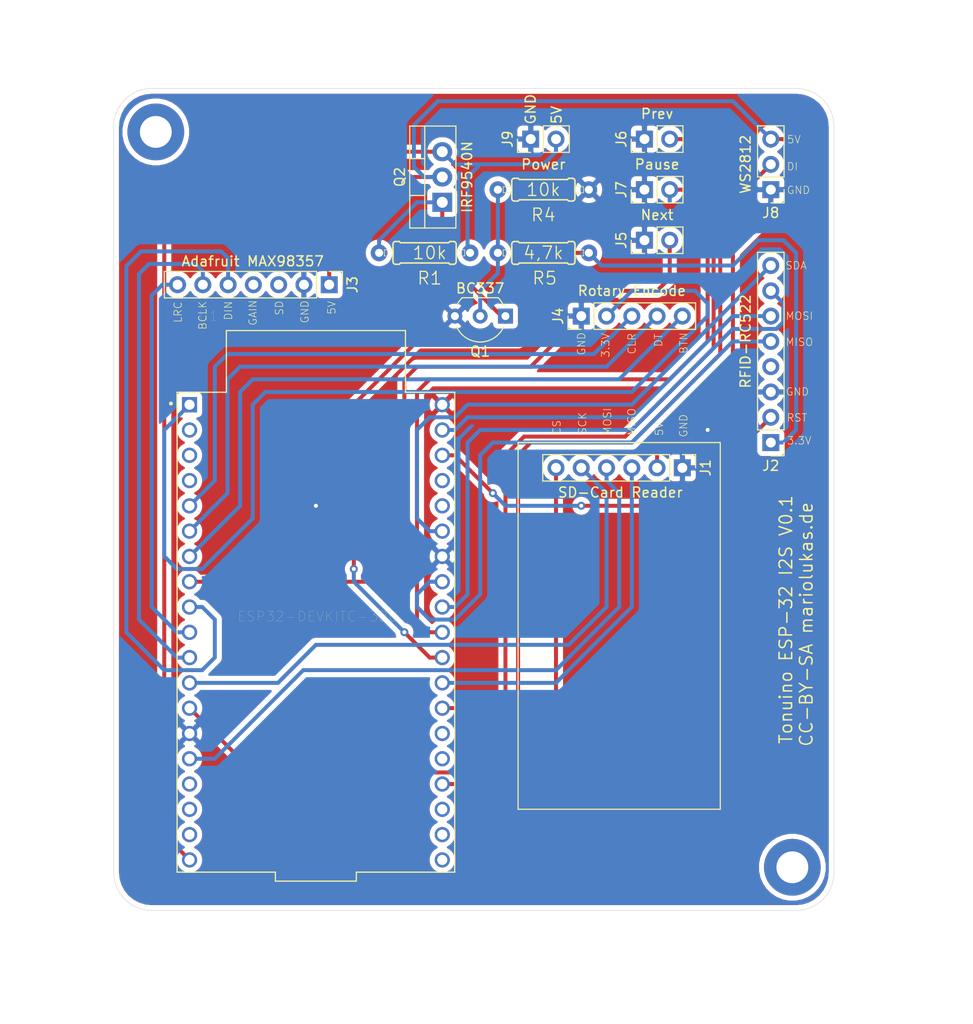
<source format=kicad_pcb>
(kicad_pcb (version 20171130) (host pcbnew "(5.1.7-0-10_14)")

  (general
    (thickness 1.6)
    (drawings 46)
    (tracks 223)
    (zones 0)
    (modules 17)
    (nets 43)
  )

  (page A4)
  (layers
    (0 F.Cu signal)
    (31 B.Cu signal)
    (32 B.Adhes user)
    (33 F.Adhes user)
    (34 B.Paste user)
    (35 F.Paste user)
    (36 B.SilkS user)
    (37 F.SilkS user)
    (38 B.Mask user)
    (39 F.Mask user)
    (40 Dwgs.User user)
    (41 Cmts.User user)
    (42 Eco1.User user)
    (43 Eco2.User user)
    (44 Edge.Cuts user)
    (45 Margin user)
    (46 B.CrtYd user)
    (47 F.CrtYd user)
    (48 B.Fab user)
    (49 F.Fab user)
  )

  (setup
    (last_trace_width 0.4)
    (trace_clearance 0.2)
    (zone_clearance 0.508)
    (zone_45_only no)
    (trace_min 0.2)
    (via_size 0.8)
    (via_drill 0.4)
    (via_min_size 0.4)
    (via_min_drill 0.3)
    (uvia_size 0.3)
    (uvia_drill 0.1)
    (uvias_allowed no)
    (uvia_min_size 0.2)
    (uvia_min_drill 0.1)
    (edge_width 0.05)
    (segment_width 0.2)
    (pcb_text_width 0.3)
    (pcb_text_size 1.5 1.5)
    (mod_edge_width 0.12)
    (mod_text_size 1 1)
    (mod_text_width 0.15)
    (pad_size 1.524 1.524)
    (pad_drill 0.762)
    (pad_to_mask_clearance 0)
    (aux_axis_origin 0 0)
    (visible_elements FFFFFF7F)
    (pcbplotparams
      (layerselection 0x010fc_ffffffff)
      (usegerberextensions false)
      (usegerberattributes true)
      (usegerberadvancedattributes true)
      (creategerberjobfile true)
      (excludeedgelayer true)
      (linewidth 0.100000)
      (plotframeref false)
      (viasonmask false)
      (mode 1)
      (useauxorigin false)
      (hpglpennumber 1)
      (hpglpenspeed 20)
      (hpglpendiameter 15.000000)
      (psnegative false)
      (psa4output false)
      (plotreference true)
      (plotvalue true)
      (plotinvisibletext false)
      (padsonsilk false)
      (subtractmaskfromsilk false)
      (outputformat 1)
      (mirror false)
      (drillshape 1)
      (scaleselection 1)
      (outputdirectory ""))
  )

  (net 0 "")
  (net 1 "Net-(U1-Pad35)")
  (net 2 "Net-(U1-Pad34)")
  (net 3 "Net-(U1-Pad25)")
  (net 4 "Net-(U1-Pad24)")
  (net 5 "Net-(U1-Pad22)")
  (net 6 "Net-(U1-Pad21)")
  (net 7 "Net-(U1-Pad20)")
  (net 8 "Net-(U1-Pad18)")
  (net 9 "Net-(U1-Pad17)")
  (net 10 "Net-(U1-Pad16)")
  (net 11 "Net-(U1-Pad4)")
  (net 12 "Net-(U1-Pad3)")
  (net 13 "Net-(U1-Pad2)")
  (net 14 "Net-(Q1-Pad2)")
  (net 15 GND)
  (net 16 GPIO-17)
  (net 17 "Net-(J3-Pad4)")
  (net 18 "Net-(J3-Pad3)")
  (net 19 SD-CARD_CS)
  (net 20 SD-CARD_SCK)
  (net 21 SD-CARD_MOSI)
  (net 22 SD-CARD_MISO)
  (net 23 SWITCHED_VCC)
  (net 24 RFID_SDA)
  (net 25 RFID_SCK)
  (net 26 RFID_MOSI)
  (net 27 RFID_MISO)
  (net 28 RFID_RST)
  (net 29 3.3V)
  (net 30 ROTARY_CLR)
  (net 31 ROTARY_DT)
  (net 32 ROTARY_BUTTON)
  (net 33 BUTTON_PREVIOUS_PIN)
  (net 34 BUTTON_NEXT_PIN)
  (net 35 BUTTON_PLAY_PAUSE_PIN)
  (net 36 NEOPIXEL_DI)
  (net 37 VCC)
  (net 38 MAX98357_LRC)
  (net 39 MAX98357_DIN)
  (net 40 MAX98357_BLCK)
  (net 41 "Net-(J2-Pad4)")
  (net 42 "Net-(Q1-Pad1)")

  (net_class Default "This is the default net class."
    (clearance 0.2)
    (trace_width 0.4)
    (via_dia 0.8)
    (via_drill 0.4)
    (uvia_dia 0.3)
    (uvia_drill 0.1)
    (add_net 3.3V)
    (add_net BUTTON_NEXT_PIN)
    (add_net BUTTON_PLAY_PAUSE_PIN)
    (add_net BUTTON_PREVIOUS_PIN)
    (add_net GND)
    (add_net GPIO-17)
    (add_net MAX98357_BLCK)
    (add_net MAX98357_DIN)
    (add_net MAX98357_LRC)
    (add_net NEOPIXEL_DI)
    (add_net "Net-(J2-Pad4)")
    (add_net "Net-(J3-Pad3)")
    (add_net "Net-(J3-Pad4)")
    (add_net "Net-(Q1-Pad1)")
    (add_net "Net-(Q1-Pad2)")
    (add_net "Net-(U1-Pad16)")
    (add_net "Net-(U1-Pad17)")
    (add_net "Net-(U1-Pad18)")
    (add_net "Net-(U1-Pad2)")
    (add_net "Net-(U1-Pad20)")
    (add_net "Net-(U1-Pad21)")
    (add_net "Net-(U1-Pad22)")
    (add_net "Net-(U1-Pad24)")
    (add_net "Net-(U1-Pad25)")
    (add_net "Net-(U1-Pad3)")
    (add_net "Net-(U1-Pad34)")
    (add_net "Net-(U1-Pad35)")
    (add_net "Net-(U1-Pad4)")
    (add_net RFID_MISO)
    (add_net RFID_MOSI)
    (add_net RFID_RST)
    (add_net RFID_SCK)
    (add_net RFID_SDA)
    (add_net ROTARY_BUTTON)
    (add_net ROTARY_CLR)
    (add_net ROTARY_DT)
    (add_net SD-CARD_CS)
    (add_net SD-CARD_MISO)
    (add_net SD-CARD_MOSI)
    (add_net SD-CARD_SCK)
    (add_net SWITCHED_VCC)
    (add_net VCC)
  )

  (module MountingHole:MountingHole_3.2mm_M3_ISO7380_Pad (layer F.Cu) (tedit 56D1B4CB) (tstamp 5F7CAA3F)
    (at 201.55408 108.6993)
    (descr "Mounting Hole 3.2mm, M3, ISO7380")
    (tags "mounting hole 3.2mm m3 iso7380")
    (attr virtual)
    (fp_text reference REF** (at 0 -3.85) (layer F.Fab)
      (effects (font (size 1 1) (thickness 0.15)))
    )
    (fp_text value MountingHole_3.2mm_M3_ISO7380_Pad (at 0 3.85) (layer F.Fab)
      (effects (font (size 1 1) (thickness 0.15)))
    )
    (fp_circle (center 0 0) (end 2.85 0) (layer Cmts.User) (width 0.15))
    (fp_circle (center 0 0) (end 3.1 0) (layer F.CrtYd) (width 0.05))
    (fp_text user %R (at 0.3 0) (layer F.Fab)
      (effects (font (size 1 1) (thickness 0.15)))
    )
    (pad 1 thru_hole circle (at 0 0) (size 5.7 5.7) (drill 3.2) (layers *.Cu *.Mask))
  )

  (module MountingHole:MountingHole_3.2mm_M3_ISO7380_Pad (layer F.Cu) (tedit 56D1B4CB) (tstamp 5F7CA9FB)
    (at 137.5791 34.84118)
    (descr "Mounting Hole 3.2mm, M3, ISO7380")
    (tags "mounting hole 3.2mm m3 iso7380")
    (attr virtual)
    (fp_text reference REF** (at 0 -3.85) (layer F.Fab)
      (effects (font (size 1 1) (thickness 0.15)))
    )
    (fp_text value MountingHole_3.2mm_M3_ISO7380_Pad (at 0 3.85) (layer F.Fab)
      (effects (font (size 1 1) (thickness 0.15)))
    )
    (fp_circle (center 0 0) (end 2.85 0) (layer Cmts.User) (width 0.15))
    (fp_circle (center 0 0) (end 3.1 0) (layer F.CrtYd) (width 0.05))
    (fp_text user %R (at 0.3 0) (layer F.Fab)
      (effects (font (size 1 1) (thickness 0.15)))
    )
    (pad 1 thru_hole circle (at 0 0) (size 5.7 5.7) (drill 3.2) (layers *.Cu *.Mask))
  )

  (module ESP32-DEVKITC-32U:MODULE_ESP32-DEVKITC-32U (layer F.Cu) (tedit 5F7798AE) (tstamp 5F78DFB2)
    (at 153.67 85.09)
    (path /5F79096D)
    (fp_text reference U1 (at -10.795 -31.75) (layer F.SilkS)
      (effects (font (size 1 1) (thickness 0.015)))
    )
    (fp_text value ESP32-DEVKITC-32U (at 0.18542 -1.59004) (layer F.SilkS)
      (effects (font (size 1 1) (thickness 0.015)))
    )
    (fp_line (start 4.31 24.38) (end 14.2 24.38) (layer F.CrtYd) (width 0.05))
    (fp_line (start 4.31 25.25) (end 4.31 24.38) (layer F.CrtYd) (width 0.05))
    (fp_line (start -4.32 25.25) (end 4.31 25.25) (layer F.CrtYd) (width 0.05))
    (fp_line (start -4.32 24.38) (end -4.32 25.25) (layer F.CrtYd) (width 0.05))
    (fp_line (start -14.2 24.38) (end -4.32 24.38) (layer F.CrtYd) (width 0.05))
    (fp_line (start 9.25 -30.55) (end 9.25 -24.38) (layer F.CrtYd) (width 0.05))
    (fp_line (start -9.25 -30.55) (end 9.25 -30.55) (layer F.CrtYd) (width 0.05))
    (fp_line (start -9.25 -24.38) (end -9.25 -30.55) (layer F.CrtYd) (width 0.05))
    (fp_line (start -9.25 -24.38) (end -14.2 -24.38) (layer F.CrtYd) (width 0.05))
    (fp_line (start 14.2 -24.38) (end 9.25 -24.38) (layer F.CrtYd) (width 0.05))
    (fp_line (start 14.2 24.38) (end 14.2 -24.38) (layer F.CrtYd) (width 0.05))
    (fp_line (start -14.2 -24.38) (end -14.2 24.38) (layer F.CrtYd) (width 0.05))
    (fp_line (start 4.06 24.1) (end 13.95 24.1) (layer F.SilkS) (width 0.127))
    (fp_line (start 4.06 25) (end 4.06 24.1) (layer F.SilkS) (width 0.127))
    (fp_line (start -4.07 25) (end 4.06 25) (layer F.SilkS) (width 0.127))
    (fp_line (start -4.07 24.1) (end -4.07 25) (layer F.SilkS) (width 0.127))
    (fp_line (start -13.95 24.1) (end -4.07 24.1) (layer F.SilkS) (width 0.127))
    (fp_line (start 9 -30.3) (end 9 -24.1) (layer F.SilkS) (width 0.127))
    (fp_line (start -9 -30.3) (end 9 -30.3) (layer F.SilkS) (width 0.127))
    (fp_line (start -9 -24.1) (end -9 -30.3) (layer F.SilkS) (width 0.127))
    (fp_line (start -9 -24.1) (end -13.95 -24.1) (layer F.SilkS) (width 0.127))
    (fp_line (start 13.95 -24.1) (end 9 -24.1) (layer F.SilkS) (width 0.127))
    (fp_line (start 13.95 24.1) (end 13.95 -24.1) (layer F.SilkS) (width 0.127))
    (fp_line (start -13.95 -24.1) (end -13.95 24.1) (layer F.SilkS) (width 0.127))
    (fp_line (start 4.06 24.1) (end 13.95 24.1) (layer F.Fab) (width 0.127))
    (fp_line (start 4.06 25) (end 4.06 24.1) (layer F.Fab) (width 0.127))
    (fp_line (start -4.07 25) (end 4.06 25) (layer F.Fab) (width 0.127))
    (fp_line (start -4.07 24.1) (end -4.07 25) (layer F.Fab) (width 0.127))
    (fp_line (start -13.95 24.1) (end -4.07 24.1) (layer F.Fab) (width 0.127))
    (fp_line (start 9 -30.3) (end 9 -24.1) (layer F.Fab) (width 0.127))
    (fp_line (start -9 -30.3) (end 9 -30.3) (layer F.Fab) (width 0.127))
    (fp_line (start -9 -24.1) (end -9 -30.3) (layer F.Fab) (width 0.127))
    (fp_line (start -9 -24.1) (end -13.95 -24.1) (layer F.Fab) (width 0.127))
    (fp_line (start 9 -24.1) (end -9 -24.1) (layer F.Fab) (width 0.127))
    (fp_line (start 13.95 -24.1) (end 9 -24.1) (layer F.Fab) (width 0.127))
    (fp_line (start 13.95 24.1) (end 13.95 -24.1) (layer F.Fab) (width 0.127))
    (fp_line (start -13.95 -24.1) (end -13.95 24.1) (layer F.Fab) (width 0.127))
    (fp_circle (center -14.57 -22.97) (end -14.47 -22.97) (layer F.Fab) (width 0.2))
    (fp_circle (center -14.57 -22.97) (end -14.47 -22.97) (layer F.SilkS) (width 0.2))
    (pad 38 thru_hole circle (at 12.7 -22.85) (size 1.53 1.53) (drill 1.02) (layers *.Cu *.Mask)
      (net 15 GND))
    (pad 37 thru_hole circle (at 12.7 -20.31) (size 1.53 1.53) (drill 1.02) (layers *.Cu *.Mask)
      (net 26 RFID_MOSI))
    (pad 36 thru_hole circle (at 12.7 -17.77) (size 1.53 1.53) (drill 1.02) (layers *.Cu *.Mask)
      (net 28 RFID_RST))
    (pad 35 thru_hole circle (at 12.7 -15.23) (size 1.53 1.53) (drill 1.02) (layers *.Cu *.Mask)
      (net 1 "Net-(U1-Pad35)"))
    (pad 34 thru_hole circle (at 12.7 -12.69) (size 1.53 1.53) (drill 1.02) (layers *.Cu *.Mask)
      (net 2 "Net-(U1-Pad34)"))
    (pad 33 thru_hole circle (at 12.7 -10.15) (size 1.53 1.53) (drill 1.02) (layers *.Cu *.Mask)
      (net 24 RFID_SDA))
    (pad 32 thru_hole circle (at 12.7 -7.61) (size 1.53 1.53) (drill 1.02) (layers *.Cu *.Mask)
      (net 15 GND))
    (pad 31 thru_hole circle (at 12.7 -5.07) (size 1.53 1.53) (drill 1.02) (layers *.Cu *.Mask)
      (net 27 RFID_MISO))
    (pad 30 thru_hole circle (at 12.7 -2.53) (size 1.53 1.53) (drill 1.02) (layers *.Cu *.Mask)
      (net 25 RFID_SCK))
    (pad 29 thru_hole circle (at 12.7 0.01) (size 1.53 1.53) (drill 1.02) (layers *.Cu *.Mask)
      (net 35 BUTTON_PLAY_PAUSE_PIN))
    (pad 28 thru_hole circle (at 12.7 2.55) (size 1.53 1.53) (drill 1.02) (layers *.Cu *.Mask)
      (net 16 GPIO-17))
    (pad 27 thru_hole circle (at 12.7 5.09) (size 1.53 1.53) (drill 1.02) (layers *.Cu *.Mask)
      (net 22 SD-CARD_MISO))
    (pad 26 thru_hole circle (at 12.7 7.63) (size 1.53 1.53) (drill 1.02) (layers *.Cu *.Mask)
      (net 34 BUTTON_NEXT_PIN))
    (pad 25 thru_hole circle (at 12.7 10.17) (size 1.53 1.53) (drill 1.02) (layers *.Cu *.Mask)
      (net 3 "Net-(U1-Pad25)"))
    (pad 24 thru_hole circle (at 12.7 12.71) (size 1.53 1.53) (drill 1.02) (layers *.Cu *.Mask)
      (net 4 "Net-(U1-Pad24)"))
    (pad 23 thru_hole circle (at 12.7 15.25) (size 1.53 1.53) (drill 1.02) (layers *.Cu *.Mask)
      (net 19 SD-CARD_CS))
    (pad 22 thru_hole circle (at 12.7 17.79) (size 1.53 1.53) (drill 1.02) (layers *.Cu *.Mask)
      (net 5 "Net-(U1-Pad22)"))
    (pad 21 thru_hole circle (at 12.7 20.33) (size 1.53 1.53) (drill 1.02) (layers *.Cu *.Mask)
      (net 6 "Net-(U1-Pad21)"))
    (pad 20 thru_hole circle (at 12.7 22.87) (size 1.53 1.53) (drill 1.02) (layers *.Cu *.Mask)
      (net 7 "Net-(U1-Pad20)"))
    (pad 19 thru_hole circle (at -12.7 22.87) (size 1.53 1.53) (drill 1.02) (layers *.Cu *.Mask)
      (net 37 VCC))
    (pad 18 thru_hole circle (at -12.7 20.33) (size 1.53 1.53) (drill 1.02) (layers *.Cu *.Mask)
      (net 8 "Net-(U1-Pad18)"))
    (pad 17 thru_hole circle (at -12.7 17.79) (size 1.53 1.53) (drill 1.02) (layers *.Cu *.Mask)
      (net 9 "Net-(U1-Pad17)"))
    (pad 16 thru_hole circle (at -12.7 15.25) (size 1.53 1.53) (drill 1.02) (layers *.Cu *.Mask)
      (net 10 "Net-(U1-Pad16)"))
    (pad 15 thru_hole circle (at -12.7 12.71) (size 1.53 1.53) (drill 1.02) (layers *.Cu *.Mask)
      (net 21 SD-CARD_MOSI))
    (pad 14 thru_hole circle (at -12.7 10.17) (size 1.53 1.53) (drill 1.02) (layers *.Cu *.Mask)
      (net 15 GND))
    (pad 13 thru_hole circle (at -12.7 7.63) (size 1.53 1.53) (drill 1.02) (layers *.Cu *.Mask)
      (net 36 NEOPIXEL_DI))
    (pad 12 thru_hole circle (at -12.7 5.09) (size 1.53 1.53) (drill 1.02) (layers *.Cu *.Mask)
      (net 20 SD-CARD_SCK))
    (pad 11 thru_hole circle (at -12.7 2.55) (size 1.53 1.53) (drill 1.02) (layers *.Cu *.Mask)
      (net 40 MAX98357_BLCK))
    (pad 10 thru_hole circle (at -12.7 0.01) (size 1.53 1.53) (drill 1.02) (layers *.Cu *.Mask)
      (net 38 MAX98357_LRC))
    (pad 9 thru_hole circle (at -12.7 -2.53) (size 1.53 1.53) (drill 1.02) (layers *.Cu *.Mask)
      (net 39 MAX98357_DIN))
    (pad 8 thru_hole circle (at -12.7 -5.07) (size 1.53 1.53) (drill 1.02) (layers *.Cu *.Mask)
      (net 33 BUTTON_PREVIOUS_PIN))
    (pad 7 thru_hole circle (at -12.7 -7.61) (size 1.53 1.53) (drill 1.02) (layers *.Cu *.Mask)
      (net 32 ROTARY_BUTTON))
    (pad 6 thru_hole circle (at -12.7 -10.15) (size 1.53 1.53) (drill 1.02) (layers *.Cu *.Mask)
      (net 31 ROTARY_DT))
    (pad 5 thru_hole circle (at -12.7 -12.69) (size 1.53 1.53) (drill 1.02) (layers *.Cu *.Mask)
      (net 30 ROTARY_CLR))
    (pad 4 thru_hole circle (at -12.7 -15.23) (size 1.53 1.53) (drill 1.02) (layers *.Cu *.Mask)
      (net 11 "Net-(U1-Pad4)"))
    (pad 3 thru_hole circle (at -12.7 -17.77) (size 1.53 1.53) (drill 1.02) (layers *.Cu *.Mask)
      (net 12 "Net-(U1-Pad3)"))
    (pad 2 thru_hole circle (at -12.7 -20.31) (size 1.53 1.53) (drill 1.02) (layers *.Cu *.Mask)
      (net 13 "Net-(U1-Pad2)"))
    (pad 1 thru_hole rect (at -12.7 -22.85) (size 1.53 1.53) (drill 1.02) (layers *.Cu *.Mask)
      (net 29 3.3V))
  )

  (module mod_s:PinHeader_1x06_P2.54mm_Vertical (layer F.Cu) (tedit 59FED5CC) (tstamp 5F7A4DF1)
    (at 190.5 68.58 270)
    (descr "Through hole straight pin header, 1x06, 2.54mm pitch, single row")
    (tags "Through hole pin header THT 1x06 2.54mm single row")
    (path /5F7ED32A)
    (fp_text reference J1 (at 0 -2.33 90) (layer F.SilkS)
      (effects (font (size 1 1) (thickness 0.15)))
    )
    (fp_text value "SD-Card Reader" (at 2.47142 6.2357 180) (layer F.SilkS)
      (effects (font (size 1 1) (thickness 0.15)))
    )
    (fp_line (start -0.635 -1.27) (end 1.27 -1.27) (layer F.Fab) (width 0.1))
    (fp_line (start 1.27 -1.27) (end 1.27 13.97) (layer F.Fab) (width 0.1))
    (fp_line (start 1.27 13.97) (end -1.27 13.97) (layer F.Fab) (width 0.1))
    (fp_line (start -1.27 13.97) (end -1.27 -0.635) (layer F.Fab) (width 0.1))
    (fp_line (start -1.27 -0.635) (end -0.635 -1.27) (layer F.Fab) (width 0.1))
    (fp_line (start -1.33 14.03) (end 1.33 14.03) (layer F.SilkS) (width 0.12))
    (fp_line (start -1.33 1.27) (end -1.33 14.03) (layer F.SilkS) (width 0.12))
    (fp_line (start 1.33 1.27) (end 1.33 14.03) (layer F.SilkS) (width 0.12))
    (fp_line (start -1.33 1.27) (end 1.33 1.27) (layer F.SilkS) (width 0.12))
    (fp_line (start -1.33 0) (end -1.33 -1.33) (layer F.SilkS) (width 0.12))
    (fp_line (start -1.33 -1.33) (end 0 -1.33) (layer F.SilkS) (width 0.12))
    (fp_line (start -1.8 -1.8) (end -1.8 14.5) (layer F.CrtYd) (width 0.05))
    (fp_line (start -1.8 14.5) (end 1.8 14.5) (layer F.CrtYd) (width 0.05))
    (fp_line (start 1.8 14.5) (end 1.8 -1.8) (layer F.CrtYd) (width 0.05))
    (fp_line (start 1.8 -1.8) (end -1.8 -1.8) (layer F.CrtYd) (width 0.05))
    (fp_text user %R (at 0 6.35) (layer F.Fab)
      (effects (font (size 1 1) (thickness 0.15)))
    )
    (pad 6 thru_hole oval (at 0 12.7 270) (size 1.7 1.7) (drill 1) (layers *.Cu *.Mask)
      (net 19 SD-CARD_CS))
    (pad 5 thru_hole oval (at 0 10.16 270) (size 1.7 1.7) (drill 1) (layers *.Cu *.Mask)
      (net 20 SD-CARD_SCK))
    (pad 4 thru_hole oval (at 0 7.62 270) (size 1.7 1.7) (drill 1) (layers *.Cu *.Mask)
      (net 21 SD-CARD_MOSI))
    (pad 3 thru_hole oval (at 0 5.08 270) (size 1.7 1.7) (drill 1) (layers *.Cu *.Mask)
      (net 22 SD-CARD_MISO))
    (pad 2 thru_hole oval (at 0 2.54 270) (size 1.7 1.7) (drill 1) (layers *.Cu *.Mask)
      (net 23 SWITCHED_VCC))
    (pad 1 thru_hole rect (at 0 0 270) (size 1.7 1.7) (drill 1) (layers *.Cu *.Mask)
      (net 15 GND))
    (model ${KISYS3DMOD}/Connector_PinHeader_2.54mm.3dshapes/PinHeader_1x06_P2.54mm_Vertical.wrl
      (at (xyz 0 0 0))
      (scale (xyz 1 1 1))
      (rotate (xyz 0 0 0))
    )
  )

  (module mod_s:PinHeader_1x02_P2.54mm_Vertical (layer F.Cu) (tedit 59FED5CC) (tstamp 5F7B36D3)
    (at 175.26 35.56 90)
    (descr "Through hole straight pin header, 1x02, 2.54mm pitch, single row")
    (tags "Through hole pin header THT 1x02 2.54mm single row")
    (path /5F945F11)
    (fp_text reference J9 (at 0 -2.33 90) (layer F.SilkS)
      (effects (font (size 1 1) (thickness 0.15)))
    )
    (fp_text value Power (at -2.54 1.27 180) (layer F.SilkS)
      (effects (font (size 1 1) (thickness 0.15)))
    )
    (fp_line (start 1.8 -1.8) (end -1.8 -1.8) (layer F.CrtYd) (width 0.05))
    (fp_line (start 1.8 4.35) (end 1.8 -1.8) (layer F.CrtYd) (width 0.05))
    (fp_line (start -1.8 4.35) (end 1.8 4.35) (layer F.CrtYd) (width 0.05))
    (fp_line (start -1.8 -1.8) (end -1.8 4.35) (layer F.CrtYd) (width 0.05))
    (fp_line (start -1.33 -1.33) (end 0 -1.33) (layer F.SilkS) (width 0.12))
    (fp_line (start -1.33 0) (end -1.33 -1.33) (layer F.SilkS) (width 0.12))
    (fp_line (start -1.33 1.27) (end 1.33 1.27) (layer F.SilkS) (width 0.12))
    (fp_line (start 1.33 1.27) (end 1.33 3.87) (layer F.SilkS) (width 0.12))
    (fp_line (start -1.33 1.27) (end -1.33 3.87) (layer F.SilkS) (width 0.12))
    (fp_line (start -1.33 3.87) (end 1.33 3.87) (layer F.SilkS) (width 0.12))
    (fp_line (start -1.27 -0.635) (end -0.635 -1.27) (layer F.Fab) (width 0.1))
    (fp_line (start -1.27 3.81) (end -1.27 -0.635) (layer F.Fab) (width 0.1))
    (fp_line (start 1.27 3.81) (end -1.27 3.81) (layer F.Fab) (width 0.1))
    (fp_line (start 1.27 -1.27) (end 1.27 3.81) (layer F.Fab) (width 0.1))
    (fp_line (start -0.635 -1.27) (end 1.27 -1.27) (layer F.Fab) (width 0.1))
    (fp_text user %R (at 0 1.27) (layer F.Fab)
      (effects (font (size 1 1) (thickness 0.15)))
    )
    (pad 2 thru_hole oval (at 0 2.54 90) (size 1.7 1.7) (drill 1) (layers *.Cu *.Mask)
      (net 37 VCC))
    (pad 1 thru_hole rect (at 0 0 90) (size 1.7 1.7) (drill 1) (layers *.Cu *.Mask)
      (net 15 GND))
    (model ${KISYS3DMOD}/Connector_PinHeader_2.54mm.3dshapes/PinHeader_1x02_P2.54mm_Vertical.wrl
      (at (xyz 0 0 0))
      (scale (xyz 1 1 1))
      (rotate (xyz 0 0 0))
    )
  )

  (module mod_s:PinHeader_1x03_P2.54mm_Vertical (layer F.Cu) (tedit 59FED5CC) (tstamp 5F7B2861)
    (at 199.39 40.64 180)
    (descr "Through hole straight pin header, 1x03, 2.54mm pitch, single row")
    (tags "Through hole pin header THT 1x03 2.54mm single row")
    (path /5F936A23)
    (fp_text reference J8 (at 0 -2.33) (layer F.SilkS)
      (effects (font (size 1 1) (thickness 0.15)))
    )
    (fp_text value WS2812 (at 2.54 2.54 90) (layer F.SilkS)
      (effects (font (size 1 1) (thickness 0.15)))
    )
    (fp_line (start 1.8 -1.8) (end -1.8 -1.8) (layer F.CrtYd) (width 0.05))
    (fp_line (start 1.8 6.85) (end 1.8 -1.8) (layer F.CrtYd) (width 0.05))
    (fp_line (start -1.8 6.85) (end 1.8 6.85) (layer F.CrtYd) (width 0.05))
    (fp_line (start -1.8 -1.8) (end -1.8 6.85) (layer F.CrtYd) (width 0.05))
    (fp_line (start -1.33 -1.33) (end 0 -1.33) (layer F.SilkS) (width 0.12))
    (fp_line (start -1.33 0) (end -1.33 -1.33) (layer F.SilkS) (width 0.12))
    (fp_line (start -1.33 1.27) (end 1.33 1.27) (layer F.SilkS) (width 0.12))
    (fp_line (start 1.33 1.27) (end 1.33 6.41) (layer F.SilkS) (width 0.12))
    (fp_line (start -1.33 1.27) (end -1.33 6.41) (layer F.SilkS) (width 0.12))
    (fp_line (start -1.33 6.41) (end 1.33 6.41) (layer F.SilkS) (width 0.12))
    (fp_line (start -1.27 -0.635) (end -0.635 -1.27) (layer F.Fab) (width 0.1))
    (fp_line (start -1.27 6.35) (end -1.27 -0.635) (layer F.Fab) (width 0.1))
    (fp_line (start 1.27 6.35) (end -1.27 6.35) (layer F.Fab) (width 0.1))
    (fp_line (start 1.27 -1.27) (end 1.27 6.35) (layer F.Fab) (width 0.1))
    (fp_line (start -0.635 -1.27) (end 1.27 -1.27) (layer F.Fab) (width 0.1))
    (fp_text user %R (at 0 2.54 90) (layer F.Fab)
      (effects (font (size 1 1) (thickness 0.15)))
    )
    (pad 3 thru_hole oval (at 0 5.08 180) (size 1.7 1.7) (drill 1) (layers *.Cu *.Mask)
      (net 23 SWITCHED_VCC))
    (pad 2 thru_hole oval (at 0 2.54 180) (size 1.7 1.7) (drill 1) (layers *.Cu *.Mask)
      (net 36 NEOPIXEL_DI))
    (pad 1 thru_hole rect (at 0 0 180) (size 1.7 1.7) (drill 1) (layers *.Cu *.Mask)
      (net 15 GND))
    (model ${KISYS3DMOD}/Connector_PinHeader_2.54mm.3dshapes/PinHeader_1x03_P2.54mm_Vertical.wrl
      (at (xyz 0 0 0))
      (scale (xyz 1 1 1))
      (rotate (xyz 0 0 0))
    )
  )

  (module mod_s:PinHeader_1x02_P2.54mm_Vertical (layer F.Cu) (tedit 59FED5CC) (tstamp 5F7B1F30)
    (at 186.69 40.64 90)
    (descr "Through hole straight pin header, 1x02, 2.54mm pitch, single row")
    (tags "Through hole pin header THT 1x02 2.54mm single row")
    (path /5F90F726)
    (fp_text reference J7 (at 0 -2.33 90) (layer F.SilkS)
      (effects (font (size 1 1) (thickness 0.15)))
    )
    (fp_text value Pause (at 2.54 1.27 180) (layer F.SilkS)
      (effects (font (size 1 1) (thickness 0.15)))
    )
    (fp_line (start 1.8 -1.8) (end -1.8 -1.8) (layer F.CrtYd) (width 0.05))
    (fp_line (start 1.8 4.35) (end 1.8 -1.8) (layer F.CrtYd) (width 0.05))
    (fp_line (start -1.8 4.35) (end 1.8 4.35) (layer F.CrtYd) (width 0.05))
    (fp_line (start -1.8 -1.8) (end -1.8 4.35) (layer F.CrtYd) (width 0.05))
    (fp_line (start -1.33 -1.33) (end 0 -1.33) (layer F.SilkS) (width 0.12))
    (fp_line (start -1.33 0) (end -1.33 -1.33) (layer F.SilkS) (width 0.12))
    (fp_line (start -1.33 1.27) (end 1.33 1.27) (layer F.SilkS) (width 0.12))
    (fp_line (start 1.33 1.27) (end 1.33 3.87) (layer F.SilkS) (width 0.12))
    (fp_line (start -1.33 1.27) (end -1.33 3.87) (layer F.SilkS) (width 0.12))
    (fp_line (start -1.33 3.87) (end 1.33 3.87) (layer F.SilkS) (width 0.12))
    (fp_line (start -1.27 -0.635) (end -0.635 -1.27) (layer F.Fab) (width 0.1))
    (fp_line (start -1.27 3.81) (end -1.27 -0.635) (layer F.Fab) (width 0.1))
    (fp_line (start 1.27 3.81) (end -1.27 3.81) (layer F.Fab) (width 0.1))
    (fp_line (start 1.27 -1.27) (end 1.27 3.81) (layer F.Fab) (width 0.1))
    (fp_line (start -0.635 -1.27) (end 1.27 -1.27) (layer F.Fab) (width 0.1))
    (fp_text user %R (at 0 1.27) (layer F.Fab)
      (effects (font (size 1 1) (thickness 0.15)))
    )
    (pad 2 thru_hole oval (at 0 2.54 90) (size 1.7 1.7) (drill 1) (layers *.Cu *.Mask)
      (net 35 BUTTON_PLAY_PAUSE_PIN))
    (pad 1 thru_hole rect (at 0 0 90) (size 1.7 1.7) (drill 1) (layers *.Cu *.Mask)
      (net 15 GND))
    (model ${KISYS3DMOD}/Connector_PinHeader_2.54mm.3dshapes/PinHeader_1x02_P2.54mm_Vertical.wrl
      (at (xyz 0 0 0))
      (scale (xyz 1 1 1))
      (rotate (xyz 0 0 0))
    )
  )

  (module mod_s:PinHeader_1x02_P2.54mm_Vertical (layer F.Cu) (tedit 59FED5CC) (tstamp 5F7B1F1A)
    (at 186.69 35.56 90)
    (descr "Through hole straight pin header, 1x02, 2.54mm pitch, single row")
    (tags "Through hole pin header THT 1x02 2.54mm single row")
    (path /5F90EAED)
    (fp_text reference J6 (at 0 -2.33 90) (layer F.SilkS)
      (effects (font (size 1 1) (thickness 0.15)))
    )
    (fp_text value Prev (at 2.54 1.27 180) (layer F.SilkS)
      (effects (font (size 1 1) (thickness 0.15)))
    )
    (fp_line (start 1.8 -1.8) (end -1.8 -1.8) (layer F.CrtYd) (width 0.05))
    (fp_line (start 1.8 4.35) (end 1.8 -1.8) (layer F.CrtYd) (width 0.05))
    (fp_line (start -1.8 4.35) (end 1.8 4.35) (layer F.CrtYd) (width 0.05))
    (fp_line (start -1.8 -1.8) (end -1.8 4.35) (layer F.CrtYd) (width 0.05))
    (fp_line (start -1.33 -1.33) (end 0 -1.33) (layer F.SilkS) (width 0.12))
    (fp_line (start -1.33 0) (end -1.33 -1.33) (layer F.SilkS) (width 0.12))
    (fp_line (start -1.33 1.27) (end 1.33 1.27) (layer F.SilkS) (width 0.12))
    (fp_line (start 1.33 1.27) (end 1.33 3.87) (layer F.SilkS) (width 0.12))
    (fp_line (start -1.33 1.27) (end -1.33 3.87) (layer F.SilkS) (width 0.12))
    (fp_line (start -1.33 3.87) (end 1.33 3.87) (layer F.SilkS) (width 0.12))
    (fp_line (start -1.27 -0.635) (end -0.635 -1.27) (layer F.Fab) (width 0.1))
    (fp_line (start -1.27 3.81) (end -1.27 -0.635) (layer F.Fab) (width 0.1))
    (fp_line (start 1.27 3.81) (end -1.27 3.81) (layer F.Fab) (width 0.1))
    (fp_line (start 1.27 -1.27) (end 1.27 3.81) (layer F.Fab) (width 0.1))
    (fp_line (start -0.635 -1.27) (end 1.27 -1.27) (layer F.Fab) (width 0.1))
    (fp_text user %R (at 0 1.27) (layer F.Fab)
      (effects (font (size 1 1) (thickness 0.15)))
    )
    (pad 2 thru_hole oval (at 0 2.54 90) (size 1.7 1.7) (drill 1) (layers *.Cu *.Mask)
      (net 34 BUTTON_NEXT_PIN))
    (pad 1 thru_hole rect (at 0 0 90) (size 1.7 1.7) (drill 1) (layers *.Cu *.Mask)
      (net 15 GND))
    (model ${KISYS3DMOD}/Connector_PinHeader_2.54mm.3dshapes/PinHeader_1x02_P2.54mm_Vertical.wrl
      (at (xyz 0 0 0))
      (scale (xyz 1 1 1))
      (rotate (xyz 0 0 0))
    )
  )

  (module mod_s:PinHeader_1x02_P2.54mm_Vertical (layer F.Cu) (tedit 59FED5CC) (tstamp 5F7B1F04)
    (at 186.69 45.72 90)
    (descr "Through hole straight pin header, 1x02, 2.54mm pitch, single row")
    (tags "Through hole pin header THT 1x02 2.54mm single row")
    (path /5F9085EF)
    (fp_text reference J5 (at 0 -2.33 90) (layer F.SilkS)
      (effects (font (size 1 1) (thickness 0.15)))
    )
    (fp_text value Next (at 2.54 1.27 180) (layer F.SilkS)
      (effects (font (size 1 1) (thickness 0.15)))
    )
    (fp_line (start 1.8 -1.8) (end -1.8 -1.8) (layer F.CrtYd) (width 0.05))
    (fp_line (start 1.8 4.35) (end 1.8 -1.8) (layer F.CrtYd) (width 0.05))
    (fp_line (start -1.8 4.35) (end 1.8 4.35) (layer F.CrtYd) (width 0.05))
    (fp_line (start -1.8 -1.8) (end -1.8 4.35) (layer F.CrtYd) (width 0.05))
    (fp_line (start -1.33 -1.33) (end 0 -1.33) (layer F.SilkS) (width 0.12))
    (fp_line (start -1.33 0) (end -1.33 -1.33) (layer F.SilkS) (width 0.12))
    (fp_line (start -1.33 1.27) (end 1.33 1.27) (layer F.SilkS) (width 0.12))
    (fp_line (start 1.33 1.27) (end 1.33 3.87) (layer F.SilkS) (width 0.12))
    (fp_line (start -1.33 1.27) (end -1.33 3.87) (layer F.SilkS) (width 0.12))
    (fp_line (start -1.33 3.87) (end 1.33 3.87) (layer F.SilkS) (width 0.12))
    (fp_line (start -1.27 -0.635) (end -0.635 -1.27) (layer F.Fab) (width 0.1))
    (fp_line (start -1.27 3.81) (end -1.27 -0.635) (layer F.Fab) (width 0.1))
    (fp_line (start 1.27 3.81) (end -1.27 3.81) (layer F.Fab) (width 0.1))
    (fp_line (start 1.27 -1.27) (end 1.27 3.81) (layer F.Fab) (width 0.1))
    (fp_line (start -0.635 -1.27) (end 1.27 -1.27) (layer F.Fab) (width 0.1))
    (fp_text user %R (at 0 1.27) (layer F.Fab)
      (effects (font (size 1 1) (thickness 0.15)))
    )
    (pad 2 thru_hole oval (at 0 2.54 90) (size 1.7 1.7) (drill 1) (layers *.Cu *.Mask)
      (net 33 BUTTON_PREVIOUS_PIN))
    (pad 1 thru_hole rect (at 0 0 90) (size 1.7 1.7) (drill 1) (layers *.Cu *.Mask)
      (net 15 GND))
    (model ${KISYS3DMOD}/Connector_PinHeader_2.54mm.3dshapes/PinHeader_1x02_P2.54mm_Vertical.wrl
      (at (xyz 0 0 0))
      (scale (xyz 1 1 1))
      (rotate (xyz 0 0 0))
    )
  )

  (module mod_s:PinHeader_1x08_P2.54mm_Vertical (layer F.Cu) (tedit 59FED5CC) (tstamp 5F7B1E8A)
    (at 199.39 66.04 180)
    (descr "Through hole straight pin header, 1x08, 2.54mm pitch, single row")
    (tags "Through hole pin header THT 1x08 2.54mm single row")
    (path /5F92011C)
    (fp_text reference J2 (at 0 -2.33) (layer F.SilkS)
      (effects (font (size 1 1) (thickness 0.15)))
    )
    (fp_text value RFID-RC522 (at 2.54 10.16 90) (layer F.SilkS)
      (effects (font (size 1 1) (thickness 0.15)))
    )
    (fp_line (start 1.8 -1.8) (end -1.8 -1.8) (layer F.CrtYd) (width 0.05))
    (fp_line (start 1.8 19.55) (end 1.8 -1.8) (layer F.CrtYd) (width 0.05))
    (fp_line (start -1.8 19.55) (end 1.8 19.55) (layer F.CrtYd) (width 0.05))
    (fp_line (start -1.8 -1.8) (end -1.8 19.55) (layer F.CrtYd) (width 0.05))
    (fp_line (start -1.33 -1.33) (end 0 -1.33) (layer F.SilkS) (width 0.12))
    (fp_line (start -1.33 0) (end -1.33 -1.33) (layer F.SilkS) (width 0.12))
    (fp_line (start -1.33 1.27) (end 1.33 1.27) (layer F.SilkS) (width 0.12))
    (fp_line (start 1.33 1.27) (end 1.33 19.11) (layer F.SilkS) (width 0.12))
    (fp_line (start -1.33 1.27) (end -1.33 19.11) (layer F.SilkS) (width 0.12))
    (fp_line (start -1.33 19.11) (end 1.33 19.11) (layer F.SilkS) (width 0.12))
    (fp_line (start -1.27 -0.635) (end -0.635 -1.27) (layer F.Fab) (width 0.1))
    (fp_line (start -1.27 19.05) (end -1.27 -0.635) (layer F.Fab) (width 0.1))
    (fp_line (start 1.27 19.05) (end -1.27 19.05) (layer F.Fab) (width 0.1))
    (fp_line (start 1.27 -1.27) (end 1.27 19.05) (layer F.Fab) (width 0.1))
    (fp_line (start -0.635 -1.27) (end 1.27 -1.27) (layer F.Fab) (width 0.1))
    (fp_text user %R (at 0 8.89 90) (layer F.Fab)
      (effects (font (size 1 1) (thickness 0.15)))
    )
    (pad 8 thru_hole oval (at 0 17.78 180) (size 1.7 1.7) (drill 1) (layers *.Cu *.Mask)
      (net 24 RFID_SDA))
    (pad 7 thru_hole oval (at 0 15.24 180) (size 1.7 1.7) (drill 1) (layers *.Cu *.Mask)
      (net 25 RFID_SCK))
    (pad 6 thru_hole oval (at 0 12.7 180) (size 1.7 1.7) (drill 1) (layers *.Cu *.Mask)
      (net 26 RFID_MOSI))
    (pad 5 thru_hole oval (at 0 10.16 180) (size 1.7 1.7) (drill 1) (layers *.Cu *.Mask)
      (net 27 RFID_MISO))
    (pad 4 thru_hole oval (at 0 7.62 180) (size 1.7 1.7) (drill 1) (layers *.Cu *.Mask)
      (net 41 "Net-(J2-Pad4)"))
    (pad 3 thru_hole oval (at 0 5.08 180) (size 1.7 1.7) (drill 1) (layers *.Cu *.Mask)
      (net 15 GND))
    (pad 2 thru_hole oval (at 0 2.54 180) (size 1.7 1.7) (drill 1) (layers *.Cu *.Mask)
      (net 28 RFID_RST))
    (pad 1 thru_hole rect (at 0 0 180) (size 1.7 1.7) (drill 1) (layers *.Cu *.Mask)
      (net 16 GPIO-17))
    (model ${KISYS3DMOD}/Connector_PinHeader_2.54mm.3dshapes/PinHeader_1x08_P2.54mm_Vertical.wrl
      (at (xyz 0 0 0))
      (scale (xyz 1 1 1))
      (rotate (xyz 0 0 0))
    )
  )

  (module mod_s:PinHeader_1x07_P2.54mm_Vertical (layer F.Cu) (tedit 59FED5CC) (tstamp 5F7BA532)
    (at 155.00604 50.18532 270)
    (descr "Through hole straight pin header, 1x07, 2.54mm pitch, single row")
    (tags "Through hole pin header THT 1x07 2.54mm single row")
    (path /5F81C714)
    (fp_text reference J3 (at 0 -2.33 90) (layer F.SilkS)
      (effects (font (size 1 1) (thickness 0.15)))
    )
    (fp_text value "Adafruit MAX98357" (at -2.35204 7.6835 180) (layer F.SilkS)
      (effects (font (size 1 1) (thickness 0.15)))
    )
    (fp_line (start -0.635 -1.27) (end 1.27 -1.27) (layer F.Fab) (width 0.1))
    (fp_line (start 1.27 -1.27) (end 1.27 16.51) (layer F.Fab) (width 0.1))
    (fp_line (start 1.27 16.51) (end -1.27 16.51) (layer F.Fab) (width 0.1))
    (fp_line (start -1.27 16.51) (end -1.27 -0.635) (layer F.Fab) (width 0.1))
    (fp_line (start -1.27 -0.635) (end -0.635 -1.27) (layer F.Fab) (width 0.1))
    (fp_line (start -1.33 16.57) (end 1.33 16.57) (layer F.SilkS) (width 0.12))
    (fp_line (start -1.33 1.27) (end -1.33 16.57) (layer F.SilkS) (width 0.12))
    (fp_line (start 1.33 1.27) (end 1.33 16.57) (layer F.SilkS) (width 0.12))
    (fp_line (start -1.33 1.27) (end 1.33 1.27) (layer F.SilkS) (width 0.12))
    (fp_line (start -1.33 0) (end -1.33 -1.33) (layer F.SilkS) (width 0.12))
    (fp_line (start -1.33 -1.33) (end 0 -1.33) (layer F.SilkS) (width 0.12))
    (fp_line (start -1.8 -1.8) (end -1.8 17.05) (layer F.CrtYd) (width 0.05))
    (fp_line (start -1.8 17.05) (end 1.8 17.05) (layer F.CrtYd) (width 0.05))
    (fp_line (start 1.8 17.05) (end 1.8 -1.8) (layer F.CrtYd) (width 0.05))
    (fp_line (start 1.8 -1.8) (end -1.8 -1.8) (layer F.CrtYd) (width 0.05))
    (fp_text user %R (at 0 7.62) (layer F.Fab)
      (effects (font (size 1 1) (thickness 0.15)))
    )
    (pad 7 thru_hole oval (at 0 15.24 270) (size 1.7 1.7) (drill 1) (layers *.Cu *.Mask)
      (net 38 MAX98357_LRC))
    (pad 6 thru_hole oval (at 0 12.7 270) (size 1.7 1.7) (drill 1) (layers *.Cu *.Mask)
      (net 40 MAX98357_BLCK))
    (pad 5 thru_hole oval (at 0 10.16 270) (size 1.7 1.7) (drill 1) (layers *.Cu *.Mask)
      (net 39 MAX98357_DIN))
    (pad 4 thru_hole oval (at 0 7.62 270) (size 1.7 1.7) (drill 1) (layers *.Cu *.Mask)
      (net 17 "Net-(J3-Pad4)"))
    (pad 3 thru_hole oval (at 0 5.08 270) (size 1.7 1.7) (drill 1) (layers *.Cu *.Mask)
      (net 18 "Net-(J3-Pad3)"))
    (pad 2 thru_hole oval (at 0 2.54 270) (size 1.7 1.7) (drill 1) (layers *.Cu *.Mask)
      (net 15 GND))
    (pad 1 thru_hole rect (at 0 0 270) (size 1.7 1.7) (drill 1) (layers *.Cu *.Mask)
      (net 23 SWITCHED_VCC))
    (model ${KISYS3DMOD}/Connector_PinHeader_2.54mm.3dshapes/PinHeader_1x07_P2.54mm_Vertical.wrl
      (at (xyz 0 0 0))
      (scale (xyz 1 1 1))
      (rotate (xyz 0 0 0))
    )
  )

  (module mod_s:PinHeader_1x05_P2.54mm_Vertical (layer F.Cu) (tedit 59FED5CC) (tstamp 5F7A297D)
    (at 180.34 53.34 90)
    (descr "Through hole straight pin header, 1x05, 2.54mm pitch, single row")
    (tags "Through hole pin header THT 1x05 2.54mm single row")
    (path /5F7BD0A2)
    (fp_text reference J4 (at 0 -2.33 90) (layer F.SilkS)
      (effects (font (size 1 1) (thickness 0.15)))
    )
    (fp_text value "Rotary Encode" (at 2.54 5.08 180) (layer F.SilkS)
      (effects (font (size 1 1) (thickness 0.15)))
    )
    (fp_line (start 1.8 -1.8) (end -1.8 -1.8) (layer F.CrtYd) (width 0.05))
    (fp_line (start 1.8 11.95) (end 1.8 -1.8) (layer F.CrtYd) (width 0.05))
    (fp_line (start -1.8 11.95) (end 1.8 11.95) (layer F.CrtYd) (width 0.05))
    (fp_line (start -1.8 -1.8) (end -1.8 11.95) (layer F.CrtYd) (width 0.05))
    (fp_line (start -1.33 -1.33) (end 0 -1.33) (layer F.SilkS) (width 0.12))
    (fp_line (start -1.33 0) (end -1.33 -1.33) (layer F.SilkS) (width 0.12))
    (fp_line (start -1.33 1.27) (end 1.33 1.27) (layer F.SilkS) (width 0.12))
    (fp_line (start 1.33 1.27) (end 1.33 11.49) (layer F.SilkS) (width 0.12))
    (fp_line (start -1.33 1.27) (end -1.33 11.49) (layer F.SilkS) (width 0.12))
    (fp_line (start -1.33 11.49) (end 1.33 11.49) (layer F.SilkS) (width 0.12))
    (fp_line (start -1.27 -0.635) (end -0.635 -1.27) (layer F.Fab) (width 0.1))
    (fp_line (start -1.27 11.43) (end -1.27 -0.635) (layer F.Fab) (width 0.1))
    (fp_line (start 1.27 11.43) (end -1.27 11.43) (layer F.Fab) (width 0.1))
    (fp_line (start 1.27 -1.27) (end 1.27 11.43) (layer F.Fab) (width 0.1))
    (fp_line (start -0.635 -1.27) (end 1.27 -1.27) (layer F.Fab) (width 0.1))
    (fp_text user %R (at 0 5.08) (layer F.Fab)
      (effects (font (size 1 1) (thickness 0.15)))
    )
    (pad 5 thru_hole oval (at 0 10.16 90) (size 1.7 1.7) (drill 1) (layers *.Cu *.Mask)
      (net 32 ROTARY_BUTTON))
    (pad 4 thru_hole oval (at 0 7.62 90) (size 1.7 1.7) (drill 1) (layers *.Cu *.Mask)
      (net 31 ROTARY_DT))
    (pad 3 thru_hole oval (at 0 5.08 90) (size 1.7 1.7) (drill 1) (layers *.Cu *.Mask)
      (net 30 ROTARY_CLR))
    (pad 2 thru_hole oval (at 0 2.54 90) (size 1.7 1.7) (drill 1) (layers *.Cu *.Mask)
      (net 29 3.3V))
    (pad 1 thru_hole rect (at 0 0 90) (size 1.7 1.7) (drill 1) (layers *.Cu *.Mask)
      (net 15 GND))
    (model ${KISYS3DMOD}/Connector_PinHeader_2.54mm.3dshapes/PinHeader_1x05_P2.54mm_Vertical.wrl
      (at (xyz 0 0 0))
      (scale (xyz 1 1 1))
      (rotate (xyz 0 0 0))
    )
  )

  (module adafruit:0207_9 (layer F.Cu) (tedit 200000) (tstamp 5F7A1AB3)
    (at 176.53 46.99)
    (path /5F7995ED)
    (attr virtual)
    (fp_text reference R5 (at 0.127 2.54) (layer F.SilkS)
      (effects (font (size 1.27 1.27) (thickness 0.127)))
    )
    (fp_text value 4,7k (at 0 0) (layer F.SilkS)
      (effects (font (size 1.27 1.27) (thickness 0.127)))
    )
    (fp_line (start 3.175 0.889) (end 3.175 -0.889) (layer F.SilkS) (width 0.1524))
    (fp_line (start 2.921 1.143) (end 2.54 1.143) (layer F.SilkS) (width 0.1524))
    (fp_line (start 2.921 -1.143) (end 2.54 -1.143) (layer F.SilkS) (width 0.1524))
    (fp_line (start 2.413 1.016) (end -2.413 1.016) (layer F.SilkS) (width 0.1524))
    (fp_line (start 2.413 1.016) (end 2.54 1.143) (layer F.SilkS) (width 0.1524))
    (fp_line (start 2.413 -1.016) (end -2.413 -1.016) (layer F.SilkS) (width 0.1524))
    (fp_line (start 2.413 -1.016) (end 2.54 -1.143) (layer F.SilkS) (width 0.1524))
    (fp_line (start -2.413 1.016) (end -2.54 1.143) (layer F.SilkS) (width 0.1524))
    (fp_line (start -2.921 1.143) (end -2.54 1.143) (layer F.SilkS) (width 0.1524))
    (fp_line (start -2.413 -1.016) (end -2.54 -1.143) (layer F.SilkS) (width 0.1524))
    (fp_line (start -2.921 -1.143) (end -2.54 -1.143) (layer F.SilkS) (width 0.1524))
    (fp_line (start -3.175 0.889) (end -3.175 -0.889) (layer F.SilkS) (width 0.1524))
    (fp_line (start -4.0386 0.3048) (end -4.0386 -0.3048) (layer F.SilkS) (width 0.06604))
    (fp_line (start -4.0386 -0.3048) (end -3.175 -0.3048) (layer F.SilkS) (width 0.06604))
    (fp_line (start -3.175 0.3048) (end -3.175 -0.3048) (layer F.SilkS) (width 0.06604))
    (fp_line (start -4.0386 0.3048) (end -3.175 0.3048) (layer F.SilkS) (width 0.06604))
    (fp_line (start 3.175 0.3048) (end 3.175 -0.3048) (layer F.SilkS) (width 0.06604))
    (fp_line (start 3.175 -0.3048) (end 4.0386 -0.3048) (layer F.SilkS) (width 0.06604))
    (fp_line (start 4.0386 0.3048) (end 4.0386 -0.3048) (layer F.SilkS) (width 0.06604))
    (fp_line (start 3.175 0.3048) (end 4.0386 0.3048) (layer F.SilkS) (width 0.06604))
    (fp_arc (start 2.921 -0.889) (end 2.921 -1.143) (angle 90) (layer F.SilkS) (width 0.1524))
    (fp_arc (start 2.921 0.889) (end 3.175 0.889) (angle 90) (layer F.SilkS) (width 0.1524))
    (fp_arc (start -2.921 0.889) (end -2.921 1.143) (angle 90) (layer F.SilkS) (width 0.1524))
    (fp_arc (start -2.921 -0.889) (end -3.175 -0.889) (angle 90) (layer F.SilkS) (width 0.1524))
    (pad 2 thru_hole circle (at 4.572 0) (size 1.6764 3.3528) (drill 0.8128) (layers *.Cu *.Paste *.Mask)
      (net 16 GPIO-17))
    (pad 1 thru_hole circle (at -4.572 0) (size 1.6764 3.3528) (drill 0.8128) (layers *.Cu *.Paste *.Mask)
      (net 14 "Net-(Q1-Pad2)"))
  )

  (module adafruit:0207_9 (layer F.Cu) (tedit 200000) (tstamp 5F7A1A95)
    (at 176.53 40.64)
    (path /5F798E7D)
    (attr virtual)
    (fp_text reference R4 (at 0 2.54) (layer F.SilkS)
      (effects (font (size 1.27 1.27) (thickness 0.127)))
    )
    (fp_text value 10k (at 0 0) (layer F.SilkS)
      (effects (font (size 1.27 1.27) (thickness 0.127)))
    )
    (fp_line (start 3.175 0.889) (end 3.175 -0.889) (layer F.SilkS) (width 0.1524))
    (fp_line (start 2.921 1.143) (end 2.54 1.143) (layer F.SilkS) (width 0.1524))
    (fp_line (start 2.921 -1.143) (end 2.54 -1.143) (layer F.SilkS) (width 0.1524))
    (fp_line (start 2.413 1.016) (end -2.413 1.016) (layer F.SilkS) (width 0.1524))
    (fp_line (start 2.413 1.016) (end 2.54 1.143) (layer F.SilkS) (width 0.1524))
    (fp_line (start 2.413 -1.016) (end -2.413 -1.016) (layer F.SilkS) (width 0.1524))
    (fp_line (start 2.413 -1.016) (end 2.54 -1.143) (layer F.SilkS) (width 0.1524))
    (fp_line (start -2.413 1.016) (end -2.54 1.143) (layer F.SilkS) (width 0.1524))
    (fp_line (start -2.921 1.143) (end -2.54 1.143) (layer F.SilkS) (width 0.1524))
    (fp_line (start -2.413 -1.016) (end -2.54 -1.143) (layer F.SilkS) (width 0.1524))
    (fp_line (start -2.921 -1.143) (end -2.54 -1.143) (layer F.SilkS) (width 0.1524))
    (fp_line (start -3.175 0.889) (end -3.175 -0.889) (layer F.SilkS) (width 0.1524))
    (fp_line (start -4.0386 0.3048) (end -4.0386 -0.3048) (layer F.SilkS) (width 0.06604))
    (fp_line (start -4.0386 -0.3048) (end -3.175 -0.3048) (layer F.SilkS) (width 0.06604))
    (fp_line (start -3.175 0.3048) (end -3.175 -0.3048) (layer F.SilkS) (width 0.06604))
    (fp_line (start -4.0386 0.3048) (end -3.175 0.3048) (layer F.SilkS) (width 0.06604))
    (fp_line (start 3.175 0.3048) (end 3.175 -0.3048) (layer F.SilkS) (width 0.06604))
    (fp_line (start 3.175 -0.3048) (end 4.0386 -0.3048) (layer F.SilkS) (width 0.06604))
    (fp_line (start 4.0386 0.3048) (end 4.0386 -0.3048) (layer F.SilkS) (width 0.06604))
    (fp_line (start 3.175 0.3048) (end 4.0386 0.3048) (layer F.SilkS) (width 0.06604))
    (fp_arc (start 2.921 -0.889) (end 2.921 -1.143) (angle 90) (layer F.SilkS) (width 0.1524))
    (fp_arc (start 2.921 0.889) (end 3.175 0.889) (angle 90) (layer F.SilkS) (width 0.1524))
    (fp_arc (start -2.921 0.889) (end -2.921 1.143) (angle 90) (layer F.SilkS) (width 0.1524))
    (fp_arc (start -2.921 -0.889) (end -3.175 -0.889) (angle 90) (layer F.SilkS) (width 0.1524))
    (pad 2 thru_hole circle (at 4.572 0) (size 1.6764 3.3528) (drill 0.8128) (layers *.Cu *.Paste *.Mask)
      (net 15 GND))
    (pad 1 thru_hole circle (at -4.572 0) (size 1.6764 3.3528) (drill 0.8128) (layers *.Cu *.Paste *.Mask)
      (net 14 "Net-(Q1-Pad2)"))
  )

  (module adafruit:0207_9 (layer F.Cu) (tedit 200000) (tstamp 5F7A1A77)
    (at 164.592 46.99 180)
    (path /5F79873B)
    (attr virtual)
    (fp_text reference R1 (at -0.508 -2.54) (layer F.SilkS)
      (effects (font (size 1.27 1.27) (thickness 0.127)))
    )
    (fp_text value 10k (at -0.508 0) (layer F.SilkS)
      (effects (font (size 1.27 1.27) (thickness 0.127)))
    )
    (fp_line (start 3.175 0.889) (end 3.175 -0.889) (layer F.SilkS) (width 0.1524))
    (fp_line (start 2.921 1.143) (end 2.54 1.143) (layer F.SilkS) (width 0.1524))
    (fp_line (start 2.921 -1.143) (end 2.54 -1.143) (layer F.SilkS) (width 0.1524))
    (fp_line (start 2.413 1.016) (end -2.413 1.016) (layer F.SilkS) (width 0.1524))
    (fp_line (start 2.413 1.016) (end 2.54 1.143) (layer F.SilkS) (width 0.1524))
    (fp_line (start 2.413 -1.016) (end -2.413 -1.016) (layer F.SilkS) (width 0.1524))
    (fp_line (start 2.413 -1.016) (end 2.54 -1.143) (layer F.SilkS) (width 0.1524))
    (fp_line (start -2.413 1.016) (end -2.54 1.143) (layer F.SilkS) (width 0.1524))
    (fp_line (start -2.921 1.143) (end -2.54 1.143) (layer F.SilkS) (width 0.1524))
    (fp_line (start -2.413 -1.016) (end -2.54 -1.143) (layer F.SilkS) (width 0.1524))
    (fp_line (start -2.921 -1.143) (end -2.54 -1.143) (layer F.SilkS) (width 0.1524))
    (fp_line (start -3.175 0.889) (end -3.175 -0.889) (layer F.SilkS) (width 0.1524))
    (fp_line (start -4.0386 0.3048) (end -4.0386 -0.3048) (layer F.SilkS) (width 0.06604))
    (fp_line (start -4.0386 -0.3048) (end -3.175 -0.3048) (layer F.SilkS) (width 0.06604))
    (fp_line (start -3.175 0.3048) (end -3.175 -0.3048) (layer F.SilkS) (width 0.06604))
    (fp_line (start -4.0386 0.3048) (end -3.175 0.3048) (layer F.SilkS) (width 0.06604))
    (fp_line (start 3.175 0.3048) (end 3.175 -0.3048) (layer F.SilkS) (width 0.06604))
    (fp_line (start 3.175 -0.3048) (end 4.0386 -0.3048) (layer F.SilkS) (width 0.06604))
    (fp_line (start 4.0386 0.3048) (end 4.0386 -0.3048) (layer F.SilkS) (width 0.06604))
    (fp_line (start 3.175 0.3048) (end 4.0386 0.3048) (layer F.SilkS) (width 0.06604))
    (fp_arc (start 2.921 -0.889) (end 2.921 -1.143) (angle 90) (layer F.SilkS) (width 0.1524))
    (fp_arc (start 2.921 0.889) (end 3.175 0.889) (angle 90) (layer F.SilkS) (width 0.1524))
    (fp_arc (start -2.921 0.889) (end -2.921 1.143) (angle 90) (layer F.SilkS) (width 0.1524))
    (fp_arc (start -2.921 -0.889) (end -3.175 -0.889) (angle 90) (layer F.SilkS) (width 0.1524))
    (pad 2 thru_hole circle (at 4.572 0 180) (size 1.6764 3.3528) (drill 0.8128) (layers *.Cu *.Paste *.Mask)
      (net 42 "Net-(Q1-Pad1)"))
    (pad 1 thru_hole circle (at -4.572 0 180) (size 1.6764 3.3528) (drill 0.8128) (layers *.Cu *.Paste *.Mask)
      (net 37 VCC))
  )

  (module Package_TO_SOT_THT:TO-220-3_Vertical (layer F.Cu) (tedit 5AC8BA0D) (tstamp 5F78F3DE)
    (at 166.37 41.91 90)
    (descr "TO-220-3, Vertical, RM 2.54mm, see https://www.vishay.com/docs/66542/to-220-1.pdf")
    (tags "TO-220-3 Vertical RM 2.54mm")
    (path /5F78F572)
    (fp_text reference Q2 (at 2.54 -4.27 90) (layer F.SilkS)
      (effects (font (size 1 1) (thickness 0.15)))
    )
    (fp_text value IRF9540N (at 2.54 2.5 90) (layer F.SilkS)
      (effects (font (size 1 1) (thickness 0.15)))
    )
    (fp_line (start -2.46 -3.15) (end -2.46 1.25) (layer F.Fab) (width 0.1))
    (fp_line (start -2.46 1.25) (end 7.54 1.25) (layer F.Fab) (width 0.1))
    (fp_line (start 7.54 1.25) (end 7.54 -3.15) (layer F.Fab) (width 0.1))
    (fp_line (start 7.54 -3.15) (end -2.46 -3.15) (layer F.Fab) (width 0.1))
    (fp_line (start -2.46 -1.88) (end 7.54 -1.88) (layer F.Fab) (width 0.1))
    (fp_line (start 0.69 -3.15) (end 0.69 -1.88) (layer F.Fab) (width 0.1))
    (fp_line (start 4.39 -3.15) (end 4.39 -1.88) (layer F.Fab) (width 0.1))
    (fp_line (start -2.58 -3.27) (end 7.66 -3.27) (layer F.SilkS) (width 0.12))
    (fp_line (start -2.58 1.371) (end 7.66 1.371) (layer F.SilkS) (width 0.12))
    (fp_line (start -2.58 -3.27) (end -2.58 1.371) (layer F.SilkS) (width 0.12))
    (fp_line (start 7.66 -3.27) (end 7.66 1.371) (layer F.SilkS) (width 0.12))
    (fp_line (start -2.58 -1.76) (end 7.66 -1.76) (layer F.SilkS) (width 0.12))
    (fp_line (start 0.69 -3.27) (end 0.69 -1.76) (layer F.SilkS) (width 0.12))
    (fp_line (start 4.391 -3.27) (end 4.391 -1.76) (layer F.SilkS) (width 0.12))
    (fp_line (start -2.71 -3.4) (end -2.71 1.51) (layer F.CrtYd) (width 0.05))
    (fp_line (start -2.71 1.51) (end 7.79 1.51) (layer F.CrtYd) (width 0.05))
    (fp_line (start 7.79 1.51) (end 7.79 -3.4) (layer F.CrtYd) (width 0.05))
    (fp_line (start 7.79 -3.4) (end -2.71 -3.4) (layer F.CrtYd) (width 0.05))
    (fp_text user %R (at 2.54 -4.27 90) (layer F.Fab)
      (effects (font (size 1 1) (thickness 0.15)))
    )
    (pad 3 thru_hole oval (at 5.08 0 90) (size 1.905 2) (drill 1.1) (layers *.Cu *.Mask)
      (net 37 VCC))
    (pad 2 thru_hole oval (at 2.54 0 90) (size 1.905 2) (drill 1.1) (layers *.Cu *.Mask)
      (net 23 SWITCHED_VCC))
    (pad 1 thru_hole rect (at 0 0 90) (size 1.905 2) (drill 1.1) (layers *.Cu *.Mask)
      (net 42 "Net-(Q1-Pad1)"))
    (model ${KISYS3DMOD}/Package_TO_SOT_THT.3dshapes/TO-220-3_Vertical.wrl
      (at (xyz 0 0 0))
      (scale (xyz 1 1 1))
      (rotate (xyz 0 0 0))
    )
  )

  (module Package_TO_SOT_THT:TO-92_Inline_Wide (layer F.Cu) (tedit 5A02FF81) (tstamp 5F78EA5C)
    (at 172.72 53.34 180)
    (descr "TO-92 leads in-line, wide, drill 0.75mm (see NXP sot054_po.pdf)")
    (tags "to-92 sc-43 sc-43a sot54 PA33 transistor")
    (path /5F78DA7C)
    (fp_text reference Q1 (at 2.54 -3.56) (layer F.SilkS)
      (effects (font (size 1 1) (thickness 0.15)))
    )
    (fp_text value BC337 (at 2.54 2.79) (layer F.SilkS)
      (effects (font (size 1 1) (thickness 0.15)))
    )
    (fp_line (start 0.74 1.85) (end 4.34 1.85) (layer F.SilkS) (width 0.12))
    (fp_line (start 0.8 1.75) (end 4.3 1.75) (layer F.Fab) (width 0.1))
    (fp_line (start -1.01 -2.73) (end 6.09 -2.73) (layer F.CrtYd) (width 0.05))
    (fp_line (start -1.01 -2.73) (end -1.01 2.01) (layer F.CrtYd) (width 0.05))
    (fp_line (start 6.09 2.01) (end 6.09 -2.73) (layer F.CrtYd) (width 0.05))
    (fp_line (start 6.09 2.01) (end -1.01 2.01) (layer F.CrtYd) (width 0.05))
    (fp_arc (start 2.54 0) (end 4.34 1.85) (angle -20) (layer F.SilkS) (width 0.12))
    (fp_arc (start 2.54 0) (end 2.54 -2.48) (angle -135) (layer F.Fab) (width 0.1))
    (fp_arc (start 2.54 0) (end 2.54 -2.48) (angle 135) (layer F.Fab) (width 0.1))
    (fp_arc (start 2.54 0) (end 2.54 -2.6) (angle 65) (layer F.SilkS) (width 0.12))
    (fp_arc (start 2.54 0) (end 2.54 -2.6) (angle -65) (layer F.SilkS) (width 0.12))
    (fp_arc (start 2.54 0) (end 0.74 1.85) (angle 20) (layer F.SilkS) (width 0.12))
    (fp_text user %R (at 2.54 0) (layer F.Fab)
      (effects (font (size 1 1) (thickness 0.15)))
    )
    (pad 1 thru_hole rect (at 0 0 180) (size 1.5 1.5) (drill 0.8) (layers *.Cu *.Mask)
      (net 42 "Net-(Q1-Pad1)"))
    (pad 3 thru_hole circle (at 5.08 0 180) (size 1.5 1.5) (drill 0.8) (layers *.Cu *.Mask)
      (net 15 GND))
    (pad 2 thru_hole circle (at 2.54 0 180) (size 1.5 1.5) (drill 0.8) (layers *.Cu *.Mask)
      (net 14 "Net-(Q1-Pad2)"))
    (model ${KISYS3DMOD}/Package_TO_SOT_THT.3dshapes/TO-92_Inline_Wide.wrl
      (at (xyz 0 0 0))
      (scale (xyz 1 1 1))
      (rotate (xyz 0 0 0))
    )
  )

  (gr_line (start 133.35 109.22) (end 133.35 34.29) (layer Edge.Cuts) (width 0.05))
  (gr_line (start 201.93 113.03) (end 137.16 113.03) (layer Edge.Cuts) (width 0.05))
  (gr_line (start 205.74 34.29) (end 205.74 109.22) (layer Edge.Cuts) (width 0.05))
  (gr_line (start 201.93 30.48) (end 137.16 30.48) (layer Edge.Cuts) (width 0.05))
  (gr_arc (start 137.16 34.29) (end 137.16 30.48) (angle -90) (layer Edge.Cuts) (width 0.05))
  (gr_arc (start 137.16 109.22) (end 133.35 109.22) (angle -90) (layer Edge.Cuts) (width 0.05))
  (gr_arc (start 201.93 109.22) (end 201.93 113.03) (angle -90) (layer Edge.Cuts) (width 0.05))
  (gr_arc (start 201.93 34.29) (end 205.74 34.29) (angle -90) (layer Edge.Cuts) (width 0.05))
  (gr_text GAIN (at 147.33524 53.00726 90) (layer F.SilkS)
    (effects (font (size 0.762 0.762) (thickness 0.0635)))
  )
  (gr_text "Tonuino ESP-32 I2S V0.1\nCC-BY-SA mariolukas.de " (at 201.93 83.82 90) (layer F.SilkS)
    (effects (font (size 1.27 1.27) (thickness 0.15)))
  )
  (gr_text CS (at 177.8762 64.52616 90) (layer F.SilkS)
    (effects (font (size 0.762 0.762) (thickness 0.0635)))
  )
  (gr_text SCK (at 180.45938 64.10452 90) (layer F.SilkS)
    (effects (font (size 0.762 0.762) (thickness 0.0635)))
  )
  (gr_text MOSI (at 182.96382 63.92418 90) (layer F.SilkS)
    (effects (font (size 0.762 0.762) (thickness 0.0635)))
  )
  (gr_text MISO (at 185.4073 63.96482 90) (layer F.SilkS)
    (effects (font (size 0.762 0.762) (thickness 0.0635)))
  )
  (gr_text 5V (at 188.17082 64.68618 90) (layer F.SilkS)
    (effects (font (size 0.762 0.762) (thickness 0.0635)))
  )
  (gr_text GND (at 190.6143 64.34582 90) (layer F.SilkS)
    (effects (font (size 0.762 0.762) (thickness 0.0635)))
  )
  (gr_text BTN (at 190.63208 56.0578 90) (layer F.SilkS)
    (effects (font (size 0.762 0.762) (thickness 0.0635)))
  )
  (gr_text DT (at 188.10224 55.75808 90) (layer F.SilkS)
    (effects (font (size 0.762 0.762) (thickness 0.0635)))
  )
  (gr_text CLR (at 185.43016 56.1086 90) (layer F.SilkS)
    (effects (font (size 0.762 0.762) (thickness 0.0635)))
  )
  (gr_text "3.3V\n" (at 182.78348 56.26608 90) (layer F.SilkS)
    (effects (font (size 0.762 0.762) (thickness 0.0635)))
  )
  (gr_text "GND\n" (at 180.35778 56.1213 90) (layer F.SilkS)
    (effects (font (size 0.762 0.762) (thickness 0.0635)))
  )
  (gr_text GND (at 202.16876 40.6908) (layer F.SilkS)
    (effects (font (size 0.762 0.762) (thickness 0.0635)))
  )
  (gr_text 5V (at 201.7141 35.60064) (layer F.SilkS)
    (effects (font (size 0.762 0.762) (thickness 0.0635)))
  )
  (gr_text DI (at 201.56678 38.3159) (layer F.SilkS)
    (effects (font (size 0.762 0.762) (thickness 0.0635)))
  )
  (gr_text 5V (at 155.25242 52.49418 90) (layer F.SilkS)
    (effects (font (size 0.762 0.762) (thickness 0.0635)))
  )
  (gr_text DIN (at 144.87144 52.78882 90) (layer F.SilkS)
    (effects (font (size 0.762 0.762) (thickness 0.0635)))
  )
  (gr_text BCLK (at 142.28572 53.26888 90) (layer F.SilkS)
    (effects (font (size 0.762 0.762) (thickness 0.0635)))
  )
  (gr_text LRC (at 139.80414 52.94376 90) (layer F.SilkS)
    (effects (font (size 0.762 0.762) (thickness 0.0635)))
  )
  (gr_text "SD\n" (at 149.99208 52.52974 90) (layer F.SilkS)
    (effects (font (size 0.762 0.762) (thickness 0.0635)))
  )
  (gr_text GND (at 152.54986 52.91328 90) (layer F.SilkS)
    (effects (font (size 0.762 0.762) (thickness 0.0635)))
  )
  (gr_text 3.3V (at 202.24242 65.8495) (layer F.SilkS)
    (effects (font (size 0.762 0.762) (thickness 0.0635)))
  )
  (gr_text "RST\n" (at 202.0189 63.54826) (layer F.SilkS)
    (effects (font (size 0.762 0.762) (thickness 0.0635)))
  )
  (gr_text GND (at 202.06208 60.93714) (layer F.SilkS)
    (effects (font (size 0.762 0.762) (thickness 0.0635)))
  )
  (gr_text MISO (at 202.26274 55.9435) (layer F.SilkS)
    (effects (font (size 0.762 0.762) (thickness 0.0635)))
  )
  (gr_text MOSI (at 202.26274 53.32222) (layer F.SilkS)
    (effects (font (size 0.762 0.762) (thickness 0.0635)))
  )
  (gr_text "SDA\n" (at 201.93 48.26) (layer F.SilkS)
    (effects (font (size 0.762 0.762) (thickness 0.0635)))
  )
  (gr_text GND (at 175.24476 32.55518 90) (layer F.SilkS)
    (effects (font (size 1 1) (thickness 0.15)))
  )
  (gr_text "GND\n" (at 175.26 33.02) (layer F.CrtYd)
    (effects (font (size 1 1) (thickness 0.15)))
  )
  (gr_text 5V (at 177.8 33.02) (layer F.CrtYd)
    (effects (font (size 1 1) (thickness 0.15)))
  )
  (gr_text "-\n" (at 177.8 33.02) (layer F.CrtYd)
    (effects (font (size 1 1) (thickness 0.15)))
  )
  (gr_text - (at 175.26 33.02) (layer F.CrtYd)
    (effects (font (size 1 1) (thickness 0.15)))
  )
  (gr_text "5V\n" (at 177.85588 33.13176 90) (layer F.SilkS)
    (effects (font (size 1 1) (thickness 0.15)))
  )
  (gr_line (start 173.99 102.87) (end 194.31 102.87) (layer F.SilkS) (width 0.12) (tstamp 5F7B4106))
  (gr_line (start 194.31 66.04) (end 173.99 66.04) (layer F.SilkS) (width 0.12) (tstamp 5F7B4105))
  (gr_line (start 194.31 102.87) (end 194.31 66.04) (layer F.SilkS) (width 0.12))
  (gr_line (start 173.99 66.04) (end 173.99 102.87) (layer F.SilkS) (width 0.12))

  (segment (start 160.02 46.99) (end 160.02 45.72) (width 0.4) (layer B.Cu) (net 42))
  (segment (start 163.83 41.91) (end 166.37 41.91) (width 0.4) (layer B.Cu) (net 42))
  (segment (start 160.02 45.72) (end 163.83 41.91) (width 0.4) (layer B.Cu) (net 42))
  (segment (start 171.958 40.64) (end 171.958 46.99) (width 0.4) (layer B.Cu) (net 14))
  (segment (start 170.18 53.34) (end 170.18 50.8) (width 0.4) (layer B.Cu) (net 14))
  (segment (start 171.958 49.022) (end 171.958 46.99) (width 0.4) (layer B.Cu) (net 14))
  (segment (start 170.18 50.8) (end 171.958 49.022) (width 0.4) (layer B.Cu) (net 14))
  (via (at 193.04 64.77) (size 0.8) (drill 0.4) (layers F.Cu B.Cu) (net 15))
  (via (at 153.67 72.39) (size 0.8) (drill 0.4) (layers F.Cu B.Cu) (net 15))
  (segment (start 181.102 46.99) (end 177.8 46.99) (width 0.4) (layer F.Cu) (net 16))
  (via (at 157.48 78.74) (size 0.8) (drill 0.4) (layers F.Cu B.Cu) (net 16))
  (segment (start 157.48 62.23) (end 157.48 78.74) (width 0.4) (layer F.Cu) (net 16))
  (segment (start 163.83 55.88) (end 157.48 62.23) (width 0.4) (layer F.Cu) (net 16))
  (via (at 162.56 85.09) (size 0.8) (drill 0.4) (layers F.Cu B.Cu) (net 16))
  (segment (start 157.48 80.01) (end 162.56 85.09) (width 0.4) (layer B.Cu) (net 16))
  (segment (start 157.48 78.74) (end 157.48 80.01) (width 0.4) (layer B.Cu) (net 16))
  (segment (start 165.11 87.64) (end 166.37 87.64) (width 0.4) (layer F.Cu) (net 16))
  (segment (start 162.56 85.09) (end 165.11 87.64) (width 0.4) (layer F.Cu) (net 16))
  (segment (start 163.83 55.88) (end 173.99 55.88) (width 0.4) (layer F.Cu) (net 16))
  (segment (start 173.99 55.88) (end 175.26 54.61) (width 0.4) (layer F.Cu) (net 16))
  (segment (start 175.26 54.61) (end 175.26 48.26) (width 0.4) (layer F.Cu) (net 16))
  (segment (start 175.26 48.26) (end 176.53 46.99) (width 0.4) (layer F.Cu) (net 16))
  (segment (start 176.53 46.99) (end 177.8 46.99) (width 0.4) (layer F.Cu) (net 16))
  (segment (start 181.102 46.99) (end 182.372 48.26) (width 0.4) (layer B.Cu) (net 16))
  (segment (start 182.372 48.26) (end 195.58 48.26) (width 0.4) (layer B.Cu) (net 16))
  (segment (start 195.58 48.26) (end 198.12 45.72) (width 0.4) (layer B.Cu) (net 16))
  (segment (start 198.12 45.72) (end 200.66 45.72) (width 0.4) (layer B.Cu) (net 16))
  (segment (start 200.66 45.72) (end 201.93 46.99) (width 0.4) (layer B.Cu) (net 16))
  (segment (start 201.93 46.99) (end 201.93 64.77) (width 0.4) (layer B.Cu) (net 16))
  (segment (start 201.93 64.77) (end 200.66 66.04) (width 0.4) (layer B.Cu) (net 16))
  (segment (start 199.39 66.04) (end 200.66 66.04) (width 0.4) (layer B.Cu) (net 16))
  (segment (start 177.8 68.58) (end 177.8 99.06) (width 0.4) (layer F.Cu) (net 19))
  (segment (start 176.52 100.34) (end 166.37 100.34) (width 0.4) (layer F.Cu) (net 19))
  (segment (start 177.8 99.06) (end 176.52 100.34) (width 0.4) (layer F.Cu) (net 19))
  (segment (start 179.07 86.36) (end 182.88 82.55) (width 0.4) (layer B.Cu) (net 20))
  (segment (start 153.67 86.36) (end 179.07 86.36) (width 0.4) (layer B.Cu) (net 20))
  (segment (start 149.85 90.18) (end 153.67 86.36) (width 0.4) (layer B.Cu) (net 20))
  (segment (start 140.97 90.18) (end 149.85 90.18) (width 0.4) (layer B.Cu) (net 20))
  (segment (start 182.88 71.12) (end 180.34 68.58) (width 0.4) (layer B.Cu) (net 20))
  (segment (start 182.88 82.55) (end 182.88 71.12) (width 0.4) (layer B.Cu) (net 20))
  (segment (start 177.8 88.9) (end 152.4 88.9) (width 0.4) (layer B.Cu) (net 21))
  (segment (start 143.5 97.8) (end 140.97 97.8) (width 0.4) (layer B.Cu) (net 21))
  (segment (start 152.4 88.9) (end 143.5 97.8) (width 0.4) (layer B.Cu) (net 21))
  (segment (start 182.88 68.58) (end 182.88 69.85) (width 0.4) (layer B.Cu) (net 21))
  (segment (start 182.88 69.85) (end 184.15 71.12) (width 0.4) (layer B.Cu) (net 21))
  (segment (start 184.15 82.55) (end 177.8 88.9) (width 0.4) (layer B.Cu) (net 21))
  (segment (start 184.15 71.12) (end 184.15 82.55) (width 0.4) (layer B.Cu) (net 21))
  (segment (start 166.37 90.18) (end 177.79 90.18) (width 0.4) (layer B.Cu) (net 22))
  (segment (start 177.79 90.18) (end 185.42 82.55) (width 0.4) (layer B.Cu) (net 22))
  (segment (start 185.42 82.55) (end 185.42 68.58) (width 0.4) (layer B.Cu) (net 22))
  (segment (start 199.39 36.249998) (end 199.39 35.56) (width 0.4) (layer F.Cu) (net 23))
  (segment (start 187.96 68.58) (end 187.96 66.04) (width 0.4) (layer F.Cu) (net 23))
  (segment (start 187.96 66.04) (end 195.58 58.42) (width 0.4) (layer F.Cu) (net 23))
  (segment (start 195.58 46.870002) (end 199.270002 43.18) (width 0.4) (layer F.Cu) (net 23))
  (segment (start 195.58 58.42) (end 195.58 46.870002) (width 0.4) (layer F.Cu) (net 23))
  (segment (start 199.270002 43.18) (end 200.66 43.18) (width 0.4) (layer F.Cu) (net 23))
  (segment (start 200.66 43.18) (end 201.93 41.91) (width 0.4) (layer F.Cu) (net 23))
  (segment (start 201.93 41.91) (end 201.93 36.83) (width 0.4) (layer F.Cu) (net 23))
  (segment (start 201.93 36.83) (end 200.66 35.56) (width 0.4) (layer F.Cu) (net 23))
  (segment (start 200.66 35.56) (end 199.39 35.56) (width 0.4) (layer F.Cu) (net 23))
  (segment (start 154.94 50.11928) (end 155.00604 50.18532) (width 0.4) (layer B.Cu) (net 23))
  (segment (start 155.00604 50.18532) (end 155.00604 46.9011) (width 0.4) (layer F.Cu) (net 23))
  (segment (start 162.53714 39.37) (end 166.37 39.37) (width 0.4) (layer F.Cu) (net 23))
  (segment (start 155.00604 46.9011) (end 162.53714 39.37) (width 0.4) (layer F.Cu) (net 23))
  (segment (start 199.39 35.56) (end 195.58 31.75) (width 0.4) (layer B.Cu) (net 23))
  (segment (start 195.58 31.75) (end 165.92804 31.75) (width 0.4) (layer B.Cu) (net 23))
  (segment (start 165.92804 31.75) (end 163.52012 34.15792) (width 0.4) (layer B.Cu) (net 23))
  (segment (start 163.52012 34.15792) (end 163.52012 38.34384) (width 0.4) (layer B.Cu) (net 23))
  (segment (start 164.54628 39.37) (end 166.37 39.37) (width 0.4) (layer B.Cu) (net 23))
  (segment (start 163.52012 38.34384) (end 164.54628 39.37) (width 0.4) (layer B.Cu) (net 23))
  (segment (start 199.39 48.26) (end 185.42 62.23) (width 0.4) (layer B.Cu) (net 24))
  (segment (start 185.42 62.23) (end 168.91 62.23) (width 0.4) (layer B.Cu) (net 24))
  (segment (start 168.91 62.23) (end 167.64 63.5) (width 0.4) (layer B.Cu) (net 24))
  (segment (start 167.64 63.5) (end 165.1 63.5) (width 0.4) (layer B.Cu) (net 24))
  (segment (start 165.1 63.5) (end 163.83 64.77) (width 0.4) (layer B.Cu) (net 24))
  (segment (start 163.83 64.77) (end 163.83 73.66) (width 0.4) (layer B.Cu) (net 24))
  (segment (start 165.11 74.94) (end 166.37 74.94) (width 0.4) (layer B.Cu) (net 24))
  (segment (start 163.83 73.66) (end 165.11 74.94) (width 0.4) (layer B.Cu) (net 24))
  (segment (start 199.950003 54.629999) (end 195.560001 54.629999) (width 0.4) (layer B.Cu) (net 25))
  (segment (start 200.640001 53.940001) (end 199.950003 54.629999) (width 0.4) (layer B.Cu) (net 25))
  (segment (start 200.640001 52.050001) (end 200.640001 53.940001) (width 0.4) (layer B.Cu) (net 25))
  (segment (start 199.39 50.8) (end 200.640001 52.050001) (width 0.4) (layer B.Cu) (net 25))
  (segment (start 195.560001 54.629999) (end 185.42 64.77) (width 0.4) (layer B.Cu) (net 25))
  (segment (start 185.42 64.77) (end 170.18 64.77) (width 0.4) (layer B.Cu) (net 25))
  (segment (start 170.18 64.77) (end 168.91 66.04) (width 0.4) (layer B.Cu) (net 25))
  (segment (start 168.91 66.04) (end 168.91 81.28) (width 0.4) (layer B.Cu) (net 25))
  (segment (start 167.63 82.56) (end 166.37 82.56) (width 0.4) (layer B.Cu) (net 25))
  (segment (start 168.91 81.28) (end 167.63 82.56) (width 0.4) (layer B.Cu) (net 25))
  (segment (start 199.39 53.34) (end 195.58 53.34) (width 0.4) (layer B.Cu) (net 26))
  (segment (start 195.58 53.34) (end 185.42 63.5) (width 0.4) (layer B.Cu) (net 26))
  (segment (start 185.42 63.5) (end 168.91 63.5) (width 0.4) (layer B.Cu) (net 26))
  (segment (start 167.63 64.78) (end 166.37 64.78) (width 0.4) (layer B.Cu) (net 26))
  (segment (start 168.91 63.5) (end 167.63 64.78) (width 0.4) (layer B.Cu) (net 26))
  (segment (start 199.39 55.88) (end 195.58 55.88) (width 0.4) (layer B.Cu) (net 27))
  (segment (start 195.58 55.88) (end 185.42 66.04) (width 0.4) (layer B.Cu) (net 27))
  (segment (start 185.42 66.04) (end 171.45 66.04) (width 0.4) (layer B.Cu) (net 27))
  (segment (start 171.45 66.04) (end 170.18 67.31) (width 0.4) (layer B.Cu) (net 27))
  (segment (start 170.18 67.31) (end 170.18 81.28) (width 0.4) (layer B.Cu) (net 27))
  (segment (start 170.18 81.28) (end 167.64 83.82) (width 0.4) (layer B.Cu) (net 27))
  (segment (start 167.64 83.82) (end 165.1 83.82) (width 0.4) (layer B.Cu) (net 27))
  (segment (start 165.1 83.82) (end 163.83 82.55) (width 0.4) (layer B.Cu) (net 27))
  (segment (start 163.83 82.55) (end 163.83 81.28) (width 0.4) (layer B.Cu) (net 27))
  (segment (start 165.09 80.02) (end 166.37 80.02) (width 0.4) (layer B.Cu) (net 27))
  (segment (start 163.83 81.28) (end 165.09 80.02) (width 0.4) (layer B.Cu) (net 27))
  (via (at 180.34 72.39) (size 0.8) (drill 0.4) (layers F.Cu B.Cu) (net 28))
  (segment (start 190.5 72.39) (end 180.34 72.39) (width 0.4) (layer F.Cu) (net 28))
  (segment (start 199.39 63.5) (end 190.5 72.39) (width 0.4) (layer F.Cu) (net 28))
  (via (at 171.45 71.12) (size 0.8) (drill 0.4) (layers F.Cu B.Cu) (net 28))
  (segment (start 172.72 72.39) (end 171.45 71.12) (width 0.4) (layer B.Cu) (net 28))
  (segment (start 180.34 72.39) (end 172.72 72.39) (width 0.4) (layer B.Cu) (net 28))
  (segment (start 167.65 67.32) (end 166.37 67.32) (width 0.4) (layer F.Cu) (net 28))
  (segment (start 171.45 71.12) (end 167.65 67.32) (width 0.4) (layer F.Cu) (net 28))
  (segment (start 182.88 53.34) (end 185.42 50.8) (width 0.4) (layer B.Cu) (net 29))
  (segment (start 185.42 50.8) (end 191.77 50.8) (width 0.4) (layer B.Cu) (net 29))
  (segment (start 191.77 50.8) (end 193.04 52.07) (width 0.4) (layer B.Cu) (net 29))
  (segment (start 193.04 52.07) (end 193.04 53.34) (width 0.4) (layer B.Cu) (net 29))
  (segment (start 193.04 53.34) (end 185.42 60.96) (width 0.4) (layer B.Cu) (net 29))
  (segment (start 185.42 60.96) (end 148.59 60.96) (width 0.4) (layer B.Cu) (net 29))
  (segment (start 148.59 60.96) (end 147.32 62.23) (width 0.4) (layer B.Cu) (net 29))
  (segment (start 147.32 62.23) (end 147.32 73.66) (width 0.4) (layer B.Cu) (net 29))
  (segment (start 147.32 73.66) (end 142.24 78.74) (width 0.4) (layer B.Cu) (net 29))
  (segment (start 142.24 78.74) (end 139.7 78.74) (width 0.4) (layer B.Cu) (net 29))
  (segment (start 139.7 78.74) (end 138.43 77.47) (width 0.4) (layer B.Cu) (net 29))
  (segment (start 138.43 64.78) (end 140.97 62.24) (width 0.4) (layer B.Cu) (net 29))
  (segment (start 138.43 77.47) (end 138.43 64.78) (width 0.4) (layer B.Cu) (net 29))
  (segment (start 143.51 69.86) (end 140.97 72.4) (width 0.4) (layer B.Cu) (net 30))
  (segment (start 144.78 57.15) (end 143.51 58.42) (width 0.4) (layer B.Cu) (net 30))
  (segment (start 143.51 58.42) (end 143.51 69.86) (width 0.4) (layer B.Cu) (net 30))
  (segment (start 185.42 53.34) (end 181.61 57.15) (width 0.4) (layer B.Cu) (net 30))
  (segment (start 181.61 57.15) (end 144.78 57.15) (width 0.4) (layer B.Cu) (net 30))
  (segment (start 144.78 71.13) (end 140.97 74.94) (width 0.4) (layer B.Cu) (net 31))
  (segment (start 182.88 58.42) (end 146.05 58.42) (width 0.4) (layer B.Cu) (net 31))
  (segment (start 144.78 59.69) (end 144.78 71.13) (width 0.4) (layer B.Cu) (net 31))
  (segment (start 146.05 58.42) (end 144.78 59.69) (width 0.4) (layer B.Cu) (net 31))
  (segment (start 187.96 53.34) (end 182.88 58.42) (width 0.4) (layer B.Cu) (net 31))
  (segment (start 146.05 72.4) (end 140.97 77.48) (width 0.4) (layer B.Cu) (net 32))
  (segment (start 147.32 59.69) (end 146.05 60.96) (width 0.4) (layer B.Cu) (net 32))
  (segment (start 184.15 59.69) (end 147.32 59.69) (width 0.4) (layer B.Cu) (net 32))
  (segment (start 146.05 60.96) (end 146.05 72.4) (width 0.4) (layer B.Cu) (net 32))
  (segment (start 190.5 53.34) (end 184.15 59.69) (width 0.4) (layer B.Cu) (net 32))
  (segment (start 160.01 80.02) (end 140.97 80.02) (width 0.4) (layer F.Cu) (net 33))
  (segment (start 175.26 58.42) (end 163.83 58.42) (width 0.4) (layer F.Cu) (net 33))
  (segment (start 177.8 55.88) (end 175.26 58.42) (width 0.4) (layer F.Cu) (net 33))
  (segment (start 189.23 45.72) (end 189.23 49.53) (width 0.4) (layer F.Cu) (net 33))
  (segment (start 177.8 52.07) (end 177.8 55.88) (width 0.4) (layer F.Cu) (net 33))
  (segment (start 179.07 50.8) (end 177.8 52.07) (width 0.4) (layer F.Cu) (net 33))
  (segment (start 162.56 59.69) (end 162.56 77.47) (width 0.4) (layer F.Cu) (net 33))
  (segment (start 163.83 58.42) (end 162.56 59.69) (width 0.4) (layer F.Cu) (net 33))
  (segment (start 187.96 50.8) (end 179.07 50.8) (width 0.4) (layer F.Cu) (net 33))
  (segment (start 162.56 77.47) (end 160.01 80.02) (width 0.4) (layer F.Cu) (net 33))
  (segment (start 189.23 49.53) (end 187.96 50.8) (width 0.4) (layer F.Cu) (net 33))
  (segment (start 189.23 35.56) (end 190.5 35.56) (width 0.4) (layer F.Cu) (net 34))
  (segment (start 190.5 35.56) (end 193.64001 38.70001) (width 0.4) (layer F.Cu) (net 34))
  (segment (start 193.64001 38.70001) (end 193.64001 56.54999) (width 0.4) (layer F.Cu) (net 34))
  (segment (start 193.64001 56.54999) (end 184.75001 65.43999) (width 0.4) (layer F.Cu) (net 34))
  (segment (start 174.59001 65.43999) (end 172.72 67.31) (width 0.4) (layer F.Cu) (net 34))
  (segment (start 184.75001 65.43999) (end 174.59001 65.43999) (width 0.4) (layer F.Cu) (net 34))
  (segment (start 172.72 91.44) (end 171.45 92.71) (width 0.4) (layer F.Cu) (net 34))
  (segment (start 172.72 67.31) (end 172.72 91.44) (width 0.4) (layer F.Cu) (net 34))
  (segment (start 166.38 92.71) (end 166.37 92.72) (width 0.4) (layer F.Cu) (net 34))
  (segment (start 171.45 92.71) (end 166.38 92.71) (width 0.4) (layer F.Cu) (net 34))
  (segment (start 189.23 40.64) (end 189.23 41.91) (width 0.4) (layer B.Cu) (net 35))
  (segment (start 189.23 40.64) (end 190.5 40.64) (width 0.4) (layer F.Cu) (net 35))
  (segment (start 190.5 40.64) (end 193.04 43.18) (width 0.4) (layer F.Cu) (net 35))
  (segment (start 193.04 43.18) (end 193.04 55.88) (width 0.4) (layer F.Cu) (net 35))
  (segment (start 193.04 55.88) (end 189.23 59.69) (width 0.4) (layer F.Cu) (net 35))
  (segment (start 189.23 59.69) (end 165.1 59.69) (width 0.4) (layer F.Cu) (net 35))
  (segment (start 165.1 59.69) (end 163.83 60.96) (width 0.4) (layer F.Cu) (net 35))
  (segment (start 163.83 60.96) (end 163.83 83.82) (width 0.4) (layer F.Cu) (net 35))
  (segment (start 165.11 85.1) (end 166.37 85.1) (width 0.4) (layer F.Cu) (net 35))
  (segment (start 163.83 83.82) (end 165.11 85.1) (width 0.4) (layer F.Cu) (net 35))
  (segment (start 147.434999 99.174999) (end 140.98 92.72) (width 0.4) (layer F.Cu) (net 36))
  (segment (start 171.335001 99.174999) (end 147.434999 99.174999) (width 0.4) (layer F.Cu) (net 36))
  (segment (start 194.31 43.18) (end 194.31 57.15) (width 0.4) (layer F.Cu) (net 36))
  (segment (start 175.26 66.04) (end 173.99 67.31) (width 0.4) (layer F.Cu) (net 36))
  (segment (start 185.42 66.04) (end 175.26 66.04) (width 0.4) (layer F.Cu) (net 36))
  (segment (start 140.98 92.72) (end 140.97 92.72) (width 0.4) (layer F.Cu) (net 36))
  (segment (start 194.31 57.15) (end 185.42 66.04) (width 0.4) (layer F.Cu) (net 36))
  (segment (start 173.99 96.52) (end 171.335001 99.174999) (width 0.4) (layer F.Cu) (net 36))
  (segment (start 173.99 67.31) (end 173.99 96.52) (width 0.4) (layer F.Cu) (net 36))
  (segment (start 199.39 38.1) (end 194.31 43.18) (width 0.4) (layer F.Cu) (net 36))
  (segment (start 168.91 39.37) (end 170.18 38.1) (width 0.4) (layer B.Cu) (net 37))
  (segment (start 170.18 38.1) (end 176.53 38.1) (width 0.4) (layer B.Cu) (net 37))
  (segment (start 177.8 36.83) (end 177.8 35.56) (width 0.4) (layer B.Cu) (net 37))
  (segment (start 176.53 38.1) (end 177.8 36.83) (width 0.4) (layer B.Cu) (net 37))
  (segment (start 168.91 46.736) (end 169.164 46.99) (width 0.4) (layer B.Cu) (net 37))
  (segment (start 168.91 39.37) (end 168.91 46.736) (width 0.4) (layer B.Cu) (net 37))
  (segment (start 140.97 107.96) (end 138.43 105.42) (width 0.4) (layer F.Cu) (net 37))
  (segment (start 138.43 105.42) (end 138.43 40.64) (width 0.4) (layer F.Cu) (net 37))
  (segment (start 138.43 40.64) (end 139.7 39.37) (width 0.4) (layer F.Cu) (net 37))
  (segment (start 139.7 39.37) (end 159.97428 39.37) (width 0.4) (layer F.Cu) (net 37))
  (segment (start 162.51428 36.83) (end 166.37 36.83) (width 0.4) (layer F.Cu) (net 37))
  (segment (start 159.97428 39.37) (end 162.51428 36.83) (width 0.4) (layer F.Cu) (net 37))
  (segment (start 167.64 38.1) (end 166.794271 37.254271) (width 0.4) (layer B.Cu) (net 37))
  (segment (start 170.18 38.1) (end 167.64 38.1) (width 0.4) (layer B.Cu) (net 37))
  (segment (start 138.24204 50.18532) (end 139.76604 50.18532) (width 0.4) (layer B.Cu) (net 38))
  (segment (start 137.16 82.55) (end 137.16 51.26736) (width 0.4) (layer B.Cu) (net 38))
  (segment (start 137.16 51.26736) (end 138.24204 50.18532) (width 0.4) (layer B.Cu) (net 38))
  (segment (start 139.71 85.1) (end 137.16 82.55) (width 0.4) (layer B.Cu) (net 38))
  (segment (start 140.97 85.1) (end 139.71 85.1) (width 0.4) (layer B.Cu) (net 38))
  (segment (start 144.84604 47.52594) (end 144.84604 50.18532) (width 0.4) (layer B.Cu) (net 39))
  (segment (start 144.16024 46.84014) (end 144.84604 47.52594) (width 0.4) (layer B.Cu) (net 39))
  (segment (start 140.97 82.56) (end 142.23 82.56) (width 0.4) (layer B.Cu) (net 39))
  (segment (start 134.62 48.32096) (end 136.10082 46.84014) (width 0.4) (layer B.Cu) (net 39))
  (segment (start 138.43 88.9) (end 134.62 85.09) (width 0.4) (layer B.Cu) (net 39))
  (segment (start 143.51 87.63) (end 142.24 88.9) (width 0.4) (layer B.Cu) (net 39))
  (segment (start 142.23 82.56) (end 142.24 82.55) (width 0.4) (layer B.Cu) (net 39))
  (segment (start 134.62 85.09) (end 134.62 48.32096) (width 0.4) (layer B.Cu) (net 39))
  (segment (start 142.24 82.55) (end 143.51 83.82) (width 0.4) (layer B.Cu) (net 39))
  (segment (start 136.10082 46.84014) (end 144.16024 46.84014) (width 0.4) (layer B.Cu) (net 39))
  (segment (start 142.24 88.9) (end 138.43 88.9) (width 0.4) (layer B.Cu) (net 39))
  (segment (start 143.51 83.82) (end 143.51 87.63) (width 0.4) (layer B.Cu) (net 39))
  (segment (start 142.30604 48.83912) (end 142.30604 50.18532) (width 0.4) (layer B.Cu) (net 40))
  (segment (start 141.5669 48.09998) (end 142.30604 48.83912) (width 0.4) (layer B.Cu) (net 40))
  (segment (start 140.97 87.64) (end 139.71 87.64) (width 0.4) (layer B.Cu) (net 40))
  (segment (start 136.89584 48.09998) (end 141.5669 48.09998) (width 0.4) (layer B.Cu) (net 40))
  (segment (start 135.89 83.82) (end 135.89 49.10582) (width 0.4) (layer B.Cu) (net 40))
  (segment (start 139.71 87.64) (end 135.89 83.82) (width 0.4) (layer B.Cu) (net 40))
  (segment (start 135.89 49.10582) (end 136.89584 48.09998) (width 0.4) (layer B.Cu) (net 40))
  (segment (start 172.72 53.34) (end 172.72 53.92674) (width 0.4) (layer F.Cu) (net 42))
  (segment (start 172.72 53.34) (end 172.31868 53.34) (width 0.4) (layer F.Cu) (net 42))
  (segment (start 166.37 47.39132) (end 166.37 41.91) (width 0.4) (layer F.Cu) (net 42))
  (segment (start 172.31868 53.34) (end 166.37 47.39132) (width 0.4) (layer F.Cu) (net 42))

  (zone (net 15) (net_name GND) (layer B.Cu) (tstamp 5FC0EE87) (hatch edge 0.508)
    (connect_pads (clearance 0.508))
    (min_thickness 0.254)
    (fill yes (arc_segments 32) (thermal_gap 0.508) (thermal_bridge_width 0.508))
    (polygon
      (pts
        (xy 215.9 27.94) (xy 215.9 114.3) (xy 212.09 120.65) (xy 132.08 120.65) (xy 127 114.3)
        (xy 127 31.75) (xy 130.81 26.67) (xy 132.08 24.13) (xy 212.09 24.13)
      )
    )
    (filled_polygon
      (pts
        (xy 165.334749 31.156709) (xy 165.308599 31.188573) (xy 162.958699 33.538474) (xy 162.926829 33.564629) (xy 162.822485 33.691774)
        (xy 162.822484 33.691775) (xy 162.744948 33.836834) (xy 162.697202 33.994232) (xy 162.68108 34.15792) (xy 162.68512 34.198939)
        (xy 162.685121 38.302812) (xy 162.68108 38.34384) (xy 162.697202 38.507528) (xy 162.744948 38.664926) (xy 162.822484 38.809985)
        (xy 162.822485 38.809986) (xy 162.92683 38.937131) (xy 162.958694 38.963281) (xy 163.926838 39.931426) (xy 163.952989 39.963291)
        (xy 164.080134 40.067636) (xy 164.225193 40.145172) (xy 164.382591 40.192918) (xy 164.505261 40.205) (xy 164.505271 40.205)
        (xy 164.546279 40.209039) (xy 164.587287 40.205) (xy 164.968769 40.205) (xy 164.996155 40.256235) (xy 165.099446 40.382095)
        (xy 165.015506 40.426963) (xy 164.918815 40.506315) (xy 164.839463 40.603006) (xy 164.780498 40.71332) (xy 164.744188 40.833018)
        (xy 164.731928 40.9575) (xy 164.731928 41.075) (xy 163.871018 41.075) (xy 163.83 41.07096) (xy 163.788982 41.075)
        (xy 163.788981 41.075) (xy 163.666311 41.087082) (xy 163.508913 41.134828) (xy 163.363854 41.212364) (xy 163.236709 41.316709)
        (xy 163.210563 41.348568) (xy 159.458574 45.100559) (xy 159.42671 45.126709) (xy 159.400562 45.158571) (xy 159.322364 45.253855)
        (xy 159.244828 45.398914) (xy 159.197082 45.556312) (xy 159.18096 45.72) (xy 159.185001 45.761028) (xy 159.185001 45.776126)
        (xy 159.08089 45.845691) (xy 158.875691 46.05089) (xy 158.714467 46.292178) (xy 158.603414 46.560283) (xy 158.5468 46.844902)
        (xy 158.5468 47.135098) (xy 158.603414 47.419717) (xy 158.714467 47.687822) (xy 158.875691 47.92911) (xy 159.08089 48.134309)
        (xy 159.322178 48.295533) (xy 159.590283 48.406586) (xy 159.874902 48.4632) (xy 160.165098 48.4632) (xy 160.449717 48.406586)
        (xy 160.717822 48.295533) (xy 160.95911 48.134309) (xy 161.164309 47.92911) (xy 161.325533 47.687822) (xy 161.436586 47.419717)
        (xy 161.4932 47.135098) (xy 161.4932 46.844902) (xy 161.436586 46.560283) (xy 161.325533 46.292178) (xy 161.164309 46.05089)
        (xy 161.017143 45.903724) (xy 164.175869 42.745) (xy 164.731928 42.745) (xy 164.731928 42.8625) (xy 164.744188 42.986982)
        (xy 164.780498 43.10668) (xy 164.839463 43.216994) (xy 164.918815 43.313685) (xy 165.015506 43.393037) (xy 165.12582 43.452002)
        (xy 165.245518 43.488312) (xy 165.37 43.500572) (xy 167.37 43.500572) (xy 167.494482 43.488312) (xy 167.61418 43.452002)
        (xy 167.724494 43.393037) (xy 167.821185 43.313685) (xy 167.900537 43.216994) (xy 167.959502 43.10668) (xy 167.995812 42.986982)
        (xy 168.008072 42.8625) (xy 168.008072 40.9575) (xy 167.995812 40.833018) (xy 167.959502 40.71332) (xy 167.900537 40.603006)
        (xy 167.821185 40.506315) (xy 167.724494 40.426963) (xy 167.640554 40.382095) (xy 167.743845 40.256235) (xy 167.891255 39.980449)
        (xy 167.98203 39.681204) (xy 168.012681 39.37) (xy 167.98203 39.058796) (xy 167.944477 38.935) (xy 168.195717 38.935)
        (xy 168.134828 39.048914) (xy 168.087082 39.206312) (xy 168.07096 39.37) (xy 168.075 39.411019) (xy 168.075001 45.99558)
        (xy 168.019691 46.05089) (xy 167.858467 46.292178) (xy 167.747414 46.560283) (xy 167.6908 46.844902) (xy 167.6908 47.135098)
        (xy 167.747414 47.419717) (xy 167.858467 47.687822) (xy 168.019691 47.92911) (xy 168.22489 48.134309) (xy 168.466178 48.295533)
        (xy 168.734283 48.406586) (xy 169.018902 48.4632) (xy 169.309098 48.4632) (xy 169.593717 48.406586) (xy 169.861822 48.295533)
        (xy 170.10311 48.134309) (xy 170.308309 47.92911) (xy 170.469533 47.687822) (xy 170.561 47.467002) (xy 170.652467 47.687822)
        (xy 170.813691 47.92911) (xy 171.01889 48.134309) (xy 171.123 48.203874) (xy 171.123 48.676131) (xy 169.618574 50.180559)
        (xy 169.58671 50.206709) (xy 169.560562 50.238571) (xy 169.482364 50.333855) (xy 169.404828 50.478914) (xy 169.357082 50.636312)
        (xy 169.34096 50.8) (xy 169.345001 50.841028) (xy 169.345 52.232204) (xy 169.297114 52.264201) (xy 169.104201 52.457114)
        (xy 168.952629 52.683957) (xy 168.911489 52.783279) (xy 168.896277 52.741168) (xy 168.83586 52.628137) (xy 168.596993 52.562612)
        (xy 167.819605 53.34) (xy 168.596993 54.117388) (xy 168.83586 54.051863) (xy 168.910164 53.893523) (xy 168.952629 53.996043)
        (xy 169.104201 54.222886) (xy 169.297114 54.415799) (xy 169.523957 54.567371) (xy 169.776011 54.671775) (xy 170.043589 54.725)
        (xy 170.316411 54.725) (xy 170.583989 54.671775) (xy 170.836043 54.567371) (xy 171.062886 54.415799) (xy 171.255799 54.222886)
        (xy 171.333555 54.106517) (xy 171.344188 54.214482) (xy 171.380498 54.33418) (xy 171.439463 54.444494) (xy 171.518815 54.541185)
        (xy 171.615506 54.620537) (xy 171.72582 54.679502) (xy 171.845518 54.715812) (xy 171.97 54.728072) (xy 173.47 54.728072)
        (xy 173.594482 54.715812) (xy 173.71418 54.679502) (xy 173.824494 54.620537) (xy 173.921185 54.541185) (xy 174.000537 54.444494)
        (xy 174.059502 54.33418) (xy 174.095812 54.214482) (xy 174.098223 54.19) (xy 178.851928 54.19) (xy 178.864188 54.314482)
        (xy 178.900498 54.43418) (xy 178.959463 54.544494) (xy 179.038815 54.641185) (xy 179.135506 54.720537) (xy 179.24582 54.779502)
        (xy 179.365518 54.815812) (xy 179.49 54.828072) (xy 180.05425 54.825) (xy 180.213 54.66625) (xy 180.213 53.467)
        (xy 179.01375 53.467) (xy 178.855 53.62575) (xy 178.851928 54.19) (xy 174.098223 54.19) (xy 174.108072 54.09)
        (xy 174.108072 52.59) (xy 174.098224 52.49) (xy 178.851928 52.49) (xy 178.855 53.05425) (xy 179.01375 53.213)
        (xy 180.213 53.213) (xy 180.213 52.01375) (xy 180.05425 51.855) (xy 179.49 51.851928) (xy 179.365518 51.864188)
        (xy 179.24582 51.900498) (xy 179.135506 51.959463) (xy 179.038815 52.038815) (xy 178.959463 52.135506) (xy 178.900498 52.24582)
        (xy 178.864188 52.365518) (xy 178.851928 52.49) (xy 174.098224 52.49) (xy 174.095812 52.465518) (xy 174.059502 52.34582)
        (xy 174.000537 52.235506) (xy 173.921185 52.138815) (xy 173.824494 52.059463) (xy 173.71418 52.000498) (xy 173.594482 51.964188)
        (xy 173.47 51.951928) (xy 171.97 51.951928) (xy 171.845518 51.964188) (xy 171.72582 52.000498) (xy 171.615506 52.059463)
        (xy 171.518815 52.138815) (xy 171.439463 52.235506) (xy 171.380498 52.34582) (xy 171.344188 52.465518) (xy 171.333555 52.573483)
        (xy 171.255799 52.457114) (xy 171.062886 52.264201) (xy 171.015 52.232205) (xy 171.015 51.145867) (xy 172.519433 49.641436)
        (xy 172.551291 49.615291) (xy 172.583545 49.57599) (xy 172.655636 49.488146) (xy 172.733172 49.343087) (xy 172.780918 49.185688)
        (xy 172.79704 49.022) (xy 172.793 48.980982) (xy 172.793 48.203873) (xy 172.89711 48.134309) (xy 173.102309 47.92911)
        (xy 173.263533 47.687822) (xy 173.374586 47.419717) (xy 173.4312 47.135098) (xy 173.4312 46.844902) (xy 173.374586 46.560283)
        (xy 173.263533 46.292178) (xy 173.102309 46.05089) (xy 172.89711 45.845691) (xy 172.793 45.776127) (xy 172.793 44.87)
        (xy 185.201928 44.87) (xy 185.205 45.43425) (xy 185.36375 45.593) (xy 186.563 45.593) (xy 186.563 44.39375)
        (xy 186.817 44.39375) (xy 186.817 45.593) (xy 186.837 45.593) (xy 186.837 45.847) (xy 186.817 45.847)
        (xy 186.817 47.04625) (xy 186.97575 47.205) (xy 187.54 47.208072) (xy 187.664482 47.195812) (xy 187.78418 47.159502)
        (xy 187.894494 47.100537) (xy 187.991185 47.021185) (xy 188.070537 46.924494) (xy 188.129502 46.81418) (xy 188.151513 46.74162)
        (xy 188.283368 46.873475) (xy 188.526589 47.03599) (xy 188.796842 47.147932) (xy 189.08374 47.205) (xy 189.37626 47.205)
        (xy 189.663158 47.147932) (xy 189.933411 47.03599) (xy 190.176632 46.873475) (xy 190.383475 46.666632) (xy 190.54599 46.423411)
        (xy 190.657932 46.153158) (xy 190.715 45.86626) (xy 190.715 45.57374) (xy 190.657932 45.286842) (xy 190.54599 45.016589)
        (xy 190.383475 44.773368) (xy 190.176632 44.566525) (xy 189.933411 44.40401) (xy 189.663158 44.292068) (xy 189.37626 44.235)
        (xy 189.08374 44.235) (xy 188.796842 44.292068) (xy 188.526589 44.40401) (xy 188.283368 44.566525) (xy 188.151513 44.69838)
        (xy 188.129502 44.62582) (xy 188.070537 44.515506) (xy 187.991185 44.418815) (xy 187.894494 44.339463) (xy 187.78418 44.280498)
        (xy 187.664482 44.244188) (xy 187.54 44.231928) (xy 186.97575 44.235) (xy 186.817 44.39375) (xy 186.563 44.39375)
        (xy 186.40425 44.235) (xy 185.84 44.231928) (xy 185.715518 44.244188) (xy 185.59582 44.280498) (xy 185.485506 44.339463)
        (xy 185.388815 44.418815) (xy 185.309463 44.515506) (xy 185.250498 44.62582) (xy 185.214188 44.745518) (xy 185.201928 44.87)
        (xy 172.793 44.87) (xy 172.793 41.853873) (xy 172.89711 41.784309) (xy 173.021444 41.659975) (xy 180.26163 41.659975)
        (xy 180.337838 41.907844) (xy 180.599865 42.032563) (xy 180.881189 42.103768) (xy 181.170999 42.118719) (xy 181.458157 42.076845)
        (xy 181.731628 41.979754) (xy 181.866162 41.907844) (xy 181.94237 41.659975) (xy 181.772395 41.49) (xy 185.201928 41.49)
        (xy 185.214188 41.614482) (xy 185.250498 41.73418) (xy 185.309463 41.844494) (xy 185.388815 41.941185) (xy 185.485506 42.020537)
        (xy 185.59582 42.079502) (xy 185.715518 42.115812) (xy 185.84 42.128072) (xy 186.40425 42.125) (xy 186.563 41.96625)
        (xy 186.563 40.767) (xy 185.36375 40.767) (xy 185.205 40.92575) (xy 185.201928 41.49) (xy 181.772395 41.49)
        (xy 181.102 40.819605) (xy 180.26163 41.659975) (xy 173.021444 41.659975) (xy 173.102309 41.57911) (xy 173.263533 41.337822)
        (xy 173.374586 41.069717) (xy 173.4312 40.785098) (xy 173.4312 40.708999) (xy 179.623281 40.708999) (xy 179.665155 40.996157)
        (xy 179.762246 41.269628) (xy 179.834156 41.404162) (xy 180.082025 41.48037) (xy 180.922395 40.64) (xy 181.281605 40.64)
        (xy 182.121975 41.48037) (xy 182.369844 41.404162) (xy 182.494563 41.142135) (xy 182.565768 40.860811) (xy 182.580719 40.571001)
        (xy 182.538845 40.283843) (xy 182.441754 40.010372) (xy 182.369844 39.875838) (xy 182.121975 39.79963) (xy 181.281605 40.64)
        (xy 180.922395 40.64) (xy 180.082025 39.79963) (xy 179.834156 39.875838) (xy 179.709437 40.137865) (xy 179.638232 40.419189)
        (xy 179.623281 40.708999) (xy 173.4312 40.708999) (xy 173.4312 40.494902) (xy 173.374586 40.210283) (xy 173.263533 39.942178)
        (xy 173.102309 39.70089) (xy 173.021444 39.620025) (xy 180.26163 39.620025) (xy 181.102 40.460395) (xy 181.772395 39.79)
        (xy 185.201928 39.79) (xy 185.205 40.35425) (xy 185.36375 40.513) (xy 186.563 40.513) (xy 186.563 39.31375)
        (xy 186.817 39.31375) (xy 186.817 40.513) (xy 186.837 40.513) (xy 186.837 40.767) (xy 186.817 40.767)
        (xy 186.817 41.96625) (xy 186.97575 42.125) (xy 187.54 42.128072) (xy 187.664482 42.115812) (xy 187.78418 42.079502)
        (xy 187.894494 42.020537) (xy 187.991185 41.941185) (xy 188.070537 41.844494) (xy 188.129502 41.73418) (xy 188.151513 41.66162)
        (xy 188.283368 41.793475) (xy 188.395001 41.868066) (xy 188.395001 41.951019) (xy 188.407083 42.073689) (xy 188.454829 42.231087)
        (xy 188.532365 42.376146) (xy 188.63671 42.503291) (xy 188.763855 42.607636) (xy 188.908914 42.685172) (xy 189.066312 42.732918)
        (xy 189.23 42.74904) (xy 189.393689 42.732918) (xy 189.551087 42.685172) (xy 189.696146 42.607636) (xy 189.823291 42.503291)
        (xy 189.927636 42.376146) (xy 190.005172 42.231087) (xy 190.052918 42.073689) (xy 190.065 41.951019) (xy 190.065 41.868065)
        (xy 190.176632 41.793475) (xy 190.383475 41.586632) (xy 190.448042 41.49) (xy 197.901928 41.49) (xy 197.914188 41.614482)
        (xy 197.950498 41.73418) (xy 198.009463 41.844494) (xy 198.088815 41.941185) (xy 198.185506 42.020537) (xy 198.29582 42.079502)
        (xy 198.415518 42.115812) (xy 198.54 42.128072) (xy 199.10425 42.125) (xy 199.263 41.96625) (xy 199.263 40.767)
        (xy 199.517 40.767) (xy 199.517 41.96625) (xy 199.67575 42.125) (xy 200.24 42.128072) (xy 200.364482 42.115812)
        (xy 200.48418 42.079502) (xy 200.594494 42.020537) (xy 200.691185 41.941185) (xy 200.770537 41.844494) (xy 200.829502 41.73418)
        (xy 200.865812 41.614482) (xy 200.878072 41.49) (xy 200.875 40.92575) (xy 200.71625 40.767) (xy 199.517 40.767)
        (xy 199.263 40.767) (xy 198.06375 40.767) (xy 197.905 40.92575) (xy 197.901928 41.49) (xy 190.448042 41.49)
        (xy 190.54599 41.343411) (xy 190.657932 41.073158) (xy 190.715 40.78626) (xy 190.715 40.49374) (xy 190.657932 40.206842)
        (xy 190.54599 39.936589) (xy 190.383475 39.693368) (xy 190.176632 39.486525) (xy 189.933411 39.32401) (xy 189.663158 39.212068)
        (xy 189.37626 39.155) (xy 189.08374 39.155) (xy 188.796842 39.212068) (xy 188.526589 39.32401) (xy 188.283368 39.486525)
        (xy 188.151513 39.61838) (xy 188.129502 39.54582) (xy 188.070537 39.435506) (xy 187.991185 39.338815) (xy 187.894494 39.259463)
        (xy 187.78418 39.200498) (xy 187.664482 39.164188) (xy 187.54 39.151928) (xy 186.97575 39.155) (xy 186.817 39.31375)
        (xy 186.563 39.31375) (xy 186.40425 39.155) (xy 185.84 39.151928) (xy 185.715518 39.164188) (xy 185.59582 39.200498)
        (xy 185.485506 39.259463) (xy 185.388815 39.338815) (xy 185.309463 39.435506) (xy 185.250498 39.54582) (xy 185.214188 39.665518)
        (xy 185.201928 39.79) (xy 181.772395 39.79) (xy 181.94237 39.620025) (xy 181.866162 39.372156) (xy 181.604135 39.247437)
        (xy 181.322811 39.176232) (xy 181.033001 39.161281) (xy 180.745843 39.203155) (xy 180.472372 39.300246) (xy 180.337838 39.372156)
        (xy 180.26163 39.620025) (xy 173.021444 39.620025) (xy 172.89711 39.495691) (xy 172.655822 39.334467) (xy 172.387717 39.223414)
        (xy 172.103098 39.1668) (xy 171.812902 39.1668) (xy 171.528283 39.223414) (xy 171.260178 39.334467) (xy 171.01889 39.495691)
        (xy 170.813691 39.70089) (xy 170.652467 39.942178) (xy 170.541414 40.210283) (xy 170.4848 40.494902) (xy 170.4848 40.785098)
        (xy 170.541414 41.069717) (xy 170.652467 41.337822) (xy 170.813691 41.57911) (xy 171.01889 41.784309) (xy 171.123 41.853873)
        (xy 171.123001 45.776126) (xy 171.01889 45.845691) (xy 170.813691 46.05089) (xy 170.652467 46.292178) (xy 170.561 46.512998)
        (xy 170.469533 46.292178) (xy 170.308309 46.05089) (xy 170.10311 45.845691) (xy 169.861822 45.684467) (xy 169.745 45.636078)
        (xy 169.745 39.715867) (xy 170.525868 38.935) (xy 176.488982 38.935) (xy 176.53 38.93904) (xy 176.571018 38.935)
        (xy 176.571019 38.935) (xy 176.693689 38.922918) (xy 176.851087 38.875172) (xy 176.996146 38.797636) (xy 177.123291 38.693291)
        (xy 177.149446 38.661421) (xy 178.361428 37.44944) (xy 178.393291 37.423291) (xy 178.497636 37.296146) (xy 178.575172 37.151087)
        (xy 178.622918 36.993689) (xy 178.635 36.871019) (xy 178.635 36.871017) (xy 178.63904 36.830001) (xy 178.635 36.788985)
        (xy 178.635 36.788065) (xy 178.746632 36.713475) (xy 178.953475 36.506632) (xy 179.018042 36.41) (xy 185.201928 36.41)
        (xy 185.214188 36.534482) (xy 185.250498 36.65418) (xy 185.309463 36.764494) (xy 185.388815 36.861185) (xy 185.485506 36.940537)
        (xy 185.59582 36.999502) (xy 185.715518 37.035812) (xy 185.84 37.048072) (xy 186.40425 37.045) (xy 186.563 36.88625)
        (xy 186.563 35.687) (xy 185.36375 35.687) (xy 185.205 35.84575) (xy 185.201928 36.41) (xy 179.018042 36.41)
        (xy 179.11599 36.263411) (xy 179.227932 35.993158) (xy 179.285 35.70626) (xy 179.285 35.41374) (xy 179.227932 35.126842)
        (xy 179.11599 34.856589) (xy 179.018043 34.71) (xy 185.201928 34.71) (xy 185.205 35.27425) (xy 185.36375 35.433)
        (xy 186.563 35.433) (xy 186.563 34.23375) (xy 186.817 34.23375) (xy 186.817 35.433) (xy 186.837 35.433)
        (xy 186.837 35.687) (xy 186.817 35.687) (xy 186.817 36.88625) (xy 186.97575 37.045) (xy 187.54 37.048072)
        (xy 187.664482 37.035812) (xy 187.78418 36.999502) (xy 187.894494 36.940537) (xy 187.991185 36.861185) (xy 188.070537 36.764494)
        (xy 188.129502 36.65418) (xy 188.151513 36.58162) (xy 188.283368 36.713475) (xy 188.526589 36.87599) (xy 188.796842 36.987932)
        (xy 189.08374 37.045) (xy 189.37626 37.045) (xy 189.663158 36.987932) (xy 189.933411 36.87599) (xy 190.176632 36.713475)
        (xy 190.383475 36.506632) (xy 190.54599 36.263411) (xy 190.657932 35.993158) (xy 190.715 35.70626) (xy 190.715 35.41374)
        (xy 190.657932 35.126842) (xy 190.54599 34.856589) (xy 190.383475 34.613368) (xy 190.176632 34.406525) (xy 189.933411 34.24401)
        (xy 189.663158 34.132068) (xy 189.37626 34.075) (xy 189.08374 34.075) (xy 188.796842 34.132068) (xy 188.526589 34.24401)
        (xy 188.283368 34.406525) (xy 188.151513 34.53838) (xy 188.129502 34.46582) (xy 188.070537 34.355506) (xy 187.991185 34.258815)
        (xy 187.894494 34.179463) (xy 187.78418 34.120498) (xy 187.664482 34.084188) (xy 187.54 34.071928) (xy 186.97575 34.075)
        (xy 186.817 34.23375) (xy 186.563 34.23375) (xy 186.40425 34.075) (xy 185.84 34.071928) (xy 185.715518 34.084188)
        (xy 185.59582 34.120498) (xy 185.485506 34.179463) (xy 185.388815 34.258815) (xy 185.309463 34.355506) (xy 185.250498 34.46582)
        (xy 185.214188 34.585518) (xy 185.201928 34.71) (xy 179.018043 34.71) (xy 178.953475 34.613368) (xy 178.746632 34.406525)
        (xy 178.503411 34.24401) (xy 178.233158 34.132068) (xy 177.94626 34.075) (xy 177.65374 34.075) (xy 177.366842 34.132068)
        (xy 177.096589 34.24401) (xy 176.853368 34.406525) (xy 176.721513 34.53838) (xy 176.699502 34.46582) (xy 176.640537 34.355506)
        (xy 176.561185 34.258815) (xy 176.464494 34.179463) (xy 176.35418 34.120498) (xy 176.234482 34.084188) (xy 176.11 34.071928)
        (xy 175.54575 34.075) (xy 175.387 34.23375) (xy 175.387 35.433) (xy 175.407 35.433) (xy 175.407 35.687)
        (xy 175.387 35.687) (xy 175.387 36.88625) (xy 175.54575 37.045) (xy 176.11 37.048072) (xy 176.234482 37.035812)
        (xy 176.35418 36.999502) (xy 176.464494 36.940537) (xy 176.561185 36.861185) (xy 176.640537 36.764494) (xy 176.699502 36.65418)
        (xy 176.721513 36.58162) (xy 176.794513 36.65462) (xy 176.184133 37.265) (xy 170.221015 37.265) (xy 170.179999 37.26096)
        (xy 170.138983 37.265) (xy 167.985868 37.265) (xy 167.95411 37.233243) (xy 167.98203 37.141204) (xy 168.012681 36.83)
        (xy 167.98203 36.518796) (xy 167.949028 36.41) (xy 173.771928 36.41) (xy 173.784188 36.534482) (xy 173.820498 36.65418)
        (xy 173.879463 36.764494) (xy 173.958815 36.861185) (xy 174.055506 36.940537) (xy 174.16582 36.999502) (xy 174.285518 37.035812)
        (xy 174.41 37.048072) (xy 174.97425 37.045) (xy 175.133 36.88625) (xy 175.133 35.687) (xy 173.93375 35.687)
        (xy 173.775 35.84575) (xy 173.771928 36.41) (xy 167.949028 36.41) (xy 167.891255 36.219551) (xy 167.743845 35.943765)
        (xy 167.545463 35.702037) (xy 167.303735 35.503655) (xy 167.027949 35.356245) (xy 166.728704 35.26547) (xy 166.495486 35.2425)
        (xy 166.244514 35.2425) (xy 166.011296 35.26547) (xy 165.712051 35.356245) (xy 165.436265 35.503655) (xy 165.194537 35.702037)
        (xy 164.996155 35.943765) (xy 164.848745 36.219551) (xy 164.75797 36.518796) (xy 164.727319 36.83) (xy 164.75797 37.141204)
        (xy 164.848745 37.440449) (xy 164.996155 37.716235) (xy 165.194537 37.957963) (xy 165.367609 38.1) (xy 165.194537 38.242037)
        (xy 164.996155 38.483765) (xy 164.968769 38.535) (xy 164.892148 38.535) (xy 164.35512 37.997973) (xy 164.35512 34.71)
        (xy 173.771928 34.71) (xy 173.775 35.27425) (xy 173.93375 35.433) (xy 175.133 35.433) (xy 175.133 34.23375)
        (xy 174.97425 34.075) (xy 174.41 34.071928) (xy 174.285518 34.084188) (xy 174.16582 34.120498) (xy 174.055506 34.179463)
        (xy 173.958815 34.258815) (xy 173.879463 34.355506) (xy 173.820498 34.46582) (xy 173.784188 34.585518) (xy 173.771928 34.71)
        (xy 164.35512 34.71) (xy 164.35512 34.503787) (xy 166.273908 32.585) (xy 195.234133 32.585) (xy 197.931193 35.282061)
        (xy 197.905 35.41374) (xy 197.905 35.70626) (xy 197.962068 35.993158) (xy 198.07401 36.263411) (xy 198.236525 36.506632)
        (xy 198.443368 36.713475) (xy 198.61776 36.83) (xy 198.443368 36.946525) (xy 198.236525 37.153368) (xy 198.07401 37.396589)
        (xy 197.962068 37.666842) (xy 197.905 37.95374) (xy 197.905 38.24626) (xy 197.962068 38.533158) (xy 198.07401 38.803411)
        (xy 198.236525 39.046632) (xy 198.36838 39.178487) (xy 198.29582 39.200498) (xy 198.185506 39.259463) (xy 198.088815 39.338815)
        (xy 198.009463 39.435506) (xy 197.950498 39.54582) (xy 197.914188 39.665518) (xy 197.901928 39.79) (xy 197.905 40.35425)
        (xy 198.06375 40.513) (xy 199.263 40.513) (xy 199.263 40.493) (xy 199.517 40.493) (xy 199.517 40.513)
        (xy 200.71625 40.513) (xy 200.875 40.35425) (xy 200.878072 39.79) (xy 200.865812 39.665518) (xy 200.829502 39.54582)
        (xy 200.770537 39.435506) (xy 200.691185 39.338815) (xy 200.594494 39.259463) (xy 200.48418 39.200498) (xy 200.41162 39.178487)
        (xy 200.543475 39.046632) (xy 200.70599 38.803411) (xy 200.817932 38.533158) (xy 200.875 38.24626) (xy 200.875 37.95374)
        (xy 200.817932 37.666842) (xy 200.70599 37.396589) (xy 200.543475 37.153368) (xy 200.336632 36.946525) (xy 200.16224 36.83)
        (xy 200.336632 36.713475) (xy 200.543475 36.506632) (xy 200.70599 36.263411) (xy 200.817932 35.993158) (xy 200.875 35.70626)
        (xy 200.875 35.41374) (xy 200.817932 35.126842) (xy 200.70599 34.856589) (xy 200.543475 34.613368) (xy 200.336632 34.406525)
        (xy 200.093411 34.24401) (xy 199.823158 34.132068) (xy 199.53626 34.075) (xy 199.24374 34.075) (xy 199.112061 34.101193)
        (xy 196.199446 31.188579) (xy 196.173291 31.156709) (xy 196.152931 31.14) (xy 201.897721 31.14) (xy 202.541222 31.203096)
        (xy 203.129164 31.380606) (xy 203.671436 31.668937) (xy 204.147364 32.057094) (xy 204.538845 32.530314) (xy 204.830951 33.070552)
        (xy 205.012563 33.657244) (xy 205.08 34.298879) (xy 205.080001 109.187711) (xy 205.016904 109.831221) (xy 204.839394 110.419164)
        (xy 204.551063 110.961436) (xy 204.162906 111.437364) (xy 203.689686 111.828845) (xy 203.149449 112.12095) (xy 202.562756 112.302563)
        (xy 201.92113 112.37) (xy 137.192279 112.37) (xy 136.548779 112.306904) (xy 135.960836 112.129394) (xy 135.418564 111.841063)
        (xy 134.942636 111.452906) (xy 134.551155 110.979686) (xy 134.25905 110.439449) (xy 134.077437 109.852756) (xy 134.01 109.21113)
        (xy 134.01 95.331899) (xy 139.565064 95.331899) (xy 139.606086 95.604607) (xy 139.699522 95.864072) (xy 139.761894 95.98076)
        (xy 140.002293 96.048102) (xy 140.790395 95.26) (xy 141.149605 95.26) (xy 141.937707 96.048102) (xy 142.178106 95.98076)
        (xy 142.295506 95.73122) (xy 142.361967 95.463573) (xy 142.374936 95.188101) (xy 142.333914 94.915393) (xy 142.240478 94.655928)
        (xy 142.178106 94.53924) (xy 141.937707 94.471898) (xy 141.149605 95.26) (xy 140.790395 95.26) (xy 140.002293 94.471898)
        (xy 139.761894 94.53924) (xy 139.644494 94.78878) (xy 139.578033 95.056427) (xy 139.565064 95.331899) (xy 134.01 95.331899)
        (xy 134.01 85.662931) (xy 134.026709 85.683291) (xy 134.058579 85.709446) (xy 137.810561 89.46143) (xy 137.836709 89.493291)
        (xy 137.963854 89.597636) (xy 138.108913 89.675172) (xy 138.266311 89.722918) (xy 138.388981 89.735) (xy 138.388982 89.735)
        (xy 138.43 89.73904) (xy 138.471018 89.735) (xy 139.638976 89.735) (xy 139.623801 89.771635) (xy 139.57 90.042112)
        (xy 139.57 90.317888) (xy 139.623801 90.588365) (xy 139.729336 90.843149) (xy 139.882549 91.072448) (xy 140.077552 91.267451)
        (xy 140.306851 91.420664) (xy 140.377674 91.45) (xy 140.306851 91.479336) (xy 140.077552 91.632549) (xy 139.882549 91.827552)
        (xy 139.729336 92.056851) (xy 139.623801 92.311635) (xy 139.57 92.582112) (xy 139.57 92.857888) (xy 139.623801 93.128365)
        (xy 139.729336 93.383149) (xy 139.882549 93.612448) (xy 140.077552 93.807451) (xy 140.306851 93.960664) (xy 140.371594 93.987482)
        (xy 140.365928 93.989522) (xy 140.24924 94.051894) (xy 140.181898 94.292293) (xy 140.97 95.080395) (xy 141.758102 94.292293)
        (xy 141.69076 94.051894) (xy 141.560664 93.990688) (xy 141.633149 93.960664) (xy 141.862448 93.807451) (xy 142.057451 93.612448)
        (xy 142.210664 93.383149) (xy 142.316199 93.128365) (xy 142.37 92.857888) (xy 142.37 92.582112) (xy 142.316199 92.311635)
        (xy 142.210664 92.056851) (xy 142.057451 91.827552) (xy 141.862448 91.632549) (xy 141.633149 91.479336) (xy 141.562326 91.45)
        (xy 141.633149 91.420664) (xy 141.862448 91.267451) (xy 142.057451 91.072448) (xy 142.095837 91.015) (xy 149.104132 91.015)
        (xy 143.154133 96.965) (xy 142.095837 96.965) (xy 142.057451 96.907552) (xy 141.862448 96.712549) (xy 141.633149 96.559336)
        (xy 141.568406 96.532518) (xy 141.574072 96.530478) (xy 141.69076 96.468106) (xy 141.758102 96.227707) (xy 140.97 95.439605)
        (xy 140.181898 96.227707) (xy 140.24924 96.468106) (xy 140.379336 96.529312) (xy 140.306851 96.559336) (xy 140.077552 96.712549)
        (xy 139.882549 96.907552) (xy 139.729336 97.136851) (xy 139.623801 97.391635) (xy 139.57 97.662112) (xy 139.57 97.937888)
        (xy 139.623801 98.208365) (xy 139.729336 98.463149) (xy 139.882549 98.692448) (xy 140.077552 98.887451) (xy 140.306851 99.040664)
        (xy 140.377674 99.07) (xy 140.306851 99.099336) (xy 140.077552 99.252549) (xy 139.882549 99.447552) (xy 139.729336 99.676851)
        (xy 139.623801 99.931635) (xy 139.57 100.202112) (xy 139.57 100.477888) (xy 139.623801 100.748365) (xy 139.729336 101.003149)
        (xy 139.882549 101.232448) (xy 140.077552 101.427451) (xy 140.306851 101.580664) (xy 140.377674 101.61) (xy 140.306851 101.639336)
        (xy 140.077552 101.792549) (xy 139.882549 101.987552) (xy 139.729336 102.216851) (xy 139.623801 102.471635) (xy 139.57 102.742112)
        (xy 139.57 103.017888) (xy 139.623801 103.288365) (xy 139.729336 103.543149) (xy 139.882549 103.772448) (xy 140.077552 103.967451)
        (xy 140.306851 104.120664) (xy 140.377674 104.15) (xy 140.306851 104.179336) (xy 140.077552 104.332549) (xy 139.882549 104.527552)
        (xy 139.729336 104.756851) (xy 139.623801 105.011635) (xy 139.57 105.282112) (xy 139.57 105.557888) (xy 139.623801 105.828365)
        (xy 139.729336 106.083149) (xy 139.882549 106.312448) (xy 140.077552 106.507451) (xy 140.306851 106.660664) (xy 140.377674 106.69)
        (xy 140.306851 106.719336) (xy 140.077552 106.872549) (xy 139.882549 107.067552) (xy 139.729336 107.296851) (xy 139.623801 107.551635)
        (xy 139.57 107.822112) (xy 139.57 108.097888) (xy 139.623801 108.368365) (xy 139.729336 108.623149) (xy 139.882549 108.852448)
        (xy 140.077552 109.047451) (xy 140.306851 109.200664) (xy 140.561635 109.306199) (xy 140.832112 109.36) (xy 141.107888 109.36)
        (xy 141.378365 109.306199) (xy 141.633149 109.200664) (xy 141.862448 109.047451) (xy 142.057451 108.852448) (xy 142.210664 108.623149)
        (xy 142.316199 108.368365) (xy 142.37 108.097888) (xy 142.37 107.822112) (xy 142.316199 107.551635) (xy 142.210664 107.296851)
        (xy 142.057451 107.067552) (xy 141.862448 106.872549) (xy 141.633149 106.719336) (xy 141.562326 106.69) (xy 141.633149 106.660664)
        (xy 141.862448 106.507451) (xy 142.057451 106.312448) (xy 142.210664 106.083149) (xy 142.316199 105.828365) (xy 142.37 105.557888)
        (xy 142.37 105.282112) (xy 142.316199 105.011635) (xy 142.210664 104.756851) (xy 142.057451 104.527552) (xy 141.862448 104.332549)
        (xy 141.633149 104.179336) (xy 141.562326 104.15) (xy 141.633149 104.120664) (xy 141.862448 103.967451) (xy 142.057451 103.772448)
        (xy 142.210664 103.543149) (xy 142.316199 103.288365) (xy 142.37 103.017888) (xy 142.37 102.742112) (xy 142.316199 102.471635)
        (xy 142.210664 102.216851) (xy 142.057451 101.987552) (xy 141.862448 101.792549) (xy 141.633149 101.639336) (xy 141.562326 101.61)
        (xy 141.633149 101.580664) (xy 141.862448 101.427451) (xy 142.057451 101.232448) (xy 142.210664 101.003149) (xy 142.316199 100.748365)
        (xy 142.37 100.477888) (xy 142.37 100.202112) (xy 142.316199 99.931635) (xy 142.210664 99.676851) (xy 142.057451 99.447552)
        (xy 141.862448 99.252549) (xy 141.633149 99.099336) (xy 141.562326 99.07) (xy 141.633149 99.040664) (xy 141.862448 98.887451)
        (xy 142.057451 98.692448) (xy 142.095837 98.635) (xy 143.458982 98.635) (xy 143.5 98.63904) (xy 143.541018 98.635)
        (xy 143.541019 98.635) (xy 143.663689 98.622918) (xy 143.821087 98.575172) (xy 143.966146 98.497636) (xy 144.093291 98.393291)
        (xy 144.119446 98.361421) (xy 152.745869 89.735) (xy 165.038976 89.735) (xy 165.023801 89.771635) (xy 164.97 90.042112)
        (xy 164.97 90.317888) (xy 165.023801 90.588365) (xy 165.129336 90.843149) (xy 165.282549 91.072448) (xy 165.477552 91.267451)
        (xy 165.706851 91.420664) (xy 165.777674 91.45) (xy 165.706851 91.479336) (xy 165.477552 91.632549) (xy 165.282549 91.827552)
        (xy 165.129336 92.056851) (xy 165.023801 92.311635) (xy 164.97 92.582112) (xy 164.97 92.857888) (xy 165.023801 93.128365)
        (xy 165.129336 93.383149) (xy 165.282549 93.612448) (xy 165.477552 93.807451) (xy 165.706851 93.960664) (xy 165.777674 93.99)
        (xy 165.706851 94.019336) (xy 165.477552 94.172549) (xy 165.282549 94.367552) (xy 165.129336 94.596851) (xy 165.023801 94.851635)
        (xy 164.97 95.122112) (xy 164.97 95.397888) (xy 165.023801 95.668365) (xy 165.129336 95.923149) (xy 165.282549 96.152448)
        (xy 165.477552 96.347451) (xy 165.706851 96.500664) (xy 165.777674 96.53) (xy 165.706851 96.559336) (xy 165.477552 96.712549)
        (xy 165.282549 96.907552) (xy 165.129336 97.136851) (xy 165.023801 97.391635) (xy 164.97 97.662112) (xy 164.97 97.937888)
        (xy 165.023801 98.208365) (xy 165.129336 98.463149) (xy 165.282549 98.692448) (xy 165.477552 98.887451) (xy 165.706851 99.040664)
        (xy 165.777674 99.07) (xy 165.706851 99.099336) (xy 165.477552 99.252549) (xy 165.282549 99.447552) (xy 165.129336 99.676851)
        (xy 165.023801 99.931635) (xy 164.97 100.202112) (xy 164.97 100.477888) (xy 165.023801 100.748365) (xy 165.129336 101.003149)
        (xy 165.282549 101.232448) (xy 165.477552 101.427451) (xy 165.706851 101.580664) (xy 165.777674 101.61) (xy 165.706851 101.639336)
        (xy 165.477552 101.792549) (xy 165.282549 101.987552) (xy 165.129336 102.216851) (xy 165.023801 102.471635) (xy 164.97 102.742112)
        (xy 164.97 103.017888) (xy 165.023801 103.288365) (xy 165.129336 103.543149) (xy 165.282549 103.772448) (xy 165.477552 103.967451)
        (xy 165.706851 104.120664) (xy 165.777674 104.15) (xy 165.706851 104.179336) (xy 165.477552 104.332549) (xy 165.282549 104.527552)
        (xy 165.129336 104.756851) (xy 165.023801 105.011635) (xy 164.97 105.282112) (xy 164.97 105.557888) (xy 165.023801 105.828365)
        (xy 165.129336 106.083149) (xy 165.282549 106.312448) (xy 165.477552 106.507451) (xy 165.706851 106.660664) (xy 165.777674 106.69)
        (xy 165.706851 106.719336) (xy 165.477552 106.872549) (xy 165.282549 107.067552) (xy 165.129336 107.296851) (xy 165.023801 107.551635)
        (xy 164.97 107.822112) (xy 164.97 108.097888) (xy 165.023801 108.368365) (xy 165.129336 108.623149) (xy 165.282549 108.852448)
        (xy 165.477552 109.047451) (xy 165.706851 109.200664) (xy 165.961635 109.306199) (xy 166.232112 109.36) (xy 166.507888 109.36)
        (xy 166.778365 109.306199) (xy 167.033149 109.200664) (xy 167.262448 109.047451) (xy 167.457451 108.852448) (xy 167.610664 108.623149)
        (xy 167.716199 108.368365) (xy 167.718647 108.356058) (xy 198.06908 108.356058) (xy 198.06908 109.042542) (xy 198.203007 109.715837)
        (xy 198.465713 110.350066) (xy 198.847104 110.920858) (xy 199.332522 111.406276) (xy 199.903314 111.787667) (xy 200.537543 112.050373)
        (xy 201.210838 112.1843) (xy 201.897322 112.1843) (xy 202.570617 112.050373) (xy 203.204846 111.787667) (xy 203.775638 111.406276)
        (xy 204.261056 110.920858) (xy 204.642447 110.350066) (xy 204.905153 109.715837) (xy 205.03908 109.042542) (xy 205.03908 108.356058)
        (xy 204.905153 107.682763) (xy 204.642447 107.048534) (xy 204.261056 106.477742) (xy 203.775638 105.992324) (xy 203.204846 105.610933)
        (xy 202.570617 105.348227) (xy 201.897322 105.2143) (xy 201.210838 105.2143) (xy 200.537543 105.348227) (xy 199.903314 105.610933)
        (xy 199.332522 105.992324) (xy 198.847104 106.477742) (xy 198.465713 107.048534) (xy 198.203007 107.682763) (xy 198.06908 108.356058)
        (xy 167.718647 108.356058) (xy 167.77 108.097888) (xy 167.77 107.822112) (xy 167.716199 107.551635) (xy 167.610664 107.296851)
        (xy 167.457451 107.067552) (xy 167.262448 106.872549) (xy 167.033149 106.719336) (xy 166.962326 106.69) (xy 167.033149 106.660664)
        (xy 167.262448 106.507451) (xy 167.457451 106.312448) (xy 167.610664 106.083149) (xy 167.716199 105.828365) (xy 167.77 105.557888)
        (xy 167.77 105.282112) (xy 167.716199 105.011635) (xy 167.610664 104.756851) (xy 167.457451 104.527552) (xy 167.262448 104.332549)
        (xy 167.033149 104.179336) (xy 166.962326 104.15) (xy 167.033149 104.120664) (xy 167.262448 103.967451) (xy 167.457451 103.772448)
        (xy 167.610664 103.543149) (xy 167.716199 103.288365) (xy 167.77 103.017888) (xy 167.77 102.742112) (xy 167.716199 102.471635)
        (xy 167.610664 102.216851) (xy 167.457451 101.987552) (xy 167.262448 101.792549) (xy 167.033149 101.639336) (xy 166.962326 101.61)
        (xy 167.033149 101.580664) (xy 167.262448 101.427451) (xy 167.457451 101.232448) (xy 167.610664 101.003149) (xy 167.716199 100.748365)
        (xy 167.77 100.477888) (xy 167.77 100.202112) (xy 167.716199 99.931635) (xy 167.610664 99.676851) (xy 167.457451 99.447552)
        (xy 167.262448 99.252549) (xy 167.033149 99.099336) (xy 166.962326 99.07) (xy 167.033149 99.040664) (xy 167.262448 98.887451)
        (xy 167.457451 98.692448) (xy 167.610664 98.463149) (xy 167.716199 98.208365) (xy 167.77 97.937888) (xy 167.77 97.662112)
        (xy 167.716199 97.391635) (xy 167.610664 97.136851) (xy 167.457451 96.907552) (xy 167.262448 96.712549) (xy 167.033149 96.559336)
        (xy 166.962326 96.53) (xy 167.033149 96.500664) (xy 167.262448 96.347451) (xy 167.457451 96.152448) (xy 167.610664 95.923149)
        (xy 167.716199 95.668365) (xy 167.77 95.397888) (xy 167.77 95.122112) (xy 167.716199 94.851635) (xy 167.610664 94.596851)
        (xy 167.457451 94.367552) (xy 167.262448 94.172549) (xy 167.033149 94.019336) (xy 166.962326 93.99) (xy 167.033149 93.960664)
        (xy 167.262448 93.807451) (xy 167.457451 93.612448) (xy 167.610664 93.383149) (xy 167.716199 93.128365) (xy 167.77 92.857888)
        (xy 167.77 92.582112) (xy 167.716199 92.311635) (xy 167.610664 92.056851) (xy 167.457451 91.827552) (xy 167.262448 91.632549)
        (xy 167.033149 91.479336) (xy 166.962326 91.45) (xy 167.033149 91.420664) (xy 167.262448 91.267451) (xy 167.457451 91.072448)
        (xy 167.495837 91.015) (xy 177.748982 91.015) (xy 177.79 91.01904) (xy 177.831018 91.015) (xy 177.831019 91.015)
        (xy 177.953689 91.002918) (xy 178.111087 90.955172) (xy 178.256146 90.877636) (xy 178.383291 90.773291) (xy 178.409446 90.741421)
        (xy 185.981428 83.16944) (xy 186.013291 83.143291) (xy 186.117636 83.016146) (xy 186.195172 82.871087) (xy 186.242918 82.713689)
        (xy 186.255 82.591019) (xy 186.255 82.591009) (xy 186.259039 82.550001) (xy 186.255 82.508993) (xy 186.255 69.808065)
        (xy 186.366632 69.733475) (xy 186.573475 69.526632) (xy 186.69 69.35224) (xy 186.806525 69.526632) (xy 187.013368 69.733475)
        (xy 187.256589 69.89599) (xy 187.526842 70.007932) (xy 187.81374 70.065) (xy 188.10626 70.065) (xy 188.393158 70.007932)
        (xy 188.663411 69.89599) (xy 188.906632 69.733475) (xy 189.038487 69.60162) (xy 189.060498 69.67418) (xy 189.119463 69.784494)
        (xy 189.198815 69.881185) (xy 189.295506 69.960537) (xy 189.40582 70.019502) (xy 189.525518 70.055812) (xy 189.65 70.068072)
        (xy 190.21425 70.065) (xy 190.373 69.90625) (xy 190.373 68.707) (xy 190.627 68.707) (xy 190.627 69.90625)
        (xy 190.78575 70.065) (xy 191.35 70.068072) (xy 191.474482 70.055812) (xy 191.59418 70.019502) (xy 191.704494 69.960537)
        (xy 191.801185 69.881185) (xy 191.880537 69.784494) (xy 191.939502 69.67418) (xy 191.975812 69.554482) (xy 191.988072 69.43)
        (xy 191.985 68.86575) (xy 191.82625 68.707) (xy 190.627 68.707) (xy 190.373 68.707) (xy 190.353 68.707)
        (xy 190.353 68.453) (xy 190.373 68.453) (xy 190.373 67.25375) (xy 190.627 67.25375) (xy 190.627 68.453)
        (xy 191.82625 68.453) (xy 191.985 68.29425) (xy 191.988072 67.73) (xy 191.975812 67.605518) (xy 191.939502 67.48582)
        (xy 191.880537 67.375506) (xy 191.801185 67.278815) (xy 191.704494 67.199463) (xy 191.59418 67.140498) (xy 191.474482 67.104188)
        (xy 191.35 67.091928) (xy 190.78575 67.095) (xy 190.627 67.25375) (xy 190.373 67.25375) (xy 190.21425 67.095)
        (xy 189.65 67.091928) (xy 189.525518 67.104188) (xy 189.40582 67.140498) (xy 189.295506 67.199463) (xy 189.198815 67.278815)
        (xy 189.119463 67.375506) (xy 189.060498 67.48582) (xy 189.038487 67.55838) (xy 188.906632 67.426525) (xy 188.663411 67.26401)
        (xy 188.393158 67.152068) (xy 188.10626 67.095) (xy 187.81374 67.095) (xy 187.526842 67.152068) (xy 187.256589 67.26401)
        (xy 187.013368 67.426525) (xy 186.806525 67.633368) (xy 186.69 67.80776) (xy 186.573475 67.633368) (xy 186.366632 67.426525)
        (xy 186.123411 67.26401) (xy 185.853158 67.152068) (xy 185.56626 67.095) (xy 185.27374 67.095) (xy 184.986842 67.152068)
        (xy 184.716589 67.26401) (xy 184.473368 67.426525) (xy 184.266525 67.633368) (xy 184.15 67.80776) (xy 184.033475 67.633368)
        (xy 183.826632 67.426525) (xy 183.583411 67.26401) (xy 183.313158 67.152068) (xy 183.02626 67.095) (xy 182.73374 67.095)
        (xy 182.446842 67.152068) (xy 182.176589 67.26401) (xy 181.933368 67.426525) (xy 181.726525 67.633368) (xy 181.61 67.80776)
        (xy 181.493475 67.633368) (xy 181.286632 67.426525) (xy 181.043411 67.26401) (xy 180.773158 67.152068) (xy 180.48626 67.095)
        (xy 180.19374 67.095) (xy 179.906842 67.152068) (xy 179.636589 67.26401) (xy 179.393368 67.426525) (xy 179.186525 67.633368)
        (xy 179.07 67.80776) (xy 178.953475 67.633368) (xy 178.746632 67.426525) (xy 178.503411 67.26401) (xy 178.233158 67.152068)
        (xy 177.94626 67.095) (xy 177.65374 67.095) (xy 177.366842 67.152068) (xy 177.096589 67.26401) (xy 176.853368 67.426525)
        (xy 176.646525 67.633368) (xy 176.48401 67.876589) (xy 176.372068 68.146842) (xy 176.315 68.43374) (xy 176.315 68.72626)
        (xy 176.372068 69.013158) (xy 176.48401 69.283411) (xy 176.646525 69.526632) (xy 176.853368 69.733475) (xy 177.096589 69.89599)
        (xy 177.366842 70.007932) (xy 177.65374 70.065) (xy 177.94626 70.065) (xy 178.233158 70.007932) (xy 178.503411 69.89599)
        (xy 178.746632 69.733475) (xy 178.953475 69.526632) (xy 179.07 69.35224) (xy 179.186525 69.526632) (xy 179.393368 69.733475)
        (xy 179.636589 69.89599) (xy 179.906842 70.007932) (xy 180.19374 70.065) (xy 180.48626 70.065) (xy 180.61794 70.038807)
        (xy 182.045001 71.465869) (xy 182.045 82.204131) (xy 178.724133 85.525) (xy 167.709309 85.525) (xy 167.716199 85.508365)
        (xy 167.77 85.237888) (xy 167.77 84.962112) (xy 167.716199 84.691635) (xy 167.70024 84.653107) (xy 167.803689 84.642918)
        (xy 167.961087 84.595172) (xy 168.106146 84.517636) (xy 168.233291 84.413291) (xy 168.259446 84.381421) (xy 170.741427 81.899441)
        (xy 170.773291 81.873291) (xy 170.877636 81.746146) (xy 170.955172 81.601087) (xy 171.002918 81.443689) (xy 171.015 81.321019)
        (xy 171.015 81.321009) (xy 171.019039 81.280001) (xy 171.015 81.238993) (xy 171.015 72.060093) (xy 171.148102 72.115226)
        (xy 171.293225 72.144093) (xy 172.100558 72.951426) (xy 172.126709 72.983291) (xy 172.253854 73.087636) (xy 172.398913 73.165172)
        (xy 172.556311 73.212918) (xy 172.678981 73.225) (xy 172.678983 73.225) (xy 172.719999 73.22904) (xy 172.761015 73.225)
        (xy 179.726715 73.225) (xy 179.849744 73.307205) (xy 180.038102 73.385226) (xy 180.238061 73.425) (xy 180.441939 73.425)
        (xy 180.641898 73.385226) (xy 180.830256 73.307205) (xy 180.999774 73.193937) (xy 181.143937 73.049774) (xy 181.257205 72.880256)
        (xy 181.335226 72.691898) (xy 181.375 72.491939) (xy 181.375 72.288061) (xy 181.335226 72.088102) (xy 181.257205 71.899744)
        (xy 181.143937 71.730226) (xy 180.999774 71.586063) (xy 180.830256 71.472795) (xy 180.641898 71.394774) (xy 180.441939 71.355)
        (xy 180.238061 71.355) (xy 180.038102 71.394774) (xy 179.849744 71.472795) (xy 179.726715 71.555) (xy 173.065868 71.555)
        (xy 172.474093 70.963225) (xy 172.445226 70.818102) (xy 172.367205 70.629744) (xy 172.253937 70.460226) (xy 172.109774 70.316063)
        (xy 171.940256 70.202795) (xy 171.751898 70.124774) (xy 171.551939 70.085) (xy 171.348061 70.085) (xy 171.148102 70.124774)
        (xy 171.015 70.179907) (xy 171.015 67.655867) (xy 171.795868 66.875) (xy 185.378982 66.875) (xy 185.42 66.87904)
        (xy 185.461018 66.875) (xy 185.461019 66.875) (xy 185.583689 66.862918) (xy 185.741087 66.815172) (xy 185.886146 66.737636)
        (xy 186.013291 66.633291) (xy 186.039446 66.601421) (xy 195.925869 56.715) (xy 198.161935 56.715) (xy 198.236525 56.826632)
        (xy 198.443368 57.033475) (xy 198.61776 57.15) (xy 198.443368 57.266525) (xy 198.236525 57.473368) (xy 198.07401 57.716589)
        (xy 197.962068 57.986842) (xy 197.905 58.27374) (xy 197.905 58.56626) (xy 197.962068 58.853158) (xy 198.07401 59.123411)
        (xy 198.236525 59.366632) (xy 198.443368 59.573475) (xy 198.625534 59.695195) (xy 198.508645 59.764822) (xy 198.292412 59.959731)
        (xy 198.118359 60.19308) (xy 197.993175 60.455901) (xy 197.948524 60.60311) (xy 198.069845 60.833) (xy 199.263 60.833)
        (xy 199.263 60.813) (xy 199.517 60.813) (xy 199.517 60.833) (xy 200.710155 60.833) (xy 200.831476 60.60311)
        (xy 200.786825 60.455901) (xy 200.661641 60.19308) (xy 200.487588 59.959731) (xy 200.271355 59.764822) (xy 200.154466 59.695195)
        (xy 200.336632 59.573475) (xy 200.543475 59.366632) (xy 200.70599 59.123411) (xy 200.817932 58.853158) (xy 200.875 58.56626)
        (xy 200.875 58.27374) (xy 200.817932 57.986842) (xy 200.70599 57.716589) (xy 200.543475 57.473368) (xy 200.336632 57.266525)
        (xy 200.16224 57.15) (xy 200.336632 57.033475) (xy 200.543475 56.826632) (xy 200.70599 56.583411) (xy 200.817932 56.313158)
        (xy 200.875 56.02626) (xy 200.875 55.73374) (xy 200.817932 55.446842) (xy 200.70599 55.176589) (xy 200.65724 55.103629)
        (xy 201.095 54.66587) (xy 201.095001 64.424131) (xy 200.731362 64.787771) (xy 200.691185 64.738815) (xy 200.594494 64.659463)
        (xy 200.48418 64.600498) (xy 200.41162 64.578487) (xy 200.543475 64.446632) (xy 200.70599 64.203411) (xy 200.817932 63.933158)
        (xy 200.875 63.64626) (xy 200.875 63.35374) (xy 200.817932 63.066842) (xy 200.70599 62.796589) (xy 200.543475 62.553368)
        (xy 200.336632 62.346525) (xy 200.154466 62.224805) (xy 200.271355 62.155178) (xy 200.487588 61.960269) (xy 200.661641 61.72692)
        (xy 200.786825 61.464099) (xy 200.831476 61.31689) (xy 200.710155 61.087) (xy 199.517 61.087) (xy 199.517 61.107)
        (xy 199.263 61.107) (xy 199.263 61.087) (xy 198.069845 61.087) (xy 197.948524 61.31689) (xy 197.993175 61.464099)
        (xy 198.118359 61.72692) (xy 198.292412 61.960269) (xy 198.508645 62.155178) (xy 198.625534 62.224805) (xy 198.443368 62.346525)
        (xy 198.236525 62.553368) (xy 198.07401 62.796589) (xy 197.962068 63.066842) (xy 197.905 63.35374) (xy 197.905 63.64626)
        (xy 197.962068 63.933158) (xy 198.07401 64.203411) (xy 198.236525 64.446632) (xy 198.36838 64.578487) (xy 198.29582 64.600498)
        (xy 198.185506 64.659463) (xy 198.088815 64.738815) (xy 198.009463 64.835506) (xy 197.950498 64.94582) (xy 197.914188 65.065518)
        (xy 197.901928 65.19) (xy 197.901928 66.89) (xy 197.914188 67.014482) (xy 197.950498 67.13418) (xy 198.009463 67.244494)
        (xy 198.088815 67.341185) (xy 198.185506 67.420537) (xy 198.29582 67.479502) (xy 198.415518 67.515812) (xy 198.54 67.528072)
        (xy 200.24 67.528072) (xy 200.364482 67.515812) (xy 200.48418 67.479502) (xy 200.594494 67.420537) (xy 200.691185 67.341185)
        (xy 200.770537 67.244494) (xy 200.829502 67.13418) (xy 200.865812 67.014482) (xy 200.878072 66.89) (xy 200.878072 66.846421)
        (xy 200.981087 66.815172) (xy 201.126146 66.737636) (xy 201.253291 66.633291) (xy 201.279446 66.601421) (xy 202.491426 65.389442)
        (xy 202.523291 65.363291) (xy 202.627636 65.236146) (xy 202.705172 65.091087) (xy 202.752918 64.933689) (xy 202.765 64.811019)
        (xy 202.765 64.811017) (xy 202.76904 64.770001) (xy 202.765 64.728981) (xy 202.765 47.031015) (xy 202.76904 46.989999)
        (xy 202.757563 46.873475) (xy 202.752918 46.826311) (xy 202.705172 46.668913) (xy 202.627636 46.523854) (xy 202.523291 46.396709)
        (xy 202.491428 46.37056) (xy 201.279446 45.158579) (xy 201.253291 45.126709) (xy 201.126146 45.022364) (xy 200.981087 44.944828)
        (xy 200.823689 44.897082) (xy 200.701019 44.885) (xy 200.701018 44.885) (xy 200.66 44.88096) (xy 200.618982 44.885)
        (xy 198.161007 44.885) (xy 198.119999 44.880961) (xy 198.078991 44.885) (xy 198.078981 44.885) (xy 197.956311 44.897082)
        (xy 197.798913 44.944828) (xy 197.653854 45.022364) (xy 197.526709 45.126709) (xy 197.500561 45.158571) (xy 195.234133 47.425)
        (xy 182.717868 47.425) (xy 182.550772 47.257905) (xy 182.5752 47.135098) (xy 182.5752 46.844902) (xy 182.520519 46.57)
        (xy 185.201928 46.57) (xy 185.214188 46.694482) (xy 185.250498 46.81418) (xy 185.309463 46.924494) (xy 185.388815 47.021185)
        (xy 185.485506 47.100537) (xy 185.59582 47.159502) (xy 185.715518 47.195812) (xy 185.84 47.208072) (xy 186.40425 47.205)
        (xy 186.563 47.04625) (xy 186.563 45.847) (xy 185.36375 45.847) (xy 185.205 46.00575) (xy 185.201928 46.57)
        (xy 182.520519 46.57) (xy 182.518586 46.560283) (xy 182.407533 46.292178) (xy 182.246309 46.05089) (xy 182.04111 45.845691)
        (xy 181.799822 45.684467) (xy 181.531717 45.573414) (xy 181.247098 45.5168) (xy 180.956902 45.5168) (xy 180.672283 45.573414)
        (xy 180.404178 45.684467) (xy 180.16289 45.845691) (xy 179.957691 46.05089) (xy 179.796467 46.292178) (xy 179.685414 46.560283)
        (xy 179.6288 46.844902) (xy 179.6288 47.135098) (xy 179.685414 47.419717) (xy 179.796467 47.687822) (xy 179.957691 47.92911)
        (xy 180.16289 48.134309) (xy 180.404178 48.295533) (xy 180.672283 48.406586) (xy 180.956902 48.4632) (xy 181.247098 48.4632)
        (xy 181.369905 48.438772) (xy 181.752558 48.821426) (xy 181.778709 48.853291) (xy 181.905854 48.957636) (xy 182.050913 49.035172)
        (xy 182.208311 49.082918) (xy 182.330981 49.095) (xy 182.330983 49.095) (xy 182.371999 49.09904) (xy 182.413015 49.095)
        (xy 195.538982 49.095) (xy 195.58 49.09904) (xy 195.621018 49.095) (xy 195.621019 49.095) (xy 195.743689 49.082918)
        (xy 195.901087 49.035172) (xy 196.046146 48.957636) (xy 196.173291 48.853291) (xy 196.199446 48.821421) (xy 198.465868 46.555)
        (xy 200.314133 46.555) (xy 201.095 47.335868) (xy 201.095 51.324132) (xy 200.848807 51.077939) (xy 200.875 50.94626)
        (xy 200.875 50.65374) (xy 200.817932 50.366842) (xy 200.70599 50.096589) (xy 200.543475 49.853368) (xy 200.336632 49.646525)
        (xy 200.16224 49.53) (xy 200.336632 49.413475) (xy 200.543475 49.206632) (xy 200.70599 48.963411) (xy 200.817932 48.693158)
        (xy 200.875 48.40626) (xy 200.875 48.11374) (xy 200.817932 47.826842) (xy 200.70599 47.556589) (xy 200.543475 47.313368)
        (xy 200.336632 47.106525) (xy 200.093411 46.94401) (xy 199.823158 46.832068) (xy 199.53626 46.775) (xy 199.24374 46.775)
        (xy 198.956842 46.832068) (xy 198.686589 46.94401) (xy 198.443368 47.106525) (xy 198.236525 47.313368) (xy 198.07401 47.556589)
        (xy 197.962068 47.826842) (xy 197.905 48.11374) (xy 197.905 48.40626) (xy 197.931193 48.537939) (xy 193.875 52.594132)
        (xy 193.875 52.111015) (xy 193.87904 52.069999) (xy 193.87303 52.008982) (xy 193.862918 51.906311) (xy 193.815172 51.748913)
        (xy 193.737636 51.603854) (xy 193.633291 51.476709) (xy 193.601428 51.45056) (xy 192.389446 50.238579) (xy 192.363291 50.206709)
        (xy 192.236146 50.102364) (xy 192.091087 50.024828) (xy 191.933689 49.977082) (xy 191.811019 49.965) (xy 191.811018 49.965)
        (xy 191.77 49.96096) (xy 191.728982 49.965) (xy 185.461007 49.965) (xy 185.419999 49.960961) (xy 185.378991 49.965)
        (xy 185.378981 49.965) (xy 185.256311 49.977082) (xy 185.098913 50.024828) (xy 184.953854 50.102364) (xy 184.826709 50.206709)
        (xy 184.800561 50.238571) (xy 183.15794 51.881193) (xy 183.02626 51.855) (xy 182.73374 51.855) (xy 182.446842 51.912068)
        (xy 182.176589 52.02401) (xy 181.933368 52.186525) (xy 181.801513 52.31838) (xy 181.779502 52.24582) (xy 181.720537 52.135506)
        (xy 181.641185 52.038815) (xy 181.544494 51.959463) (xy 181.43418 51.900498) (xy 181.314482 51.864188) (xy 181.19 51.851928)
        (xy 180.62575 51.855) (xy 180.467 52.01375) (xy 180.467 53.213) (xy 180.487 53.213) (xy 180.487 53.467)
        (xy 180.467 53.467) (xy 180.467 54.66625) (xy 180.62575 54.825) (xy 181.19 54.828072) (xy 181.314482 54.815812)
        (xy 181.43418 54.779502) (xy 181.544494 54.720537) (xy 181.641185 54.641185) (xy 181.720537 54.544494) (xy 181.779502 54.43418)
        (xy 181.801513 54.36162) (xy 181.933368 54.493475) (xy 182.176589 54.65599) (xy 182.446842 54.767932) (xy 182.73374 54.825)
        (xy 182.754132 54.825) (xy 181.264133 56.315) (xy 144.821015 56.315) (xy 144.779999 56.31096) (xy 144.738983 56.315)
        (xy 144.738981 56.315) (xy 144.616311 56.327082) (xy 144.458913 56.374828) (xy 144.313854 56.452364) (xy 144.186709 56.556709)
        (xy 144.160561 56.588571) (xy 142.948579 57.800554) (xy 142.916709 57.826709) (xy 142.812365 57.953854) (xy 142.812364 57.953855)
        (xy 142.734828 58.098914) (xy 142.687082 58.256312) (xy 142.67096 58.42) (xy 142.675 58.461019) (xy 142.675001 69.514131)
        (xy 142.37 69.819132) (xy 142.37 69.722112) (xy 142.316199 69.451635) (xy 142.210664 69.196851) (xy 142.057451 68.967552)
        (xy 141.862448 68.772549) (xy 141.633149 68.619336) (xy 141.562326 68.59) (xy 141.633149 68.560664) (xy 141.862448 68.407451)
        (xy 142.057451 68.212448) (xy 142.210664 67.983149) (xy 142.316199 67.728365) (xy 142.37 67.457888) (xy 142.37 67.182112)
        (xy 142.316199 66.911635) (xy 142.210664 66.656851) (xy 142.057451 66.427552) (xy 141.862448 66.232549) (xy 141.633149 66.079336)
        (xy 141.562326 66.05) (xy 141.633149 66.020664) (xy 141.862448 65.867451) (xy 142.057451 65.672448) (xy 142.210664 65.443149)
        (xy 142.316199 65.188365) (xy 142.37 64.917888) (xy 142.37 64.642112) (xy 142.316199 64.371635) (xy 142.210664 64.116851)
        (xy 142.057451 63.887552) (xy 141.862448 63.692549) (xy 141.781541 63.638488) (xy 141.859482 63.630812) (xy 141.97918 63.594502)
        (xy 142.089494 63.535537) (xy 142.186185 63.456185) (xy 142.265537 63.359494) (xy 142.324502 63.24918) (xy 142.360812 63.129482)
        (xy 142.373072 63.005) (xy 142.373072 61.475) (xy 142.360812 61.350518) (xy 142.324502 61.23082) (xy 142.265537 61.120506)
        (xy 142.186185 61.023815) (xy 142.089494 60.944463) (xy 141.97918 60.885498) (xy 141.859482 60.849188) (xy 141.735 60.836928)
        (xy 140.205 60.836928) (xy 140.080518 60.849188) (xy 139.96082 60.885498) (xy 139.850506 60.944463) (xy 139.753815 61.023815)
        (xy 139.674463 61.120506) (xy 139.615498 61.23082) (xy 139.579188 61.350518) (xy 139.566928 61.475) (xy 139.566928 62.462204)
        (xy 137.995 64.034133) (xy 137.995 54.296993) (xy 166.862612 54.296993) (xy 166.928137 54.53586) (xy 167.175116 54.65176)
        (xy 167.43996 54.71725) (xy 167.712492 54.729812) (xy 167.982238 54.688965) (xy 168.238832 54.596277) (xy 168.351863 54.53586)
        (xy 168.417388 54.296993) (xy 167.64 53.519605) (xy 166.862612 54.296993) (xy 137.995 54.296993) (xy 137.995 53.412492)
        (xy 166.250188 53.412492) (xy 166.291035 53.682238) (xy 166.383723 53.938832) (xy 166.44414 54.051863) (xy 166.683007 54.117388)
        (xy 167.460395 53.34) (xy 166.683007 52.562612) (xy 166.44414 52.628137) (xy 166.32824 52.875116) (xy 166.26275 53.13996)
        (xy 166.250188 53.412492) (xy 137.995 53.412492) (xy 137.995 52.383007) (xy 166.862612 52.383007) (xy 167.64 53.160395)
        (xy 168.417388 52.383007) (xy 168.351863 52.14414) (xy 168.104884 52.02824) (xy 167.84004 51.96275) (xy 167.567508 51.950188)
        (xy 167.297762 51.991035) (xy 167.041168 52.083723) (xy 166.928137 52.14414) (xy 166.862612 52.383007) (xy 137.995 52.383007)
        (xy 137.995 51.613227) (xy 138.557975 51.050253) (xy 138.612565 51.131952) (xy 138.819408 51.338795) (xy 139.062629 51.50131)
        (xy 139.332882 51.613252) (xy 139.61978 51.67032) (xy 139.9123 51.67032) (xy 140.199198 51.613252) (xy 140.469451 51.50131)
        (xy 140.712672 51.338795) (xy 140.919515 51.131952) (xy 141.03604 50.95756) (xy 141.152565 51.131952) (xy 141.359408 51.338795)
        (xy 141.602629 51.50131) (xy 141.872882 51.613252) (xy 142.15978 51.67032) (xy 142.4523 51.67032) (xy 142.739198 51.613252)
        (xy 143.009451 51.50131) (xy 143.252672 51.338795) (xy 143.459515 51.131952) (xy 143.57604 50.95756) (xy 143.692565 51.131952)
        (xy 143.899408 51.338795) (xy 144.142629 51.50131) (xy 144.412882 51.613252) (xy 144.69978 51.67032) (xy 144.9923 51.67032)
        (xy 145.279198 51.613252) (xy 145.549451 51.50131) (xy 145.792672 51.338795) (xy 145.999515 51.131952) (xy 146.11604 50.95756)
        (xy 146.232565 51.131952) (xy 146.439408 51.338795) (xy 146.682629 51.50131) (xy 146.952882 51.613252) (xy 147.23978 51.67032)
        (xy 147.5323 51.67032) (xy 147.819198 51.613252) (xy 148.089451 51.50131) (xy 148.332672 51.338795) (xy 148.539515 51.131952)
        (xy 148.65604 50.95756) (xy 148.772565 51.131952) (xy 148.979408 51.338795) (xy 149.222629 51.50131) (xy 149.492882 51.613252)
        (xy 149.77978 51.67032) (xy 150.0723 51.67032) (xy 150.359198 51.613252) (xy 150.629451 51.50131) (xy 150.872672 51.338795)
        (xy 151.079515 51.131952) (xy 151.201235 50.949786) (xy 151.270862 51.066675) (xy 151.465771 51.282908) (xy 151.69912 51.456961)
        (xy 151.961941 51.582145) (xy 152.10915 51.626796) (xy 152.33904 51.505475) (xy 152.33904 50.31232) (xy 152.31904 50.31232)
        (xy 152.31904 50.05832) (xy 152.33904 50.05832) (xy 152.33904 48.865165) (xy 152.59304 48.865165) (xy 152.59304 50.05832)
        (xy 152.61304 50.05832) (xy 152.61304 50.31232) (xy 152.59304 50.31232) (xy 152.59304 51.505475) (xy 152.82293 51.626796)
        (xy 152.970139 51.582145) (xy 153.23296 51.456961) (xy 153.466309 51.282908) (xy 153.542074 51.198854) (xy 153.566538 51.2795)
        (xy 153.625503 51.389814) (xy 153.704855 51.486505) (xy 153.801546 51.565857) (xy 153.91186 51.624822) (xy 154.031558 51.661132)
        (xy 154.15604 51.673392) (xy 155.85604 51.673392) (xy 155.980522 51.661132) (xy 156.10022 51.624822) (xy 156.210534 51.565857)
        (xy 156.307225 51.486505) (xy 156.386577 51.389814) (xy 156.445542 51.2795) (xy 156.481852 51.159802) (xy 156.494112 51.03532)
        (xy 156.494112 49.33532) (xy 156.481852 49.210838) (xy 156.445542 49.09114) (xy 156.386577 48.980826) (xy 156.307225 48.884135)
        (xy 156.210534 48.804783) (xy 156.10022 48.745818) (xy 155.980522 48.709508) (xy 155.85604 48.697248) (xy 154.15604 48.697248)
        (xy 154.031558 48.709508) (xy 153.91186 48.745818) (xy 153.801546 48.804783) (xy 153.704855 48.884135) (xy 153.625503 48.980826)
        (xy 153.566538 49.09114) (xy 153.542074 49.171786) (xy 153.466309 49.087732) (xy 153.23296 48.913679) (xy 152.970139 48.788495)
        (xy 152.82293 48.743844) (xy 152.59304 48.865165) (xy 152.33904 48.865165) (xy 152.10915 48.743844) (xy 151.961941 48.788495)
        (xy 151.69912 48.913679) (xy 151.465771 49.087732) (xy 151.270862 49.303965) (xy 151.201235 49.420854) (xy 151.079515 49.238688)
        (xy 150.872672 49.031845) (xy 150.629451 48.86933) (xy 150.359198 48.757388) (xy 150.0723 48.70032) (xy 149.77978 48.70032)
        (xy 149.492882 48.757388) (xy 149.222629 48.86933) (xy 148.979408 49.031845) (xy 148.772565 49.238688) (xy 148.65604 49.41308)
        (xy 148.539515 49.238688) (xy 148.332672 49.031845) (xy 148.089451 48.86933) (xy 147.819198 48.757388) (xy 147.5323 48.70032)
        (xy 147.23978 48.70032) (xy 146.952882 48.757388) (xy 146.682629 48.86933) (xy 146.439408 49.031845) (xy 146.232565 49.238688)
        (xy 146.11604 49.41308) (xy 145.999515 49.238688) (xy 145.792672 49.031845) (xy 145.68104 48.957255) (xy 145.68104 47.566958)
        (xy 145.68508 47.52594) (xy 145.672831 47.40157) (xy 145.668958 47.362251) (xy 145.621212 47.204853) (xy 145.543676 47.059794)
        (xy 145.52006 47.031018) (xy 145.465479 46.96451) (xy 145.465477 46.964508) (xy 145.439331 46.932649) (xy 145.407473 46.906504)
        (xy 144.779685 46.278718) (xy 144.753531 46.246849) (xy 144.626386 46.142504) (xy 144.481327 46.064968) (xy 144.323929 46.017222)
        (xy 144.201259 46.00514) (xy 144.201258 46.00514) (xy 144.16024 46.0011) (xy 144.119222 46.00514) (xy 136.141838 46.00514)
        (xy 136.10082 46.0011) (xy 136.059802 46.00514) (xy 136.059801 46.00514) (xy 135.937131 46.017222) (xy 135.826142 46.05089)
        (xy 135.779733 46.064968) (xy 135.634674 46.142504) (xy 135.546547 46.214828) (xy 135.507529 46.246849) (xy 135.481383 46.278708)
        (xy 134.058574 47.701519) (xy 134.02671 47.727669) (xy 134.01 47.74803) (xy 134.01 34.497938) (xy 134.0941 34.497938)
        (xy 134.0941 35.184422) (xy 134.228027 35.857717) (xy 134.490733 36.491946) (xy 134.872124 37.062738) (xy 135.357542 37.548156)
        (xy 135.928334 37.929547) (xy 136.562563 38.192253) (xy 137.235858 38.32618) (xy 137.922342 38.32618) (xy 138.595637 38.192253)
        (xy 139.229866 37.929547) (xy 139.800658 37.548156) (xy 140.286076 37.062738) (xy 140.667467 36.491946) (xy 140.930173 35.857717)
        (xy 141.0641 35.184422) (xy 141.0641 34.497938) (xy 140.930173 33.824643) (xy 140.667467 33.190414) (xy 140.286076 32.619622)
        (xy 139.800658 32.134204) (xy 139.229866 31.752813) (xy 138.595637 31.490107) (xy 137.922342 31.35618) (xy 137.235858 31.35618)
        (xy 136.562563 31.490107) (xy 135.928334 31.752813) (xy 135.357542 32.134204) (xy 134.872124 32.619622) (xy 134.490733 33.190414)
        (xy 134.228027 33.824643) (xy 134.0941 34.497938) (xy 134.01 34.497938) (xy 134.01 34.322279) (xy 134.073096 33.678778)
        (xy 134.250606 33.090836) (xy 134.538937 32.548564) (xy 134.927094 32.072636) (xy 135.400314 31.681155) (xy 135.940552 31.389049)
        (xy 136.527244 31.207437) (xy 137.168879 31.14) (xy 165.355109 31.14)
      )
    )
    (filled_polygon
      (pts
        (xy 164.978033 62.036427) (xy 164.965064 62.311899) (xy 165.006086 62.584607) (xy 165.035857 62.667278) (xy 164.936311 62.677082)
        (xy 164.778913 62.724828) (xy 164.633854 62.802364) (xy 164.506709 62.906709) (xy 164.480561 62.938571) (xy 163.268579 64.150554)
        (xy 163.236709 64.176709) (xy 163.132365 64.303854) (xy 163.132364 64.303855) (xy 163.054828 64.448914) (xy 163.007082 64.606312)
        (xy 162.99096 64.77) (xy 162.995 64.811019) (xy 162.995001 73.618971) (xy 162.99096 73.66) (xy 163.007082 73.823688)
        (xy 163.054828 73.981086) (xy 163.054829 73.981087) (xy 163.132365 74.126146) (xy 163.23671 74.253291) (xy 163.268574 74.279441)
        (xy 164.490558 75.501426) (xy 164.516709 75.533291) (xy 164.643854 75.637636) (xy 164.788913 75.715172) (xy 164.946311 75.762918)
        (xy 165.068981 75.775) (xy 165.068991 75.775) (xy 165.109999 75.779039) (xy 165.151007 75.775) (xy 165.244163 75.775)
        (xy 165.282549 75.832448) (xy 165.477552 76.027451) (xy 165.706851 76.180664) (xy 165.771594 76.207482) (xy 165.765928 76.209522)
        (xy 165.64924 76.271894) (xy 165.581898 76.512293) (xy 166.37 77.300395) (xy 167.158102 76.512293) (xy 167.09076 76.271894)
        (xy 166.960664 76.210688) (xy 167.033149 76.180664) (xy 167.262448 76.027451) (xy 167.457451 75.832448) (xy 167.610664 75.603149)
        (xy 167.716199 75.348365) (xy 167.77 75.077888) (xy 167.77 74.802112) (xy 167.716199 74.531635) (xy 167.610664 74.276851)
        (xy 167.457451 74.047552) (xy 167.262448 73.852549) (xy 167.033149 73.699336) (xy 166.962326 73.67) (xy 167.033149 73.640664)
        (xy 167.262448 73.487451) (xy 167.457451 73.292448) (xy 167.610664 73.063149) (xy 167.716199 72.808365) (xy 167.77 72.537888)
        (xy 167.77 72.262112) (xy 167.716199 71.991635) (xy 167.610664 71.736851) (xy 167.457451 71.507552) (xy 167.262448 71.312549)
        (xy 167.033149 71.159336) (xy 166.962326 71.13) (xy 167.033149 71.100664) (xy 167.262448 70.947451) (xy 167.457451 70.752448)
        (xy 167.610664 70.523149) (xy 167.716199 70.268365) (xy 167.77 69.997888) (xy 167.77 69.722112) (xy 167.716199 69.451635)
        (xy 167.610664 69.196851) (xy 167.457451 68.967552) (xy 167.262448 68.772549) (xy 167.033149 68.619336) (xy 166.962326 68.59)
        (xy 167.033149 68.560664) (xy 167.262448 68.407451) (xy 167.457451 68.212448) (xy 167.610664 67.983149) (xy 167.716199 67.728365)
        (xy 167.77 67.457888) (xy 167.77 67.182112) (xy 167.716199 66.911635) (xy 167.610664 66.656851) (xy 167.457451 66.427552)
        (xy 167.262448 66.232549) (xy 167.033149 66.079336) (xy 166.962326 66.05) (xy 167.033149 66.020664) (xy 167.262448 65.867451)
        (xy 167.457451 65.672448) (xy 167.495837 65.615) (xy 167.588982 65.615) (xy 167.63 65.61904) (xy 167.671018 65.615)
        (xy 167.671019 65.615) (xy 167.793689 65.602918) (xy 167.951087 65.555172) (xy 168.096146 65.477636) (xy 168.223291 65.373291)
        (xy 168.249446 65.341421) (xy 169.255868 64.335) (xy 169.434132 64.335) (xy 168.348579 65.420554) (xy 168.316709 65.446709)
        (xy 168.227697 65.555172) (xy 168.212364 65.573855) (xy 168.134828 65.718914) (xy 168.087082 65.876312) (xy 168.07096 66.04)
        (xy 168.075 66.081019) (xy 168.075001 80.934131) (xy 167.399516 81.609617) (xy 167.262448 81.472549) (xy 167.033149 81.319336)
        (xy 166.962326 81.29) (xy 167.033149 81.260664) (xy 167.262448 81.107451) (xy 167.457451 80.912448) (xy 167.610664 80.683149)
        (xy 167.716199 80.428365) (xy 167.77 80.157888) (xy 167.77 79.882112) (xy 167.716199 79.611635) (xy 167.610664 79.356851)
        (xy 167.457451 79.127552) (xy 167.262448 78.932549) (xy 167.033149 78.779336) (xy 166.968406 78.752518) (xy 166.974072 78.750478)
        (xy 167.09076 78.688106) (xy 167.158102 78.447707) (xy 166.37 77.659605) (xy 165.581898 78.447707) (xy 165.64924 78.688106)
        (xy 165.779336 78.749312) (xy 165.706851 78.779336) (xy 165.477552 78.932549) (xy 165.282549 79.127552) (xy 165.244163 79.185)
        (xy 165.131018 79.185) (xy 165.089999 79.18096) (xy 165.048981 79.185) (xy 164.926311 79.197082) (xy 164.768913 79.244828)
        (xy 164.623854 79.322364) (xy 164.496709 79.426709) (xy 164.470558 79.458574) (xy 163.268574 80.660559) (xy 163.23671 80.686709)
        (xy 163.210562 80.718571) (xy 163.132364 80.813855) (xy 163.054828 80.958914) (xy 163.007082 81.116312) (xy 162.99096 81.28)
        (xy 162.995001 81.321028) (xy 162.995 82.508981) (xy 162.99096 82.55) (xy 162.995 82.591018) (xy 163.007082 82.713688)
        (xy 163.054828 82.871086) (xy 163.132364 83.016145) (xy 163.236709 83.143291) (xy 163.268579 83.169446) (xy 164.480558 84.381426)
        (xy 164.506709 84.413291) (xy 164.633854 84.517636) (xy 164.778913 84.595172) (xy 164.936311 84.642918) (xy 165.03976 84.653107)
        (xy 165.023801 84.691635) (xy 164.97 84.962112) (xy 164.97 85.237888) (xy 165.023801 85.508365) (xy 165.030691 85.525)
        (xy 163.500093 85.525) (xy 163.555226 85.391898) (xy 163.595 85.191939) (xy 163.595 84.988061) (xy 163.555226 84.788102)
        (xy 163.477205 84.599744) (xy 163.363937 84.430226) (xy 163.219774 84.286063) (xy 163.050256 84.172795) (xy 162.861898 84.094774)
        (xy 162.716777 84.065908) (xy 158.315 79.664133) (xy 158.315 79.353285) (xy 158.397205 79.230256) (xy 158.475226 79.041898)
        (xy 158.515 78.841939) (xy 158.515 78.638061) (xy 158.475226 78.438102) (xy 158.397205 78.249744) (xy 158.283937 78.080226)
        (xy 158.139774 77.936063) (xy 157.970256 77.822795) (xy 157.781898 77.744774) (xy 157.581939 77.705) (xy 157.378061 77.705)
        (xy 157.178102 77.744774) (xy 156.989744 77.822795) (xy 156.820226 77.936063) (xy 156.676063 78.080226) (xy 156.562795 78.249744)
        (xy 156.484774 78.438102) (xy 156.445 78.638061) (xy 156.445 78.841939) (xy 156.484774 79.041898) (xy 156.562795 79.230256)
        (xy 156.645 79.353286) (xy 156.645001 79.968972) (xy 156.64096 80.01) (xy 156.657082 80.173688) (xy 156.704828 80.331086)
        (xy 156.782364 80.476145) (xy 156.782365 80.476146) (xy 156.88671 80.603291) (xy 156.918574 80.629441) (xy 161.535908 85.246777)
        (xy 161.564774 85.391898) (xy 161.619907 85.525) (xy 153.711018 85.525) (xy 153.67 85.52096) (xy 153.506311 85.537082)
        (xy 153.348913 85.584828) (xy 153.203854 85.662364) (xy 153.134308 85.719439) (xy 153.076709 85.766709) (xy 153.050563 85.798568)
        (xy 149.504133 89.345) (xy 142.975867 89.345) (xy 144.071426 88.249442) (xy 144.103291 88.223291) (xy 144.207636 88.096146)
        (xy 144.285172 87.951087) (xy 144.332918 87.793689) (xy 144.345 87.671019) (xy 144.345 87.671017) (xy 144.34904 87.630001)
        (xy 144.345 87.588985) (xy 144.345 83.861015) (xy 144.34904 83.819999) (xy 144.34252 83.753801) (xy 144.332918 83.656311)
        (xy 144.285172 83.498913) (xy 144.207636 83.353854) (xy 144.103291 83.226709) (xy 144.071428 83.20056) (xy 142.859437 81.98857)
        (xy 142.83329 81.95671) (xy 142.763505 81.899438) (xy 142.706145 81.852364) (xy 142.561086 81.774828) (xy 142.403688 81.727082)
        (xy 142.24 81.71096) (xy 142.239999 81.71096) (xy 142.097451 81.725) (xy 142.095837 81.725) (xy 142.057451 81.667552)
        (xy 141.862448 81.472549) (xy 141.633149 81.319336) (xy 141.562326 81.29) (xy 141.633149 81.260664) (xy 141.862448 81.107451)
        (xy 142.057451 80.912448) (xy 142.210664 80.683149) (xy 142.316199 80.428365) (xy 142.37 80.157888) (xy 142.37 79.882112)
        (xy 142.316199 79.611635) (xy 142.30024 79.573107) (xy 142.403689 79.562918) (xy 142.561087 79.515172) (xy 142.706146 79.437636)
        (xy 142.833291 79.333291) (xy 142.859446 79.301421) (xy 144.608968 77.551899) (xy 164.965064 77.551899) (xy 165.006086 77.824607)
        (xy 165.099522 78.084072) (xy 165.161894 78.20076) (xy 165.402293 78.268102) (xy 166.190395 77.48) (xy 166.549605 77.48)
        (xy 167.337707 78.268102) (xy 167.578106 78.20076) (xy 167.695506 77.95122) (xy 167.761967 77.683573) (xy 167.774936 77.408101)
        (xy 167.733914 77.135393) (xy 167.640478 76.875928) (xy 167.578106 76.75924) (xy 167.337707 76.691898) (xy 166.549605 77.48)
        (xy 166.190395 77.48) (xy 165.402293 76.691898) (xy 165.161894 76.75924) (xy 165.044494 77.00878) (xy 164.978033 77.276427)
        (xy 164.965064 77.551899) (xy 144.608968 77.551899) (xy 147.881432 74.279437) (xy 147.913291 74.253291) (xy 147.93944 74.221429)
        (xy 148.017636 74.126146) (xy 148.095172 73.981087) (xy 148.142918 73.823689) (xy 148.15904 73.66) (xy 148.155 73.618982)
        (xy 148.155 62.575867) (xy 148.935868 61.795) (xy 165.037983 61.795)
      )
    )
    (filled_polygon
      (pts
        (xy 166.563748 62.225858) (xy 166.549605 62.24) (xy 166.563748 62.254143) (xy 166.384143 62.433748) (xy 166.37 62.419605)
        (xy 166.355858 62.433748) (xy 166.176253 62.254143) (xy 166.190395 62.24) (xy 166.176253 62.225858) (xy 166.355858 62.046253)
        (xy 166.37 62.060395) (xy 166.384143 62.046253)
      )
    )
  )
  (zone (net 15) (net_name GND) (layer F.Cu) (tstamp 0) (hatch edge 0.508)
    (connect_pads (clearance 0.508))
    (min_thickness 0.254)
    (fill yes (arc_segments 32) (thermal_gap 0.508) (thermal_bridge_width 0.508))
    (polygon
      (pts
        (xy 219.71 25.4) (xy 219.71 116.84) (xy 214.63 124.46) (xy 128.27 124.46) (xy 121.92 114.3)
        (xy 121.92 30.48) (xy 128.27 22.86) (xy 132.08 21.59) (xy 214.63 21.59)
      )
    )
    (filled_polygon
      (pts
        (xy 202.541222 31.203096) (xy 203.129164 31.380606) (xy 203.671436 31.668937) (xy 204.147364 32.057094) (xy 204.538845 32.530314)
        (xy 204.830951 33.070552) (xy 205.012563 33.657244) (xy 205.08 34.298879) (xy 205.080001 109.187711) (xy 205.016904 109.831221)
        (xy 204.839394 110.419164) (xy 204.551063 110.961436) (xy 204.162906 111.437364) (xy 203.689686 111.828845) (xy 203.149449 112.12095)
        (xy 202.562756 112.302563) (xy 201.92113 112.37) (xy 137.192279 112.37) (xy 136.548779 112.306904) (xy 135.960836 112.129394)
        (xy 135.418564 111.841063) (xy 134.942636 111.452906) (xy 134.551155 110.979686) (xy 134.25905 110.439449) (xy 134.077437 109.852756)
        (xy 134.01 109.21113) (xy 134.01 40.64) (xy 137.59096 40.64) (xy 137.595001 40.681029) (xy 137.595 105.378982)
        (xy 137.59096 105.42) (xy 137.595 105.461018) (xy 137.607082 105.583688) (xy 137.654828 105.741086) (xy 137.732364 105.886145)
        (xy 137.836709 106.013291) (xy 137.868579 106.039446) (xy 139.583479 107.754347) (xy 139.57 107.822112) (xy 139.57 108.097888)
        (xy 139.623801 108.368365) (xy 139.729336 108.623149) (xy 139.882549 108.852448) (xy 140.077552 109.047451) (xy 140.306851 109.200664)
        (xy 140.561635 109.306199) (xy 140.832112 109.36) (xy 141.107888 109.36) (xy 141.378365 109.306199) (xy 141.633149 109.200664)
        (xy 141.862448 109.047451) (xy 142.057451 108.852448) (xy 142.210664 108.623149) (xy 142.316199 108.368365) (xy 142.37 108.097888)
        (xy 142.37 107.822112) (xy 142.316199 107.551635) (xy 142.210664 107.296851) (xy 142.057451 107.067552) (xy 141.862448 106.872549)
        (xy 141.633149 106.719336) (xy 141.562326 106.69) (xy 141.633149 106.660664) (xy 141.862448 106.507451) (xy 142.057451 106.312448)
        (xy 142.210664 106.083149) (xy 142.316199 105.828365) (xy 142.37 105.557888) (xy 142.37 105.282112) (xy 142.316199 105.011635)
        (xy 142.210664 104.756851) (xy 142.057451 104.527552) (xy 141.862448 104.332549) (xy 141.633149 104.179336) (xy 141.562326 104.15)
        (xy 141.633149 104.120664) (xy 141.862448 103.967451) (xy 142.057451 103.772448) (xy 142.210664 103.543149) (xy 142.316199 103.288365)
        (xy 142.37 103.017888) (xy 142.37 102.742112) (xy 142.316199 102.471635) (xy 142.210664 102.216851) (xy 142.057451 101.987552)
        (xy 141.862448 101.792549) (xy 141.633149 101.639336) (xy 141.562326 101.61) (xy 141.633149 101.580664) (xy 141.862448 101.427451)
        (xy 142.057451 101.232448) (xy 142.210664 101.003149) (xy 142.316199 100.748365) (xy 142.37 100.477888) (xy 142.37 100.202112)
        (xy 142.316199 99.931635) (xy 142.210664 99.676851) (xy 142.057451 99.447552) (xy 141.862448 99.252549) (xy 141.633149 99.099336)
        (xy 141.562326 99.07) (xy 141.633149 99.040664) (xy 141.862448 98.887451) (xy 142.057451 98.692448) (xy 142.210664 98.463149)
        (xy 142.316199 98.208365) (xy 142.37 97.937888) (xy 142.37 97.662112) (xy 142.316199 97.391635) (xy 142.210664 97.136851)
        (xy 142.057451 96.907552) (xy 141.862448 96.712549) (xy 141.633149 96.559336) (xy 141.568406 96.532518) (xy 141.574072 96.530478)
        (xy 141.69076 96.468106) (xy 141.758102 96.227707) (xy 140.97 95.439605) (xy 140.181898 96.227707) (xy 140.24924 96.468106)
        (xy 140.379336 96.529312) (xy 140.306851 96.559336) (xy 140.077552 96.712549) (xy 139.882549 96.907552) (xy 139.729336 97.136851)
        (xy 139.623801 97.391635) (xy 139.57 97.662112) (xy 139.57 97.937888) (xy 139.623801 98.208365) (xy 139.729336 98.463149)
        (xy 139.882549 98.692448) (xy 140.077552 98.887451) (xy 140.306851 99.040664) (xy 140.377674 99.07) (xy 140.306851 99.099336)
        (xy 140.077552 99.252549) (xy 139.882549 99.447552) (xy 139.729336 99.676851) (xy 139.623801 99.931635) (xy 139.57 100.202112)
        (xy 139.57 100.477888) (xy 139.623801 100.748365) (xy 139.729336 101.003149) (xy 139.882549 101.232448) (xy 140.077552 101.427451)
        (xy 140.306851 101.580664) (xy 140.377674 101.61) (xy 140.306851 101.639336) (xy 140.077552 101.792549) (xy 139.882549 101.987552)
        (xy 139.729336 102.216851) (xy 139.623801 102.471635) (xy 139.57 102.742112) (xy 139.57 103.017888) (xy 139.623801 103.288365)
        (xy 139.729336 103.543149) (xy 139.882549 103.772448) (xy 140.077552 103.967451) (xy 140.306851 104.120664) (xy 140.377674 104.15)
        (xy 140.306851 104.179336) (xy 140.077552 104.332549) (xy 139.882549 104.527552) (xy 139.729336 104.756851) (xy 139.623801 105.011635)
        (xy 139.57 105.282112) (xy 139.57 105.379133) (xy 139.265 105.074133) (xy 139.265 95.331899) (xy 139.565064 95.331899)
        (xy 139.606086 95.604607) (xy 139.699522 95.864072) (xy 139.761894 95.98076) (xy 140.002293 96.048102) (xy 140.790395 95.26)
        (xy 140.002293 94.471898) (xy 139.761894 94.53924) (xy 139.644494 94.78878) (xy 139.578033 95.056427) (xy 139.565064 95.331899)
        (xy 139.265 95.331899) (xy 139.265 61.475) (xy 139.566928 61.475) (xy 139.566928 63.005) (xy 139.579188 63.129482)
        (xy 139.615498 63.24918) (xy 139.674463 63.359494) (xy 139.753815 63.456185) (xy 139.850506 63.535537) (xy 139.96082 63.594502)
        (xy 140.080518 63.630812) (xy 140.158459 63.638488) (xy 140.077552 63.692549) (xy 139.882549 63.887552) (xy 139.729336 64.116851)
        (xy 139.623801 64.371635) (xy 139.57 64.642112) (xy 139.57 64.917888) (xy 139.623801 65.188365) (xy 139.729336 65.443149)
        (xy 139.882549 65.672448) (xy 140.077552 65.867451) (xy 140.306851 66.020664) (xy 140.377674 66.05) (xy 140.306851 66.079336)
        (xy 140.077552 66.232549) (xy 139.882549 66.427552) (xy 139.729336 66.656851) (xy 139.623801 66.911635) (xy 139.57 67.182112)
        (xy 139.57 67.457888) (xy 139.623801 67.728365) (xy 139.729336 67.983149) (xy 139.882549 68.212448) (xy 140.077552 68.407451)
        (xy 140.306851 68.560664) (xy 140.377674 68.59) (xy 140.306851 68.619336) (xy 140.077552 68.772549) (xy 139.882549 68.967552)
        (xy 139.729336 69.196851) (xy 139.623801 69.451635) (xy 139.57 69.722112) (xy 139.57 69.997888) (xy 139.623801 70.268365)
        (xy 139.729336 70.523149) (xy 139.882549 70.752448) (xy 140.077552 70.947451) (xy 140.306851 71.100664) (xy 140.377674 71.13)
        (xy 140.306851 71.159336) (xy 140.077552 71.312549) (xy 139.882549 71.507552) (xy 139.729336 71.736851) (xy 139.623801 71.991635)
        (xy 139.57 72.262112) (xy 139.57 72.537888) (xy 139.623801 72.808365) (xy 139.729336 73.063149) (xy 139.882549 73.292448)
        (xy 140.077552 73.487451) (xy 140.306851 73.640664) (xy 140.377674 73.67) (xy 140.306851 73.699336) (xy 140.077552 73.852549)
        (xy 139.882549 74.047552) (xy 139.729336 74.276851) (xy 139.623801 74.531635) (xy 139.57 74.802112) (xy 139.57 75.077888)
        (xy 139.623801 75.348365) (xy 139.729336 75.603149) (xy 139.882549 75.832448) (xy 140.077552 76.027451) (xy 140.306851 76.180664)
        (xy 140.377674 76.21) (xy 140.306851 76.239336) (xy 140.077552 76.392549) (xy 139.882549 76.587552) (xy 139.729336 76.816851)
        (xy 139.623801 77.071635) (xy 139.57 77.342112) (xy 139.57 77.617888) (xy 139.623801 77.888365) (xy 139.729336 78.143149)
        (xy 139.882549 78.372448) (xy 140.077552 78.567451) (xy 140.306851 78.720664) (xy 140.377674 78.75) (xy 140.306851 78.779336)
        (xy 140.077552 78.932549) (xy 139.882549 79.127552) (xy 139.729336 79.356851) (xy 139.623801 79.611635) (xy 139.57 79.882112)
        (xy 139.57 80.157888) (xy 139.623801 80.428365) (xy 139.729336 80.683149) (xy 139.882549 80.912448) (xy 140.077552 81.107451)
        (xy 140.306851 81.260664) (xy 140.377674 81.29) (xy 140.306851 81.319336) (xy 140.077552 81.472549) (xy 139.882549 81.667552)
        (xy 139.729336 81.896851) (xy 139.623801 82.151635) (xy 139.57 82.422112) (xy 139.57 82.697888) (xy 139.623801 82.968365)
        (xy 139.729336 83.223149) (xy 139.882549 83.452448) (xy 140.077552 83.647451) (xy 140.306851 83.800664) (xy 140.377674 83.83)
        (xy 140.306851 83.859336) (xy 140.077552 84.012549) (xy 139.882549 84.207552) (xy 139.729336 84.436851) (xy 139.623801 84.691635)
        (xy 139.57 84.962112) (xy 139.57 85.237888) (xy 139.623801 85.508365) (xy 139.729336 85.763149) (xy 139.882549 85.992448)
        (xy 140.077552 86.187451) (xy 140.306851 86.340664) (xy 140.377674 86.37) (xy 140.306851 86.399336) (xy 140.077552 86.552549)
        (xy 139.882549 86.747552) (xy 139.729336 86.976851) (xy 139.623801 87.231635) (xy 139.57 87.502112) (xy 139.57 87.777888)
        (xy 139.623801 88.048365) (xy 139.729336 88.303149) (xy 139.882549 88.532448) (xy 140.077552 88.727451) (xy 140.306851 88.880664)
        (xy 140.377674 88.91) (xy 140.306851 88.939336) (xy 140.077552 89.092549) (xy 139.882549 89.287552) (xy 139.729336 89.516851)
        (xy 139.623801 89.771635) (xy 139.57 90.042112) (xy 139.57 90.317888) (xy 139.623801 90.588365) (xy 139.729336 90.843149)
        (xy 139.882549 91.072448) (xy 140.077552 91.267451) (xy 140.306851 91.420664) (xy 140.377674 91.45) (xy 140.306851 91.479336)
        (xy 140.077552 91.632549) (xy 139.882549 91.827552) (xy 139.729336 92.056851) (xy 139.623801 92.311635) (xy 139.57 92.582112)
        (xy 139.57 92.857888) (xy 139.623801 93.128365) (xy 139.729336 93.383149) (xy 139.882549 93.612448) (xy 140.077552 93.807451)
        (xy 140.306851 93.960664) (xy 140.371594 93.987482) (xy 140.365928 93.989522) (xy 140.24924 94.051894) (xy 140.181898 94.292293)
        (xy 140.97 95.080395) (xy 140.984143 95.066253) (xy 141.163748 95.245858) (xy 141.149605 95.26) (xy 141.937707 96.048102)
        (xy 142.178106 95.98076) (xy 142.295506 95.73122) (xy 142.361967 95.463573) (xy 142.370093 95.290961) (xy 146.815558 99.736426)
        (xy 146.841708 99.76829) (xy 146.923204 99.835172) (xy 146.968853 99.872635) (xy 147.113912 99.950171) (xy 147.27131 99.997917)
        (xy 147.434998 100.014039) (xy 147.476017 100.009999) (xy 165.008213 100.009999) (xy 164.97 100.202112) (xy 164.97 100.477888)
        (xy 165.023801 100.748365) (xy 165.129336 101.003149) (xy 165.282549 101.232448) (xy 165.477552 101.427451) (xy 165.706851 101.580664)
        (xy 165.777674 101.61) (xy 165.706851 101.639336) (xy 165.477552 101.792549) (xy 165.282549 101.987552) (xy 165.129336 102.216851)
        (xy 165.023801 102.471635) (xy 164.97 102.742112) (xy 164.97 103.017888) (xy 165.023801 103.288365) (xy 165.129336 103.543149)
        (xy 165.282549 103.772448) (xy 165.477552 103.967451) (xy 165.706851 104.120664) (xy 165.777674 104.15) (xy 165.706851 104.179336)
        (xy 165.477552 104.332549) (xy 165.282549 104.527552) (xy 165.129336 104.756851) (xy 165.023801 105.011635) (xy 164.97 105.282112)
        (xy 164.97 105.557888) (xy 165.023801 105.828365) (xy 165.129336 106.083149) (xy 165.282549 106.312448) (xy 165.477552 106.507451)
        (xy 165.706851 106.660664) (xy 165.777674 106.69) (xy 165.706851 106.719336) (xy 165.477552 106.872549) (xy 165.282549 107.067552)
        (xy 165.129336 107.296851) (xy 165.023801 107.551635) (xy 164.97 107.822112) (xy 164.97 108.097888) (xy 165.023801 108.368365)
        (xy 165.129336 108.623149) (xy 165.282549 108.852448) (xy 165.477552 109.047451) (xy 165.706851 109.200664) (xy 165.961635 109.306199)
        (xy 166.232112 109.36) (xy 166.507888 109.36) (xy 166.778365 109.306199) (xy 167.033149 109.200664) (xy 167.262448 109.047451)
        (xy 167.457451 108.852448) (xy 167.610664 108.623149) (xy 167.716199 108.368365) (xy 167.718647 108.356058) (xy 198.06908 108.356058)
        (xy 198.06908 109.042542) (xy 198.203007 109.715837) (xy 198.465713 110.350066) (xy 198.847104 110.920858) (xy 199.332522 111.406276)
        (xy 199.903314 111.787667) (xy 200.537543 112.050373) (xy 201.210838 112.1843) (xy 201.897322 112.1843) (xy 202.570617 112.050373)
        (xy 203.204846 111.787667) (xy 203.775638 111.406276) (xy 204.261056 110.920858) (xy 204.642447 110.350066) (xy 204.905153 109.715837)
        (xy 205.03908 109.042542) (xy 205.03908 108.356058) (xy 204.905153 107.682763) (xy 204.642447 107.048534) (xy 204.261056 106.477742)
        (xy 203.775638 105.992324) (xy 203.204846 105.610933) (xy 202.570617 105.348227) (xy 201.897322 105.2143) (xy 201.210838 105.2143)
        (xy 200.537543 105.348227) (xy 199.903314 105.610933) (xy 199.332522 105.992324) (xy 198.847104 106.477742) (xy 198.465713 107.048534)
        (xy 198.203007 107.682763) (xy 198.06908 108.356058) (xy 167.718647 108.356058) (xy 167.77 108.097888) (xy 167.77 107.822112)
        (xy 167.716199 107.551635) (xy 167.610664 107.296851) (xy 167.457451 107.067552) (xy 167.262448 106.872549) (xy 167.033149 106.719336)
        (xy 166.962326 106.69) (xy 167.033149 106.660664) (xy 167.262448 106.507451) (xy 167.457451 106.312448) (xy 167.610664 106.083149)
        (xy 167.716199 105.828365) (xy 167.77 105.557888) (xy 167.77 105.282112) (xy 167.716199 105.011635) (xy 167.610664 104.756851)
        (xy 167.457451 104.527552) (xy 167.262448 104.332549) (xy 167.033149 104.179336) (xy 166.962326 104.15) (xy 167.033149 104.120664)
        (xy 167.262448 103.967451) (xy 167.457451 103.772448) (xy 167.610664 103.543149) (xy 167.716199 103.288365) (xy 167.77 103.017888)
        (xy 167.77 102.742112) (xy 167.716199 102.471635) (xy 167.610664 102.216851) (xy 167.457451 101.987552) (xy 167.262448 101.792549)
        (xy 167.033149 101.639336) (xy 166.962326 101.61) (xy 167.033149 101.580664) (xy 167.262448 101.427451) (xy 167.457451 101.232448)
        (xy 167.495837 101.175) (xy 176.478982 101.175) (xy 176.52 101.17904) (xy 176.561018 101.175) (xy 176.561019 101.175)
        (xy 176.683689 101.162918) (xy 176.841087 101.115172) (xy 176.986146 101.037636) (xy 177.113291 100.933291) (xy 177.139446 100.901421)
        (xy 178.361426 99.679442) (xy 178.393291 99.653291) (xy 178.497636 99.526146) (xy 178.575172 99.381087) (xy 178.622918 99.223689)
        (xy 178.635 99.101019) (xy 178.635 99.101009) (xy 178.639039 99.060001) (xy 178.635 99.018993) (xy 178.635 72.288061)
        (xy 179.305 72.288061) (xy 179.305 72.491939) (xy 179.344774 72.691898) (xy 179.422795 72.880256) (xy 179.536063 73.049774)
        (xy 179.680226 73.193937) (xy 179.849744 73.307205) (xy 180.038102 73.385226) (xy 180.238061 73.425) (xy 180.441939 73.425)
        (xy 180.641898 73.385226) (xy 180.830256 73.307205) (xy 180.953285 73.225) (xy 190.458982 73.225) (xy 190.5 73.22904)
        (xy 190.541018 73.225) (xy 190.541019 73.225) (xy 190.663689 73.212918) (xy 190.821087 73.165172) (xy 190.966146 73.087636)
        (xy 191.093291 72.983291) (xy 191.119446 72.951421) (xy 197.901928 66.168941) (xy 197.901928 66.89) (xy 197.914188 67.014482)
        (xy 197.950498 67.13418) (xy 198.009463 67.244494) (xy 198.088815 67.341185) (xy 198.185506 67.420537) (xy 198.29582 67.479502)
        (xy 198.415518 67.515812) (xy 198.54 67.528072) (xy 200.24 67.528072) (xy 200.364482 67.515812) (xy 200.48418 67.479502)
        (xy 200.594494 67.420537) (xy 200.691185 67.341185) (xy 200.770537 67.244494) (xy 200.829502 67.13418) (xy 200.865812 67.014482)
        (xy 200.878072 66.89) (xy 200.878072 65.19) (xy 200.865812 65.065518) (xy 200.829502 64.94582) (xy 200.770537 64.835506)
        (xy 200.691185 64.738815) (xy 200.594494 64.659463) (xy 200.48418 64.600498) (xy 200.41162 64.578487) (xy 200.543475 64.446632)
        (xy 200.70599 64.203411) (xy 200.817932 63.933158) (xy 200.875 63.64626) (xy 200.875 63.35374) (xy 200.817932 63.066842)
        (xy 200.70599 62.796589) (xy 200.543475 62.553368) (xy 200.336632 62.346525) (xy 200.154466 62.224805) (xy 200.271355 62.155178)
        (xy 200.487588 61.960269) (xy 200.661641 61.72692) (xy 200.786825 61.464099) (xy 200.831476 61.31689) (xy 200.710155 61.087)
        (xy 199.517 61.087) (xy 199.517 61.107) (xy 199.263 61.107) (xy 199.263 61.087) (xy 198.069845 61.087)
        (xy 197.948524 61.31689) (xy 197.993175 61.464099) (xy 198.118359 61.72692) (xy 198.292412 61.960269) (xy 198.508645 62.155178)
        (xy 198.625534 62.224805) (xy 198.443368 62.346525) (xy 198.236525 62.553368) (xy 198.07401 62.796589) (xy 197.962068 63.066842)
        (xy 197.905 63.35374) (xy 197.905 63.64626) (xy 197.931193 63.777939) (xy 190.154133 71.555) (xy 180.953285 71.555)
        (xy 180.830256 71.472795) (xy 180.641898 71.394774) (xy 180.441939 71.355) (xy 180.238061 71.355) (xy 180.038102 71.394774)
        (xy 179.849744 71.472795) (xy 179.680226 71.586063) (xy 179.536063 71.730226) (xy 179.422795 71.899744) (xy 179.344774 72.088102)
        (xy 179.305 72.288061) (xy 178.635 72.288061) (xy 178.635 69.808065) (xy 178.746632 69.733475) (xy 178.953475 69.526632)
        (xy 179.07 69.35224) (xy 179.186525 69.526632) (xy 179.393368 69.733475) (xy 179.636589 69.89599) (xy 179.906842 70.007932)
        (xy 180.19374 70.065) (xy 180.48626 70.065) (xy 180.773158 70.007932) (xy 181.043411 69.89599) (xy 181.286632 69.733475)
        (xy 181.493475 69.526632) (xy 181.61 69.35224) (xy 181.726525 69.526632) (xy 181.933368 69.733475) (xy 182.176589 69.89599)
        (xy 182.446842 70.007932) (xy 182.73374 70.065) (xy 183.02626 70.065) (xy 183.313158 70.007932) (xy 183.583411 69.89599)
        (xy 183.826632 69.733475) (xy 184.033475 69.526632) (xy 184.15 69.35224) (xy 184.266525 69.526632) (xy 184.473368 69.733475)
        (xy 184.716589 69.89599) (xy 184.986842 70.007932) (xy 185.27374 70.065) (xy 185.56626 70.065) (xy 185.853158 70.007932)
        (xy 186.123411 69.89599) (xy 186.366632 69.733475) (xy 186.573475 69.526632) (xy 186.69 69.35224) (xy 186.806525 69.526632)
        (xy 187.013368 69.733475) (xy 187.256589 69.89599) (xy 187.526842 70.007932) (xy 187.81374 70.065) (xy 188.10626 70.065)
        (xy 188.393158 70.007932) (xy 188.663411 69.89599) (xy 188.906632 69.733475) (xy 189.038487 69.60162) (xy 189.060498 69.67418)
        (xy 189.119463 69.784494) (xy 189.198815 69.881185) (xy 189.295506 69.960537) (xy 189.40582 70.019502) (xy 189.525518 70.055812)
        (xy 189.65 70.068072) (xy 190.21425 70.065) (xy 190.373 69.90625) (xy 190.373 68.707) (xy 190.627 68.707)
        (xy 190.627 69.90625) (xy 190.78575 70.065) (xy 191.35 70.068072) (xy 191.474482 70.055812) (xy 191.59418 70.019502)
        (xy 191.704494 69.960537) (xy 191.801185 69.881185) (xy 191.880537 69.784494) (xy 191.939502 69.67418) (xy 191.975812 69.554482)
        (xy 191.988072 69.43) (xy 191.985 68.86575) (xy 191.82625 68.707) (xy 190.627 68.707) (xy 190.373 68.707)
        (xy 190.353 68.707) (xy 190.353 68.453) (xy 190.373 68.453) (xy 190.373 67.25375) (xy 190.627 67.25375)
        (xy 190.627 68.453) (xy 191.82625 68.453) (xy 191.985 68.29425) (xy 191.988072 67.73) (xy 191.975812 67.605518)
        (xy 191.939502 67.48582) (xy 191.880537 67.375506) (xy 191.801185 67.278815) (xy 191.704494 67.199463) (xy 191.59418 67.140498)
        (xy 191.474482 67.104188) (xy 191.35 67.091928) (xy 190.78575 67.095) (xy 190.627 67.25375) (xy 190.373 67.25375)
        (xy 190.21425 67.095) (xy 189.65 67.091928) (xy 189.525518 67.104188) (xy 189.40582 67.140498) (xy 189.295506 67.199463)
        (xy 189.198815 67.278815) (xy 189.119463 67.375506) (xy 189.060498 67.48582) (xy 189.038487 67.55838) (xy 188.906632 67.426525)
        (xy 188.795 67.351935) (xy 188.795 66.385867) (xy 196.14143 59.039438) (xy 196.173291 59.013291) (xy 196.277636 58.886146)
        (xy 196.355172 58.741087) (xy 196.402918 58.583689) (xy 196.415 58.461019) (xy 196.415 58.461009) (xy 196.419039 58.420001)
        (xy 196.415 58.378993) (xy 196.415 48.11374) (xy 197.905 48.11374) (xy 197.905 48.40626) (xy 197.962068 48.693158)
        (xy 198.07401 48.963411) (xy 198.236525 49.206632) (xy 198.443368 49.413475) (xy 198.61776 49.53) (xy 198.443368 49.646525)
        (xy 198.236525 49.853368) (xy 198.07401 50.096589) (xy 197.962068 50.366842) (xy 197.905 50.65374) (xy 197.905 50.94626)
        (xy 197.962068 51.233158) (xy 198.07401 51.503411) (xy 198.236525 51.746632) (xy 198.443368 51.953475) (xy 198.61776 52.07)
        (xy 198.443368 52.186525) (xy 198.236525 52.393368) (xy 198.07401 52.636589) (xy 197.962068 52.906842) (xy 197.905 53.19374)
        (xy 197.905 53.48626) (xy 197.962068 53.773158) (xy 198.07401 54.043411) (xy 198.236525 54.286632) (xy 198.443368 54.493475)
        (xy 198.61776 54.61) (xy 198.443368 54.726525) (xy 198.236525 54.933368) (xy 198.07401 55.176589) (xy 197.962068 55.446842)
        (xy 197.905 55.73374) (xy 197.905 56.02626) (xy 197.962068 56.313158) (xy 198.07401 56.583411) (xy 198.236525 56.826632)
        (xy 198.443368 57.033475) (xy 198.61776 57.15) (xy 198.443368 57.266525) (xy 198.236525 57.473368) (xy 198.07401 57.716589)
        (xy 197.962068 57.986842) (xy 197.905 58.27374) (xy 197.905 58.56626) (xy 197.962068 58.853158) (xy 198.07401 59.123411)
        (xy 198.236525 59.366632) (xy 198.443368 59.573475) (xy 198.625534 59.695195) (xy 198.508645 59.764822) (xy 198.292412 59.959731)
        (xy 198.118359 60.19308) (xy 197.993175 60.455901) (xy 197.948524 60.60311) (xy 198.069845 60.833) (xy 199.263 60.833)
        (xy 199.263 60.813) (xy 199.517 60.813) (xy 199.517 60.833) (xy 200.710155 60.833) (xy 200.831476 60.60311)
        (xy 200.786825 60.455901) (xy 200.661641 60.19308) (xy 200.487588 59.959731) (xy 200.271355 59.764822) (xy 200.154466 59.695195)
        (xy 200.336632 59.573475) (xy 200.543475 59.366632) (xy 200.70599 59.123411) (xy 200.817932 58.853158) (xy 200.875 58.56626)
        (xy 200.875 58.27374) (xy 200.817932 57.986842) (xy 200.70599 57.716589) (xy 200.543475 57.473368) (xy 200.336632 57.266525)
        (xy 200.16224 57.15) (xy 200.336632 57.033475) (xy 200.543475 56.826632) (xy 200.70599 56.583411) (xy 200.817932 56.313158)
        (xy 200.875 56.02626) (xy 200.875 55.73374) (xy 200.817932 55.446842) (xy 200.70599 55.176589) (xy 200.543475 54.933368)
        (xy 200.336632 54.726525) (xy 200.16224 54.61) (xy 200.336632 54.493475) (xy 200.543475 54.286632) (xy 200.70599 54.043411)
        (xy 200.817932 53.773158) (xy 200.875 53.48626) (xy 200.875 53.19374) (xy 200.817932 52.906842) (xy 200.70599 52.636589)
        (xy 200.543475 52.393368) (xy 200.336632 52.186525) (xy 200.16224 52.07) (xy 200.336632 51.953475) (xy 200.543475 51.746632)
        (xy 200.70599 51.503411) (xy 200.817932 51.233158) (xy 200.875 50.94626) (xy 200.875 50.65374) (xy 200.817932 50.366842)
        (xy 200.70599 50.096589) (xy 200.543475 49.853368) (xy 200.336632 49.646525) (xy 200.16224 49.53) (xy 200.336632 49.413475)
        (xy 200.543475 49.206632) (xy 200.70599 48.963411) (xy 200.817932 48.693158) (xy 200.875 48.40626) (xy 200.875 48.11374)
        (xy 200.817932 47.826842) (xy 200.70599 47.556589) (xy 200.543475 47.313368) (xy 200.336632 47.106525) (xy 200.093411 46.94401)
        (xy 199.823158 46.832068) (xy 199.53626 46.775) (xy 199.24374 46.775) (xy 198.956842 46.832068) (xy 198.686589 46.94401)
        (xy 198.443368 47.106525) (xy 198.236525 47.313368) (xy 198.07401 47.556589) (xy 197.962068 47.826842) (xy 197.905 48.11374)
        (xy 196.415 48.11374) (xy 196.415 47.215869) (xy 199.615871 44.015) (xy 200.618982 44.015) (xy 200.66 44.01904)
        (xy 200.701018 44.015) (xy 200.701019 44.015) (xy 200.823689 44.002918) (xy 200.981087 43.955172) (xy 201.126146 43.877636)
        (xy 201.253291 43.773291) (xy 201.279446 43.741421) (xy 202.491428 42.52944) (xy 202.523291 42.503291) (xy 202.627636 42.376146)
        (xy 202.705172 42.231087) (xy 202.752918 42.073689) (xy 202.765 41.951019) (xy 202.765 41.951017) (xy 202.76904 41.910001)
        (xy 202.765 41.868981) (xy 202.765 36.871015) (xy 202.76904 36.829999) (xy 202.762588 36.764494) (xy 202.752918 36.666311)
        (xy 202.705172 36.508913) (xy 202.627636 36.363854) (xy 202.523291 36.236709) (xy 202.491426 36.210558) (xy 201.279446 34.998579)
        (xy 201.253291 34.966709) (xy 201.126146 34.862364) (xy 200.981087 34.784828) (xy 200.823689 34.737082) (xy 200.701019 34.725)
        (xy 200.701018 34.725) (xy 200.66 34.72096) (xy 200.618982 34.725) (xy 200.618065 34.725) (xy 200.543475 34.613368)
        (xy 200.336632 34.406525) (xy 200.093411 34.24401) (xy 199.823158 34.132068) (xy 199.53626 34.075) (xy 199.24374 34.075)
        (xy 198.956842 34.132068) (xy 198.686589 34.24401) (xy 198.443368 34.406525) (xy 198.236525 34.613368) (xy 198.07401 34.856589)
        (xy 197.962068 35.126842) (xy 197.905 35.41374) (xy 197.905 35.70626) (xy 197.962068 35.993158) (xy 198.07401 36.263411)
        (xy 198.236525 36.506632) (xy 198.443368 36.713475) (xy 198.61776 36.83) (xy 198.443368 36.946525) (xy 198.236525 37.153368)
        (xy 198.07401 37.396589) (xy 197.962068 37.666842) (xy 197.905 37.95374) (xy 197.905 38.24626) (xy 197.931193 38.377939)
        (xy 194.47501 41.834123) (xy 194.47501 38.741028) (xy 194.47905 38.70001) (xy 194.46869 38.594828) (xy 194.462928 38.536321)
        (xy 194.415182 38.378923) (xy 194.337646 38.233864) (xy 194.233301 38.106719) (xy 194.201443 38.080574) (xy 191.119446 34.998579)
        (xy 191.093291 34.966709) (xy 190.966146 34.862364) (xy 190.821087 34.784828) (xy 190.663689 34.737082) (xy 190.541019 34.725)
        (xy 190.541018 34.725) (xy 190.5 34.72096) (xy 190.458982 34.725) (xy 190.458065 34.725) (xy 190.383475 34.613368)
        (xy 190.176632 34.406525) (xy 189.933411 34.24401) (xy 189.663158 34.132068) (xy 189.37626 34.075) (xy 189.08374 34.075)
        (xy 188.796842 34.132068) (xy 188.526589 34.24401) (xy 188.283368 34.406525) (xy 188.151513 34.53838) (xy 188.129502 34.46582)
        (xy 188.070537 34.355506) (xy 187.991185 34.258815) (xy 187.894494 34.179463) (xy 187.78418 34.120498) (xy 187.664482 34.084188)
        (xy 187.54 34.071928) (xy 186.97575 34.075) (xy 186.817 34.23375) (xy 186.817 35.433) (xy 186.837 35.433)
        (xy 186.837 35.687) (xy 186.817 35.687) (xy 186.817 36.88625) (xy 186.97575 37.045) (xy 187.54 37.048072)
        (xy 187.664482 37.035812) (xy 187.78418 36.999502) (xy 187.894494 36.940537) (xy 187.991185 36.861185) (xy 188.070537 36.764494)
        (xy 188.129502 36.65418) (xy 188.151513 36.58162) (xy 188.283368 36.713475) (xy 188.526589 36.87599) (xy 188.796842 36.987932)
        (xy 189.08374 37.045) (xy 189.37626 37.045) (xy 189.663158 36.987932) (xy 189.933411 36.87599) (xy 190.176632 36.713475)
        (xy 190.32462 36.565487) (xy 192.80501 39.045879) (xy 192.80501 41.764143) (xy 191.119446 40.078579) (xy 191.093291 40.046709)
        (xy 190.966146 39.942364) (xy 190.821087 39.864828) (xy 190.663689 39.817082) (xy 190.541019 39.805) (xy 190.541018 39.805)
        (xy 190.5 39.80096) (xy 190.458982 39.805) (xy 190.458065 39.805) (xy 190.383475 39.693368) (xy 190.176632 39.486525)
        (xy 189.933411 39.32401) (xy 189.663158 39.212068) (xy 189.37626 39.155) (xy 189.08374 39.155) (xy 188.796842 39.212068)
        (xy 188.526589 39.32401) (xy 188.283368 39.486525) (xy 188.151513 39.61838) (xy 188.129502 39.54582) (xy 188.070537 39.435506)
        (xy 187.991185 39.338815) (xy 187.894494 39.259463) (xy 187.78418 39.200498) (xy 187.664482 39.164188) (xy 187.54 39.151928)
        (xy 186.97575 39.155) (xy 186.817 39.31375) (xy 186.817 40.513) (xy 186.837 40.513) (xy 186.837 40.767)
        (xy 186.817 40.767) (xy 186.817 41.96625) (xy 186.97575 42.125) (xy 187.54 42.128072) (xy 187.664482 42.115812)
        (xy 187.78418 42.079502) (xy 187.894494 42.020537) (xy 187.991185 41.941185) (xy 188.070537 41.844494) (xy 188.129502 41.73418)
        (xy 188.151513 41.66162) (xy 188.283368 41.793475) (xy 188.526589 41.95599) (xy 188.796842 42.067932) (xy 189.08374 42.125)
        (xy 189.37626 42.125) (xy 189.663158 42.067932) (xy 189.933411 41.95599) (xy 190.176632 41.793475) (xy 190.32462 41.645487)
        (xy 192.205 43.525868) (xy 192.205001 55.53413) (xy 188.884133 58.855) (xy 176.005867 58.855) (xy 178.361427 56.499441)
        (xy 178.393291 56.473291) (xy 178.497636 56.346146) (xy 178.575172 56.201087) (xy 178.622918 56.043689) (xy 178.635 55.921019)
        (xy 178.635 55.921009) (xy 178.639039 55.880001) (xy 178.635 55.838993) (xy 178.635 54.19) (xy 178.851928 54.19)
        (xy 178.864188 54.314482) (xy 178.900498 54.43418) (xy 178.959463 54.544494) (xy 179.038815 54.641185) (xy 179.135506 54.720537)
        (xy 179.24582 54.779502) (xy 179.365518 54.815812) (xy 179.49 54.828072) (xy 180.05425 54.825) (xy 180.213 54.66625)
        (xy 180.213 53.467) (xy 179.01375 53.467) (xy 178.855 53.62575) (xy 178.851928 54.19) (xy 178.635 54.19)
        (xy 178.635 52.49) (xy 178.851928 52.49) (xy 178.855 53.05425) (xy 179.01375 53.213) (xy 180.213 53.213)
        (xy 180.213 52.01375) (xy 180.467 52.01375) (xy 180.467 53.213) (xy 180.487 53.213) (xy 180.487 53.467)
        (xy 180.467 53.467) (xy 180.467 54.66625) (xy 180.62575 54.825) (xy 181.19 54.828072) (xy 181.314482 54.815812)
        (xy 181.43418 54.779502) (xy 181.544494 54.720537) (xy 181.641185 54.641185) (xy 181.720537 54.544494) (xy 181.779502 54.43418)
        (xy 181.801513 54.36162) (xy 181.933368 54.493475) (xy 182.176589 54.65599) (xy 182.446842 54.767932) (xy 182.73374 54.825)
        (xy 183.02626 54.825) (xy 183.313158 54.767932) (xy 183.583411 54.65599) (xy 183.826632 54.493475) (xy 184.033475 54.286632)
        (xy 184.15 54.11224) (xy 184.266525 54.286632) (xy 184.473368 54.493475) (xy 184.716589 54.65599) (xy 184.986842 54.767932)
        (xy 185.27374 54.825) (xy 185.56626 54.825) (xy 185.853158 54.767932) (xy 186.123411 54.65599) (xy 186.366632 54.493475)
        (xy 186.573475 54.286632) (xy 186.69 54.11224) (xy 186.806525 54.286632) (xy 187.013368 54.493475) (xy 187.256589 54.65599)
        (xy 187.526842 54.767932) (xy 187.81374 54.825) (xy 188.10626 54.825) (xy 188.393158 54.767932) (xy 188.663411 54.65599)
        (xy 188.906632 54.493475) (xy 189.113475 54.286632) (xy 189.23 54.11224) (xy 189.346525 54.286632) (xy 189.553368 54.493475)
        (xy 189.796589 54.65599) (xy 190.066842 54.767932) (xy 190.35374 54.825) (xy 190.64626 54.825) (xy 190.933158 54.767932)
        (xy 191.203411 54.65599) (xy 191.446632 54.493475) (xy 191.653475 54.286632) (xy 191.81599 54.043411) (xy 191.927932 53.773158)
        (xy 191.985 53.48626) (xy 191.985 53.19374) (xy 191.927932 52.906842) (xy 191.81599 52.636589) (xy 191.653475 52.393368)
        (xy 191.446632 52.186525) (xy 191.203411 52.02401) (xy 190.933158 51.912068) (xy 190.64626 51.855) (xy 190.35374 51.855)
        (xy 190.066842 51.912068) (xy 189.796589 52.02401) (xy 189.553368 52.186525) (xy 189.346525 52.393368) (xy 189.23 52.56776)
        (xy 189.113475 52.393368) (xy 188.906632 52.186525) (xy 188.663411 52.02401) (xy 188.393158 51.912068) (xy 188.10626 51.855)
        (xy 187.81374 51.855) (xy 187.526842 51.912068) (xy 187.256589 52.02401) (xy 187.013368 52.186525) (xy 186.806525 52.393368)
        (xy 186.69 52.56776) (xy 186.573475 52.393368) (xy 186.366632 52.186525) (xy 186.123411 52.02401) (xy 185.853158 51.912068)
        (xy 185.56626 51.855) (xy 185.27374 51.855) (xy 184.986842 51.912068) (xy 184.716589 52.02401) (xy 184.473368 52.186525)
        (xy 184.266525 52.393368) (xy 184.15 52.56776) (xy 184.033475 52.393368) (xy 183.826632 52.186525) (xy 183.583411 52.02401)
        (xy 183.313158 51.912068) (xy 183.02626 51.855) (xy 182.73374 51.855) (xy 182.446842 51.912068) (xy 182.176589 52.02401)
        (xy 181.933368 52.186525) (xy 181.801513 52.31838) (xy 181.779502 52.24582) (xy 181.720537 52.135506) (xy 181.641185 52.038815)
        (xy 181.544494 51.959463) (xy 181.43418 51.900498) (xy 181.314482 51.864188) (xy 181.19 51.851928) (xy 180.62575 51.855)
        (xy 180.467 52.01375) (xy 180.213 52.01375) (xy 180.05425 51.855) (xy 179.49 51.851928) (xy 179.365518 51.864188)
        (xy 179.24582 51.900498) (xy 179.135506 51.959463) (xy 179.038815 52.038815) (xy 178.959463 52.135506) (xy 178.900498 52.24582)
        (xy 178.864188 52.365518) (xy 178.851928 52.49) (xy 178.635 52.49) (xy 178.635 52.415867) (xy 179.415868 51.635)
        (xy 187.918982 51.635) (xy 187.96 51.63904) (xy 188.001018 51.635) (xy 188.001019 51.635) (xy 188.123689 51.622918)
        (xy 188.281087 51.575172) (xy 188.426146 51.497636) (xy 188.553291 51.393291) (xy 188.579446 51.361421) (xy 189.791426 50.149442)
        (xy 189.823291 50.123291) (xy 189.927636 49.996146) (xy 190.005172 49.851087) (xy 190.052918 49.693689) (xy 190.065 49.571019)
        (xy 190.065 49.571017) (xy 190.06904 49.530001) (xy 190.065 49.488985) (xy 190.065 46.948065) (xy 190.176632 46.873475)
        (xy 190.383475 46.666632) (xy 190.54599 46.423411) (xy 190.657932 46.153158) (xy 190.715 45.86626) (xy 190.715 45.57374)
        (xy 190.657932 45.286842) (xy 190.54599 45.016589) (xy 190.383475 44.773368) (xy 190.176632 44.566525) (xy 189.933411 44.40401)
        (xy 189.663158 44.292068) (xy 189.37626 44.235) (xy 189.08374 44.235) (xy 188.796842 44.292068) (xy 188.526589 44.40401)
        (xy 188.283368 44.566525) (xy 188.151513 44.69838) (xy 188.129502 44.62582) (xy 188.070537 44.515506) (xy 187.991185 44.418815)
        (xy 187.894494 44.339463) (xy 187.78418 44.280498) (xy 187.664482 44.244188) (xy 187.54 44.231928) (xy 186.97575 44.235)
        (xy 186.817 44.39375) (xy 186.817 45.593) (xy 186.837 45.593) (xy 186.837 45.847) (xy 186.817 45.847)
        (xy 186.817 47.04625) (xy 186.97575 47.205) (xy 187.54 47.208072) (xy 187.664482 47.195812) (xy 187.78418 47.159502)
        (xy 187.894494 47.100537) (xy 187.991185 47.021185) (xy 188.070537 46.924494) (xy 188.129502 46.81418) (xy 188.151513 46.74162)
        (xy 188.283368 46.873475) (xy 188.395 46.948065) (xy 188.395001 49.184131) (xy 187.614133 49.965) (xy 179.111015 49.965)
        (xy 179.069999 49.96096) (xy 179.028983 49.965) (xy 179.028981 49.965) (xy 178.906311 49.977082) (xy 178.748913 50.024828)
        (xy 178.603854 50.102364) (xy 178.476709 50.206709) (xy 178.450561 50.238571) (xy 177.238579 51.450554) (xy 177.206709 51.476709)
        (xy 177.120181 51.582145) (xy 177.102364 51.603855) (xy 177.024828 51.748914) (xy 176.977082 51.906312) (xy 176.96096 52.07)
        (xy 176.965 52.111019) (xy 176.965001 55.534131) (xy 174.914133 57.585) (xy 163.871015 57.585) (xy 163.829999 57.58096)
        (xy 163.788983 57.585) (xy 163.788981 57.585) (xy 163.666311 57.597082) (xy 163.508913 57.644828) (xy 163.363854 57.722364)
        (xy 163.236709 57.826709) (xy 163.210561 57.858571) (xy 161.998579 59.070554) (xy 161.966709 59.096709) (xy 161.862365 59.223854)
        (xy 161.862364 59.223855) (xy 161.784828 59.368914) (xy 161.737082 59.526312) (xy 161.72096 59.69) (xy 161.725 59.731019)
        (xy 161.725001 77.12413) (xy 159.664133 79.185) (xy 158.415951 79.185) (xy 158.475226 79.041898) (xy 158.515 78.841939)
        (xy 158.515 78.638061) (xy 158.475226 78.438102) (xy 158.397205 78.249744) (xy 158.315 78.126715) (xy 158.315 62.575867)
        (xy 164.175868 56.715) (xy 173.948982 56.715) (xy 173.99 56.71904) (xy 174.031018 56.715) (xy 174.031019 56.715)
        (xy 174.153689 56.702918) (xy 174.311087 56.655172) (xy 174.456146 56.577636) (xy 174.583291 56.473291) (xy 174.609446 56.441421)
        (xy 175.821428 55.22944) (xy 175.853291 55.203291) (xy 175.957636 55.076146) (xy 176.035172 54.931087) (xy 176.082918 54.773689)
        (xy 176.095 54.651019) (xy 176.095 54.651017) (xy 176.09904 54.610001) (xy 176.095 54.568985) (xy 176.095 48.605867)
        (xy 176.875868 47.825) (xy 179.888127 47.825) (xy 179.957691 47.92911) (xy 180.16289 48.134309) (xy 180.404178 48.295533)
        (xy 180.672283 48.406586) (xy 180.956902 48.4632) (xy 181.247098 48.4632) (xy 181.531717 48.406586) (xy 181.799822 48.295533)
        (xy 182.04111 48.134309) (xy 182.246309 47.92911) (xy 182.407533 47.687822) (xy 182.518586 47.419717) (xy 182.5752 47.135098)
        (xy 182.5752 46.844902) (xy 182.520519 46.57) (xy 185.201928 46.57) (xy 185.214188 46.694482) (xy 185.250498 46.81418)
        (xy 185.309463 46.924494) (xy 185.388815 47.021185) (xy 185.485506 47.100537) (xy 185.59582 47.159502) (xy 185.715518 47.195812)
        (xy 185.84 47.208072) (xy 186.40425 47.205) (xy 186.563 47.04625) (xy 186.563 45.847) (xy 185.36375 45.847)
        (xy 185.205 46.00575) (xy 185.201928 46.57) (xy 182.520519 46.57) (xy 182.518586 46.560283) (xy 182.407533 46.292178)
        (xy 182.246309 46.05089) (xy 182.04111 45.845691) (xy 181.799822 45.684467) (xy 181.531717 45.573414) (xy 181.247098 45.5168)
        (xy 180.956902 45.5168) (xy 180.672283 45.573414) (xy 180.404178 45.684467) (xy 180.16289 45.845691) (xy 179.957691 46.05089)
        (xy 179.888127 46.155) (xy 176.571015 46.155) (xy 176.529999 46.15096) (xy 176.488983 46.155) (xy 176.488981 46.155)
        (xy 176.366311 46.167082) (xy 176.208913 46.214828) (xy 176.063854 46.292364) (xy 175.936709 46.396709) (xy 175.910558 46.428574)
        (xy 174.698574 47.640559) (xy 174.66671 47.666709) (xy 174.629208 47.712406) (xy 174.562364 47.793855) (xy 174.484828 47.938914)
        (xy 174.437082 48.096312) (xy 174.42096 48.26) (xy 174.425001 48.301028) (xy 174.425 54.264132) (xy 173.644133 55.045)
        (xy 163.871018 55.045) (xy 163.829999 55.04096) (xy 163.788981 55.045) (xy 163.666311 55.057082) (xy 163.508913 55.104828)
        (xy 163.363854 55.182364) (xy 163.236709 55.286709) (xy 163.210561 55.318571) (xy 156.918579 61.610554) (xy 156.886709 61.636709)
        (xy 156.782365 61.763854) (xy 156.782364 61.763855) (xy 156.704828 61.908914) (xy 156.657082 62.066312) (xy 156.64096 62.23)
        (xy 156.645 62.271019) (xy 156.645001 78.126714) (xy 156.562795 78.249744) (xy 156.484774 78.438102) (xy 156.445 78.638061)
        (xy 156.445 78.841939) (xy 156.484774 79.041898) (xy 156.544049 79.185) (xy 142.095837 79.185) (xy 142.057451 79.127552)
        (xy 141.862448 78.932549) (xy 141.633149 78.779336) (xy 141.562326 78.75) (xy 141.633149 78.720664) (xy 141.862448 78.567451)
        (xy 142.057451 78.372448) (xy 142.210664 78.143149) (xy 142.316199 77.888365) (xy 142.37 77.617888) (xy 142.37 77.342112)
        (xy 142.316199 77.071635) (xy 142.210664 76.816851) (xy 142.057451 76.587552) (xy 141.862448 76.392549) (xy 141.633149 76.239336)
        (xy 141.562326 76.21) (xy 141.633149 76.180664) (xy 141.862448 76.027451) (xy 142.057451 75.832448) (xy 142.210664 75.603149)
        (xy 142.316199 75.348365) (xy 142.37 75.077888) (xy 142.37 74.802112) (xy 142.316199 74.531635) (xy 142.210664 74.276851)
        (xy 142.057451 74.047552) (xy 141.862448 73.852549) (xy 141.633149 73.699336) (xy 141.562326 73.67) (xy 141.633149 73.640664)
        (xy 141.862448 73.487451) (xy 142.057451 73.292448) (xy 142.210664 73.063149) (xy 142.316199 72.808365) (xy 142.37 72.537888)
        (xy 142.37 72.262112) (xy 142.316199 71.991635) (xy 142.210664 71.736851) (xy 142.057451 71.507552) (xy 141.862448 71.312549)
        (xy 141.633149 71.159336) (xy 141.562326 71.13) (xy 141.633149 71.100664) (xy 141.862448 70.947451) (xy 142.057451 70.752448)
        (xy 142.210664 70.523149) (xy 142.316199 70.268365) (xy 142.37 69.997888) (xy 142.37 69.722112) (xy 142.316199 69.451635)
        (xy 142.210664 69.196851) (xy 142.057451 68.967552) (xy 141.862448 68.772549) (xy 141.633149 68.619336) (xy 141.562326 68.59)
        (xy 141.633149 68.560664) (xy 141.862448 68.407451) (xy 142.057451 68.212448) (xy 142.210664 67.983149) (xy 142.316199 67.728365)
        (xy 142.37 67.457888) (xy 142.37 67.182112) (xy 142.316199 66.911635) (xy 142.210664 66.656851) (xy 142.057451 66.427552)
        (xy 141.862448 66.232549) (xy 141.633149 66.079336) (xy 141.562326 66.05) (xy 141.633149 66.020664) (xy 141.862448 65.867451)
        (xy 142.057451 65.672448) (xy 142.210664 65.443149) (xy 142.316199 65.188365) (xy 142.37 64.917888) (xy 142.37 64.642112)
        (xy 142.316199 64.371635) (xy 142.210664 64.116851) (xy 142.057451 63.887552) (xy 141.862448 63.692549) (xy 141.781541 63.638488)
        (xy 141.859482 63.630812) (xy 141.97918 63.594502) (xy 142.089494 63.535537) (xy 142.186185 63.456185) (xy 142.265537 63.359494)
        (xy 142.324502 63.24918) (xy 142.360812 63.129482) (xy 142.373072 63.005) (xy 142.373072 61.475) (xy 142.360812 61.350518)
        (xy 142.324502 61.23082) (xy 142.265537 61.120506) (xy 142.186185 61.023815) (xy 142.089494 60.944463) (xy 141.97918 60.885498)
        (xy 141.859482 60.849188) (xy 141.735 60.836928) (xy 140.205 60.836928) (xy 140.080518 60.849188) (xy 139.96082 60.885498)
        (xy 139.850506 60.944463) (xy 139.753815 61.023815) (xy 139.674463 61.120506) (xy 139.615498 61.23082) (xy 139.579188 61.350518)
        (xy 139.566928 61.475) (xy 139.265 61.475) (xy 139.265 54.296993) (xy 166.862612 54.296993) (xy 166.928137 54.53586)
        (xy 167.175116 54.65176) (xy 167.43996 54.71725) (xy 167.712492 54.729812) (xy 167.982238 54.688965) (xy 168.238832 54.596277)
        (xy 168.351863 54.53586) (xy 168.417388 54.296993) (xy 167.64 53.519605) (xy 166.862612 54.296993) (xy 139.265 54.296993)
        (xy 139.265 53.412492) (xy 166.250188 53.412492) (xy 166.291035 53.682238) (xy 166.383723 53.938832) (xy 166.44414 54.051863)
        (xy 166.683007 54.117388) (xy 167.460395 53.34) (xy 166.683007 52.562612) (xy 166.44414 52.628137) (xy 166.32824 52.875116)
        (xy 166.26275 53.13996) (xy 166.250188 53.412492) (xy 139.265 53.412492) (xy 139.265 52.383007) (xy 166.862612 52.383007)
        (xy 167.64 53.160395) (xy 168.417388 52.383007) (xy 168.351863 52.14414) (xy 168.104884 52.02824) (xy 167.84004 51.96275)
        (xy 167.567508 51.950188) (xy 167.297762 51.991035) (xy 167.041168 52.083723) (xy 166.928137 52.14414) (xy 166.862612 52.383007)
        (xy 139.265 52.383007) (xy 139.265 51.585134) (xy 139.332882 51.613252) (xy 139.61978 51.67032) (xy 139.9123 51.67032)
        (xy 140.199198 51.613252) (xy 140.469451 51.50131) (xy 140.712672 51.338795) (xy 140.919515 51.131952) (xy 141.03604 50.95756)
        (xy 141.152565 51.131952) (xy 141.359408 51.338795) (xy 141.602629 51.50131) (xy 141.872882 51.613252) (xy 142.15978 51.67032)
        (xy 142.4523 51.67032) (xy 142.739198 51.613252) (xy 143.009451 51.50131) (xy 143.252672 51.338795) (xy 143.459515 51.131952)
        (xy 143.57604 50.95756) (xy 143.692565 51.131952) (xy 143.899408 51.338795) (xy 144.142629 51.50131) (xy 144.412882 51.613252)
        (xy 144.69978 51.67032) (xy 144.9923 51.67032) (xy 145.279198 51.613252) (xy 145.549451 51.50131) (xy 145.792672 51.338795)
        (xy 145.999515 51.131952) (xy 146.11604 50.95756) (xy 146.232565 51.131952) (xy 146.439408 51.338795) (xy 146.682629 51.50131)
        (xy 146.952882 51.613252) (xy 147.23978 51.67032) (xy 147.5323 51.67032) (xy 147.819198 51.613252) (xy 148.089451 51.50131)
        (xy 148.332672 51.338795) (xy 148.539515 51.131952) (xy 148.65604 50.95756) (xy 148.772565 51.131952) (xy 148.979408 51.338795)
        (xy 149.222629 51.50131) (xy 149.492882 51.613252) (xy 149.77978 51.67032) (xy 150.0723 51.67032) (xy 150.359198 51.613252)
        (xy 150.629451 51.50131) (xy 150.872672 51.338795) (xy 151.079515 51.131952) (xy 151.201235 50.949786) (xy 151.270862 51.066675)
        (xy 151.465771 51.282908) (xy 151.69912 51.456961) (xy 151.961941 51.582145) (xy 152.10915 51.626796) (xy 152.33904 51.505475)
        (xy 152.33904 50.31232) (xy 152.31904 50.31232) (xy 152.31904 50.05832) (xy 152.33904 50.05832) (xy 152.33904 48.865165)
        (xy 152.10915 48.743844) (xy 151.961941 48.788495) (xy 151.69912 48.913679) (xy 151.465771 49.087732) (xy 151.270862 49.303965)
        (xy 151.201235 49.420854) (xy 151.079515 49.238688) (xy 150.872672 49.031845) (xy 150.629451 48.86933) (xy 150.359198 48.757388)
        (xy 150.0723 48.70032) (xy 149.77978 48.70032) (xy 149.492882 48.757388) (xy 149.222629 48.86933) (xy 148.979408 49.031845)
        (xy 148.772565 49.238688) (xy 148.65604 49.41308) (xy 148.539515 49.238688) (xy 148.332672 49.031845) (xy 148.089451 48.86933)
        (xy 147.819198 48.757388) (xy 147.5323 48.70032) (xy 147.23978 48.70032) (xy 146.952882 48.757388) (xy 146.682629 48.86933)
        (xy 146.439408 49.031845) (xy 146.232565 49.238688) (xy 146.11604 49.41308) (xy 145.999515 49.238688) (xy 145.792672 49.031845)
        (xy 145.549451 48.86933) (xy 145.279198 48.757388) (xy 144.9923 48.70032) (xy 144.69978 48.70032) (xy 144.412882 48.757388)
        (xy 144.142629 48.86933) (xy 143.899408 49.031845) (xy 143.692565 49.238688) (xy 143.57604 49.41308) (xy 143.459515 49.238688)
        (xy 143.252672 49.031845) (xy 143.009451 48.86933) (xy 142.739198 48.757388) (xy 142.4523 48.70032) (xy 142.15978 48.70032)
        (xy 141.872882 48.757388) (xy 141.602629 48.86933) (xy 141.359408 49.031845) (xy 141.152565 49.238688) (xy 141.03604 49.41308)
        (xy 140.919515 49.238688) (xy 140.712672 49.031845) (xy 140.469451 48.86933) (xy 140.199198 48.757388) (xy 139.9123 48.70032)
        (xy 139.61978 48.70032) (xy 139.332882 48.757388) (xy 139.265 48.785506) (xy 139.265 40.985867) (xy 140.045868 40.205)
        (xy 159.933262 40.205) (xy 159.97428 40.20904) (xy 160.015298 40.205) (xy 160.015299 40.205) (xy 160.137969 40.192918)
        (xy 160.295367 40.145172) (xy 160.440426 40.067636) (xy 160.567571 39.963291) (xy 160.593726 39.931421) (xy 162.860148 37.665)
        (xy 164.968769 37.665) (xy 164.996155 37.716235) (xy 165.194537 37.957963) (xy 165.367609 38.1) (xy 165.194537 38.242037)
        (xy 164.996155 38.483765) (xy 164.968769 38.535) (xy 162.578158 38.535) (xy 162.53714 38.53096) (xy 162.496122 38.535)
        (xy 162.496121 38.535) (xy 162.373451 38.547082) (xy 162.216053 38.594828) (xy 162.070994 38.672364) (xy 161.943849 38.776709)
        (xy 161.917703 38.808568) (xy 154.444614 46.281659) (xy 154.41275 46.307809) (xy 154.386602 46.339671) (xy 154.308404 46.434955)
        (xy 154.230868 46.580014) (xy 154.183122 46.737412) (xy 154.167 46.9011) (xy 154.171041 46.942128) (xy 154.17104 48.697248)
        (xy 154.15604 48.697248) (xy 154.031558 48.709508) (xy 153.91186 48.745818) (xy 153.801546 48.804783) (xy 153.704855 48.884135)
        (xy 153.625503 48.980826) (xy 153.566538 49.09114) (xy 153.542074 49.171786) (xy 153.466309 49.087732) (xy 153.23296 48.913679)
        (xy 152.970139 48.788495) (xy 152.82293 48.743844) (xy 152.59304 48.865165) (xy 152.59304 50.05832) (xy 152.61304 50.05832)
        (xy 152.61304 50.31232) (xy 152.59304 50.31232) (xy 152.59304 51.505475) (xy 152.82293 51.626796) (xy 152.970139 51.582145)
        (xy 153.23296 51.456961) (xy 153.466309 51.282908) (xy 153.542074 51.198854) (xy 153.566538 51.2795) (xy 153.625503 51.389814)
        (xy 153.704855 51.486505) (xy 153.801546 51.565857) (xy 153.91186 51.624822) (xy 154.031558 51.661132) (xy 154.15604 51.673392)
        (xy 155.85604 51.673392) (xy 155.980522 51.661132) (xy 156.10022 51.624822) (xy 156.210534 51.565857) (xy 156.307225 51.486505)
        (xy 156.386577 51.389814) (xy 156.445542 51.2795) (xy 156.481852 51.159802) (xy 156.494112 51.03532) (xy 156.494112 49.33532)
        (xy 156.481852 49.210838) (xy 156.445542 49.09114) (xy 156.386577 48.980826) (xy 156.307225 48.884135) (xy 156.210534 48.804783)
        (xy 156.10022 48.745818) (xy 155.980522 48.709508) (xy 155.85604 48.697248) (xy 155.84104 48.697248) (xy 155.84104 47.246967)
        (xy 156.243105 46.844902) (xy 158.5468 46.844902) (xy 158.5468 47.135098) (xy 158.603414 47.419717) (xy 158.714467 47.687822)
        (xy 158.875691 47.92911) (xy 159.08089 48.134309) (xy 159.322178 48.295533) (xy 159.590283 48.406586) (xy 159.874902 48.4632)
        (xy 160.165098 48.4632) (xy 160.449717 48.406586) (xy 160.717822 48.295533) (xy 160.95911 48.134309) (xy 161.164309 47.92911)
        (xy 161.325533 47.687822) (xy 161.436586 47.419717) (xy 161.4932 47.135098) (xy 161.4932 46.844902) (xy 161.436586 46.560283)
        (xy 161.325533 46.292178) (xy 161.164309 46.05089) (xy 160.95911 45.845691) (xy 160.717822 45.684467) (xy 160.449717 45.573414)
        (xy 160.165098 45.5168) (xy 159.874902 45.5168) (xy 159.590283 45.573414) (xy 159.322178 45.684467) (xy 159.08089 45.845691)
        (xy 158.875691 46.05089) (xy 158.714467 46.292178) (xy 158.603414 46.560283) (xy 158.5468 46.844902) (xy 156.243105 46.844902)
        (xy 162.883009 40.205) (xy 164.968769 40.205) (xy 164.996155 40.256235) (xy 165.099446 40.382095) (xy 165.015506 40.426963)
        (xy 164.918815 40.506315) (xy 164.839463 40.603006) (xy 164.780498 40.71332) (xy 164.744188 40.833018) (xy 164.731928 40.9575)
        (xy 164.731928 42.8625) (xy 164.744188 42.986982) (xy 164.780498 43.10668) (xy 164.839463 43.216994) (xy 164.918815 43.313685)
        (xy 165.015506 43.393037) (xy 165.12582 43.452002) (xy 165.245518 43.488312) (xy 165.37 43.500572) (xy 165.535001 43.500572)
        (xy 165.535 47.350301) (xy 165.53096 47.39132) (xy 165.535 47.432338) (xy 165.547082 47.555008) (xy 165.594828 47.712406)
        (xy 165.672364 47.857465) (xy 165.776709 47.984611) (xy 165.808579 48.010766) (xy 169.801055 52.003243) (xy 169.776011 52.008225)
        (xy 169.523957 52.112629) (xy 169.297114 52.264201) (xy 169.104201 52.457114) (xy 168.952629 52.683957) (xy 168.911489 52.783279)
        (xy 168.896277 52.741168) (xy 168.83586 52.628137) (xy 168.596993 52.562612) (xy 167.819605 53.34) (xy 168.596993 54.117388)
        (xy 168.83586 54.051863) (xy 168.910164 53.893523) (xy 168.952629 53.996043) (xy 169.104201 54.222886) (xy 169.297114 54.415799)
        (xy 169.523957 54.567371) (xy 169.776011 54.671775) (xy 170.043589 54.725) (xy 170.316411 54.725) (xy 170.583989 54.671775)
        (xy 170.836043 54.567371) (xy 171.062886 54.415799) (xy 171.255799 54.222886) (xy 171.333555 54.106517) (xy 171.344188 54.214482)
        (xy 171.380498 54.33418) (xy 171.439463 54.444494) (xy 171.518815 54.541185) (xy 171.615506 54.620537) (xy 171.72582 54.679502)
        (xy 171.845518 54.715812) (xy 171.97 54.728072) (xy 172.485152 54.728072) (xy 172.556312 54.749658) (xy 172.72 54.76578)
        (xy 172.883689 54.749658) (xy 172.954849 54.728072) (xy 173.47 54.728072) (xy 173.594482 54.715812) (xy 173.71418 54.679502)
        (xy 173.824494 54.620537) (xy 173.921185 54.541185) (xy 174.000537 54.444494) (xy 174.059502 54.33418) (xy 174.095812 54.214482)
        (xy 174.108072 54.09) (xy 174.108072 52.59) (xy 174.095812 52.465518) (xy 174.059502 52.34582) (xy 174.000537 52.235506)
        (xy 173.921185 52.138815) (xy 173.824494 52.059463) (xy 173.71418 52.000498) (xy 173.594482 51.964188) (xy 173.47 51.951928)
        (xy 172.111477 51.951928) (xy 168.432734 48.273186) (xy 168.466178 48.295533) (xy 168.734283 48.406586) (xy 169.018902 48.4632)
        (xy 169.309098 48.4632) (xy 169.593717 48.406586) (xy 169.861822 48.295533) (xy 170.10311 48.134309) (xy 170.308309 47.92911)
        (xy 170.469533 47.687822) (xy 170.561 47.467002) (xy 170.652467 47.687822) (xy 170.813691 47.92911) (xy 171.01889 48.134309)
        (xy 171.260178 48.295533) (xy 171.528283 48.406586) (xy 171.812902 48.4632) (xy 172.103098 48.4632) (xy 172.387717 48.406586)
        (xy 172.655822 48.295533) (xy 172.89711 48.134309) (xy 173.102309 47.92911) (xy 173.263533 47.687822) (xy 173.374586 47.419717)
        (xy 173.4312 47.135098) (xy 173.4312 46.844902) (xy 173.374586 46.560283) (xy 173.263533 46.292178) (xy 173.102309 46.05089)
        (xy 172.89711 45.845691) (xy 172.655822 45.684467) (xy 172.387717 45.573414) (xy 172.103098 45.5168) (xy 171.812902 45.5168)
        (xy 171.528283 45.573414) (xy 171.260178 45.684467) (xy 171.01889 45.845691) (xy 170.813691 46.05089) (xy 170.652467 46.292178)
        (xy 170.561 46.512998) (xy 170.469533 46.292178) (xy 170.308309 46.05089) (xy 170.10311 45.845691) (xy 169.861822 45.684467)
        (xy 169.593717 45.573414) (xy 169.309098 45.5168) (xy 169.018902 45.5168) (xy 168.734283 45.573414) (xy 168.466178 45.684467)
        (xy 168.22489 45.845691) (xy 168.019691 46.05089) (xy 167.858467 46.292178) (xy 167.747414 46.560283) (xy 167.6908 46.844902)
        (xy 167.6908 47.135098) (xy 167.747414 47.419717) (xy 167.858467 47.687822) (xy 167.880814 47.721267) (xy 167.205 47.045453)
        (xy 167.205 44.87) (xy 185.201928 44.87) (xy 185.205 45.43425) (xy 185.36375 45.593) (xy 186.563 45.593)
        (xy 186.563 44.39375) (xy 186.40425 44.235) (xy 185.84 44.231928) (xy 185.715518 44.244188) (xy 185.59582 44.280498)
        (xy 185.485506 44.339463) (xy 185.388815 44.418815) (xy 185.309463 44.515506) (xy 185.250498 44.62582) (xy 185.214188 44.745518)
        (xy 185.201928 44.87) (xy 167.205 44.87) (xy 167.205 43.500572) (xy 167.37 43.500572) (xy 167.494482 43.488312)
        (xy 167.61418 43.452002) (xy 167.724494 43.393037) (xy 167.821185 43.313685) (xy 167.900537 43.216994) (xy 167.959502 43.10668)
        (xy 167.995812 42.986982) (xy 168.008072 42.8625) (xy 168.008072 40.9575) (xy 167.995812 40.833018) (xy 167.959502 40.71332)
        (xy 167.900537 40.603006) (xy 167.821185 40.506315) (xy 167.807279 40.494902) (xy 170.4848 40.494902) (xy 170.4848 40.785098)
        (xy 170.541414 41.069717) (xy 170.652467 41.337822) (xy 170.813691 41.57911) (xy 171.01889 41.784309) (xy 171.260178 41.945533)
        (xy 171.528283 42.056586) (xy 171.812902 42.1132) (xy 172.103098 42.1132) (xy 172.387717 42.056586) (xy 172.655822 41.945533)
        (xy 172.89711 41.784309) (xy 173.021444 41.659975) (xy 180.26163 41.659975) (xy 180.337838 41.907844) (xy 180.599865 42.032563)
        (xy 180.881189 42.103768) (xy 181.170999 42.118719) (xy 181.458157 42.076845) (xy 181.731628 41.979754) (xy 181.866162 41.907844)
        (xy 181.94237 41.659975) (xy 181.772395 41.49) (xy 185.201928 41.49) (xy 185.214188 41.614482) (xy 185.250498 41.73418)
        (xy 185.309463 41.844494) (xy 185.388815 41.941185) (xy 185.485506 42.020537) (xy 185.59582 42.079502) (xy 185.715518 42.115812)
        (xy 185.84 42.128072) (xy 186.40425 42.125) (xy 186.563 41.96625) (xy 186.563 40.767) (xy 185.36375 40.767)
        (xy 185.205 40.92575) (xy 185.201928 41.49) (xy 181.772395 41.49) (xy 181.102 40.819605) (xy 180.26163 41.659975)
        (xy 173.021444 41.659975) (xy 173.102309 41.57911) (xy 173.263533 41.337822) (xy 173.374586 41.069717) (xy 173.4312 40.785098)
        (xy 173.4312 40.708999) (xy 179.623281 40.708999) (xy 179.665155 40.996157) (xy 179.762246 41.269628) (xy 179.834156 41.404162)
        (xy 180.082025 41.48037) (xy 180.922395 40.64) (xy 181.281605 40.64) (xy 182.121975 41.48037) (xy 182.369844 41.404162)
        (xy 182.494563 41.142135) (xy 182.565768 40.860811) (xy 182.580719 40.571001) (xy 182.538845 40.283843) (xy 182.441754 40.010372)
        (xy 182.369844 39.875838) (xy 182.121975 39.79963) (xy 181.281605 40.64) (xy 180.922395 40.64) (xy 180.082025 39.79963)
        (xy 179.834156 39.875838) (xy 179.709437 40.137865) (xy 179.638232 40.419189) (xy 179.623281 40.708999) (xy 173.4312 40.708999)
        (xy 173.4312 40.494902) (xy 173.374586 40.210283) (xy 173.263533 39.942178) (xy 173.102309 39.70089) (xy 173.021444 39.620025)
        (xy 180.26163 39.620025) (xy 181.102 40.460395) (xy 181.772395 39.79) (xy 185.201928 39.79) (xy 185.205 40.35425)
        (xy 185.36375 40.513) (xy 186.563 40.513) (xy 186.563 39.31375) (xy 186.40425 39.155) (xy 185.84 39.151928)
        (xy 185.715518 39.164188) (xy 185.59582 39.200498) (xy 185.485506 39.259463) (xy 185.388815 39.338815) (xy 185.309463 39.435506)
        (xy 185.250498 39.54582) (xy 185.214188 39.665518) (xy 185.201928 39.79) (xy 181.772395 39.79) (xy 181.94237 39.620025)
        (xy 181.866162 39.372156) (xy 181.604135 39.247437) (xy 181.322811 39.176232) (xy 181.033001 39.161281) (xy 180.745843 39.203155)
        (xy 180.472372 39.300246) (xy 180.337838 39.372156) (xy 180.26163 39.620025) (xy 173.021444 39.620025) (xy 172.89711 39.495691)
        (xy 172.655822 39.334467) (xy 172.387717 39.223414) (xy 172.103098 39.1668) (xy 171.812902 39.1668) (xy 171.528283 39.223414)
        (xy 171.260178 39.334467) (xy 171.01889 39.495691) (xy 170.813691 39.70089) (xy 170.652467 39.942178) (xy 170.541414 40.210283)
        (xy 170.4848 40.494902) (xy 167.807279 40.494902) (xy 167.724494 40.426963) (xy 167.640554 40.382095) (xy 167.743845 40.256235)
        (xy 167.891255 39.980449) (xy 167.98203 39.681204) (xy 168.012681 39.37) (xy 167.98203 39.058796) (xy 167.891255 38.759551)
        (xy 167.743845 38.483765) (xy 167.545463 38.242037) (xy 167.372391 38.1) (xy 167.545463 37.957963) (xy 167.743845 37.716235)
        (xy 167.891255 37.440449) (xy 167.98203 37.141204) (xy 168.012681 36.83) (xy 167.98203 36.518796) (xy 167.949028 36.41)
        (xy 173.771928 36.41) (xy 173.784188 36.534482) (xy 173.820498 36.65418) (xy 173.879463 36.764494) (xy 173.958815 36.861185)
        (xy 174.055506 36.940537) (xy 174.16582 36.999502) (xy 174.285518 37.035812) (xy 174.41 37.048072) (xy 174.97425 37.045)
        (xy 175.133 36.88625) (xy 175.133 35.687) (xy 173.93375 35.687) (xy 173.775 35.84575) (xy 173.771928 36.41)
        (xy 167.949028 36.41) (xy 167.891255 36.219551) (xy 167.7438
... [16244 chars truncated]
</source>
